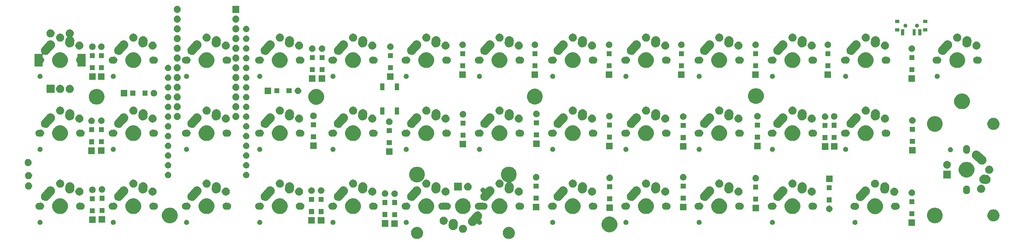
<source format=gbs>
G04 #@! TF.GenerationSoftware,KiCad,Pcbnew,(5.1.5)-3*
G04 #@! TF.CreationDate,2020-01-08T01:13:46+02:00*
G04 #@! TF.ProjectId,PRKL30,50524b4c-3330-42e6-9b69-6361645f7063,rev?*
G04 #@! TF.SameCoordinates,Original*
G04 #@! TF.FileFunction,Soldermask,Bot*
G04 #@! TF.FilePolarity,Negative*
%FSLAX46Y46*%
G04 Gerber Fmt 4.6, Leading zero omitted, Abs format (unit mm)*
G04 Created by KiCad (PCBNEW (5.1.5)-3) date 2020-01-08 01:13:46*
%MOMM*%
%LPD*%
G04 APERTURE LIST*
%ADD10C,0.100000*%
G04 APERTURE END LIST*
D10*
G36*
X178846601Y-110198024D02*
G01*
X179085411Y-110245526D01*
X179152907Y-110273484D01*
X179372041Y-110364252D01*
X179436663Y-110407431D01*
X179630004Y-110536617D01*
X179849383Y-110755996D01*
X179910481Y-110847436D01*
X180021748Y-111013959D01*
X180140474Y-111300590D01*
X180201000Y-111604875D01*
X180201000Y-111915125D01*
X180140474Y-112219410D01*
X180021748Y-112506041D01*
X180021747Y-112506042D01*
X179849383Y-112764004D01*
X179630004Y-112983383D01*
X179457639Y-113098553D01*
X179372041Y-113155748D01*
X179204137Y-113225296D01*
X179085411Y-113274474D01*
X178933267Y-113304737D01*
X178781125Y-113335000D01*
X178470875Y-113335000D01*
X178318733Y-113304737D01*
X178166589Y-113274474D01*
X178047863Y-113225296D01*
X177879959Y-113155748D01*
X177794361Y-113098553D01*
X177621996Y-112983383D01*
X177402617Y-112764004D01*
X177230253Y-112506042D01*
X177230252Y-112506041D01*
X177111526Y-112219410D01*
X177051000Y-111915125D01*
X177051000Y-111604875D01*
X177111526Y-111300590D01*
X177230252Y-111013959D01*
X177341519Y-110847436D01*
X177402617Y-110755996D01*
X177621996Y-110536617D01*
X177815337Y-110407431D01*
X177879959Y-110364252D01*
X178099093Y-110273484D01*
X178166589Y-110245526D01*
X178405399Y-110198024D01*
X178470875Y-110185000D01*
X178781125Y-110185000D01*
X178846601Y-110198024D01*
G37*
G36*
X154970601Y-110198024D02*
G01*
X155209411Y-110245526D01*
X155276907Y-110273484D01*
X155496041Y-110364252D01*
X155560663Y-110407431D01*
X155754004Y-110536617D01*
X155973383Y-110755996D01*
X156034481Y-110847436D01*
X156145748Y-111013959D01*
X156264474Y-111300590D01*
X156325000Y-111604875D01*
X156325000Y-111915125D01*
X156264474Y-112219410D01*
X156145748Y-112506041D01*
X156145747Y-112506042D01*
X155973383Y-112764004D01*
X155754004Y-112983383D01*
X155581639Y-113098553D01*
X155496041Y-113155748D01*
X155328137Y-113225296D01*
X155209411Y-113274474D01*
X155057267Y-113304737D01*
X154905125Y-113335000D01*
X154594875Y-113335000D01*
X154442733Y-113304737D01*
X154290589Y-113274474D01*
X154171863Y-113225296D01*
X154003959Y-113155748D01*
X153918361Y-113098553D01*
X153745996Y-112983383D01*
X153526617Y-112764004D01*
X153354253Y-112506042D01*
X153354252Y-112506041D01*
X153235526Y-112219410D01*
X153175000Y-111915125D01*
X153175000Y-111604875D01*
X153235526Y-111300590D01*
X153354252Y-111013959D01*
X153465519Y-110847436D01*
X153526617Y-110755996D01*
X153745996Y-110536617D01*
X153939337Y-110407431D01*
X154003959Y-110364252D01*
X154223093Y-110273484D01*
X154290589Y-110245526D01*
X154529399Y-110198024D01*
X154594875Y-110185000D01*
X154905125Y-110185000D01*
X154970601Y-110198024D01*
G37*
G36*
X166994564Y-109664389D02*
G01*
X167185833Y-109743615D01*
X167185835Y-109743616D01*
X167357973Y-109858635D01*
X167504365Y-110005027D01*
X167610495Y-110163861D01*
X167619385Y-110177167D01*
X167698611Y-110368436D01*
X167739000Y-110571484D01*
X167739000Y-110778516D01*
X167698611Y-110981564D01*
X167635836Y-111133116D01*
X167619384Y-111172835D01*
X167504365Y-111344973D01*
X167357973Y-111491365D01*
X167185835Y-111606384D01*
X167185834Y-111606385D01*
X167185833Y-111606385D01*
X166994564Y-111685611D01*
X166791516Y-111726000D01*
X166584484Y-111726000D01*
X166381436Y-111685611D01*
X166190167Y-111606385D01*
X166190166Y-111606385D01*
X166190165Y-111606384D01*
X166018027Y-111491365D01*
X165871635Y-111344973D01*
X165756616Y-111172835D01*
X165740164Y-111133116D01*
X165677389Y-110981564D01*
X165637000Y-110778516D01*
X165637000Y-110571484D01*
X165677389Y-110368436D01*
X165756615Y-110177167D01*
X165765506Y-110163861D01*
X165871635Y-110005027D01*
X166018027Y-109858635D01*
X166190165Y-109743616D01*
X166190167Y-109743615D01*
X166381436Y-109664389D01*
X166584484Y-109624000D01*
X166791516Y-109624000D01*
X166994564Y-109664389D01*
G37*
G36*
X205408254Y-107567818D02*
G01*
X205745505Y-107707512D01*
X205781513Y-107722427D01*
X206117436Y-107946884D01*
X206403116Y-108232564D01*
X206617347Y-108553182D01*
X206627574Y-108568489D01*
X206782182Y-108941746D01*
X206861000Y-109337993D01*
X206861000Y-109742007D01*
X206782182Y-110138254D01*
X206640241Y-110480929D01*
X206627573Y-110511513D01*
X206403116Y-110847436D01*
X206117436Y-111133116D01*
X205781513Y-111357573D01*
X205781512Y-111357574D01*
X205781511Y-111357574D01*
X205408254Y-111512182D01*
X205012007Y-111591000D01*
X204607993Y-111591000D01*
X204211746Y-111512182D01*
X203838489Y-111357574D01*
X203838488Y-111357574D01*
X203838487Y-111357573D01*
X203502564Y-111133116D01*
X203216884Y-110847436D01*
X202992427Y-110511513D01*
X202979759Y-110480929D01*
X202837818Y-110138254D01*
X202759000Y-109742007D01*
X202759000Y-109337993D01*
X202837818Y-108941746D01*
X202992426Y-108568489D01*
X203002654Y-108553182D01*
X203216884Y-108232564D01*
X203502564Y-107946884D01*
X203838487Y-107722427D01*
X203874495Y-107707512D01*
X204211746Y-107567818D01*
X204607993Y-107489000D01*
X205012007Y-107489000D01*
X205408254Y-107567818D01*
G37*
G36*
X164496829Y-108134380D02*
G01*
X164496831Y-108134381D01*
X164496833Y-108134381D01*
X164594711Y-108171513D01*
X164713419Y-108216547D01*
X164909818Y-108339389D01*
X165078477Y-108498186D01*
X165212915Y-108686836D01*
X165307967Y-108898089D01*
X165307968Y-108898093D01*
X165359980Y-109123825D01*
X165361436Y-109172181D01*
X165365206Y-109297348D01*
X165324288Y-109897554D01*
X165324000Y-109906032D01*
X165324000Y-109970826D01*
X165308167Y-110050423D01*
X165307515Y-110053982D01*
X165289078Y-110163861D01*
X165289077Y-110163865D01*
X165285466Y-110173383D01*
X165279743Y-110193323D01*
X165278807Y-110198027D01*
X165247511Y-110273583D01*
X165246183Y-110276931D01*
X165206911Y-110380451D01*
X165201571Y-110388988D01*
X165192074Y-110407419D01*
X165190158Y-110412045D01*
X165190156Y-110412048D01*
X165144131Y-110480929D01*
X165142118Y-110484041D01*
X165084069Y-110576850D01*
X165077316Y-110584023D01*
X165064407Y-110600245D01*
X165061461Y-110604654D01*
X165001704Y-110664411D01*
X164999115Y-110667080D01*
X164925272Y-110745509D01*
X164917519Y-110751034D01*
X164901674Y-110764441D01*
X164897654Y-110768461D01*
X164851175Y-110799516D01*
X164825637Y-110816580D01*
X164822604Y-110818674D01*
X164736623Y-110879947D01*
X164728292Y-110883696D01*
X164710145Y-110893750D01*
X164705047Y-110897157D01*
X164705046Y-110897158D01*
X164705045Y-110897158D01*
X164622698Y-110931267D01*
X164619366Y-110932706D01*
X164525370Y-110974999D01*
X164516916Y-110976947D01*
X164497162Y-110983266D01*
X164491027Y-110985807D01*
X164400967Y-111003721D01*
X164397287Y-111004511D01*
X164299633Y-111027011D01*
X164291478Y-111027257D01*
X164270856Y-111029602D01*
X164263826Y-111031000D01*
X164169060Y-111031000D01*
X164165303Y-111031057D01*
X164068087Y-111033985D01*
X164060559Y-111032722D01*
X164039888Y-111031000D01*
X164032174Y-111031000D01*
X163936267Y-111011923D01*
X163932669Y-111011263D01*
X163839629Y-110995652D01*
X163833007Y-110993140D01*
X163813064Y-110987416D01*
X163804973Y-110985807D01*
X163711889Y-110947250D01*
X163708522Y-110945914D01*
X163623039Y-110913485D01*
X163623034Y-110913483D01*
X163617485Y-110910012D01*
X163599044Y-110900509D01*
X163590955Y-110897158D01*
X163504869Y-110839637D01*
X163501800Y-110837654D01*
X163426640Y-110790643D01*
X163422230Y-110786491D01*
X163406001Y-110773576D01*
X163398346Y-110768461D01*
X163323416Y-110693531D01*
X163320743Y-110690938D01*
X163257981Y-110631846D01*
X163254727Y-110627280D01*
X163241321Y-110611436D01*
X163234539Y-110604654D01*
X163174504Y-110514805D01*
X163172366Y-110511707D01*
X163123543Y-110443197D01*
X163121393Y-110438418D01*
X163111343Y-110420278D01*
X163105842Y-110412045D01*
X163063846Y-110310657D01*
X163062362Y-110307222D01*
X163048757Y-110276984D01*
X163028491Y-110231944D01*
X163027379Y-110227118D01*
X163021058Y-110207357D01*
X163017193Y-110198026D01*
X162995561Y-110089275D01*
X162994775Y-110085614D01*
X162976478Y-110006206D01*
X162976335Y-110001454D01*
X162973991Y-109980835D01*
X162972000Y-109970825D01*
X162972000Y-109859359D01*
X162971944Y-109855653D01*
X162971252Y-109832685D01*
X162971712Y-109825934D01*
X162972000Y-109817468D01*
X162972000Y-109739172D01*
X162978995Y-109704004D01*
X162981107Y-109688131D01*
X163018653Y-109137379D01*
X163047380Y-108966171D01*
X163129546Y-108749581D01*
X163252389Y-108553182D01*
X163411186Y-108384523D01*
X163599835Y-108250085D01*
X163811088Y-108155033D01*
X164036825Y-108103020D01*
X164159787Y-108099317D01*
X164268371Y-108096047D01*
X164496829Y-108134380D01*
G37*
G36*
X149781000Y-110151000D02*
G01*
X148079000Y-110151000D01*
X148079000Y-108449000D01*
X149781000Y-108449000D01*
X149781000Y-110151000D01*
G37*
G36*
X147271000Y-110131000D02*
G01*
X145569000Y-110131000D01*
X145569000Y-108429000D01*
X147271000Y-108429000D01*
X147271000Y-110131000D01*
G37*
G36*
X170665522Y-106145245D02*
G01*
X170890511Y-106200404D01*
X171068073Y-106283297D01*
X171100420Y-106298398D01*
X171188958Y-106363377D01*
X171287171Y-106435455D01*
X171443597Y-106606315D01*
X171563686Y-106804409D01*
X171642821Y-107022125D01*
X171642821Y-107022126D01*
X171677960Y-107251092D01*
X171677960Y-107251096D01*
X171667755Y-107482522D01*
X171612596Y-107707512D01*
X171547268Y-107847449D01*
X171514604Y-107917418D01*
X171480969Y-107963247D01*
X171411891Y-108057372D01*
X171411885Y-108057379D01*
X171411884Y-108057380D01*
X171275249Y-108209662D01*
X171260751Y-108229416D01*
X171250385Y-108251620D01*
X171244550Y-108275419D01*
X171243471Y-108299900D01*
X171247188Y-108324120D01*
X171255559Y-108347150D01*
X171268262Y-108368105D01*
X171284809Y-108386178D01*
X171298841Y-108397073D01*
X171406987Y-108469334D01*
X171497665Y-108560012D01*
X171568910Y-108666638D01*
X171617983Y-108785110D01*
X171643000Y-108910881D01*
X171643000Y-109039119D01*
X171634192Y-109083401D01*
X171617983Y-109164890D01*
X171568909Y-109283364D01*
X171497665Y-109389988D01*
X171406988Y-109480665D01*
X171300364Y-109551909D01*
X171300363Y-109551910D01*
X171300362Y-109551910D01*
X171181890Y-109600983D01*
X171056119Y-109626000D01*
X170927881Y-109626000D01*
X170802110Y-109600983D01*
X170683638Y-109551910D01*
X170683637Y-109551910D01*
X170683636Y-109551909D01*
X170577012Y-109480665D01*
X170486335Y-109389988D01*
X170460481Y-109351295D01*
X170444936Y-109332353D01*
X170425994Y-109316808D01*
X170404383Y-109305257D01*
X170380934Y-109298144D01*
X170356548Y-109295742D01*
X170332162Y-109298144D01*
X170308713Y-109305257D01*
X170287102Y-109316808D01*
X170263512Y-109337262D01*
X170193772Y-109414988D01*
X170125164Y-109491452D01*
X170114273Y-109505479D01*
X170101459Y-109524656D01*
X170044599Y-109581516D01*
X170039952Y-109586423D01*
X170024739Y-109603378D01*
X170003056Y-109623230D01*
X169999117Y-109626998D01*
X169937655Y-109688460D01*
X169923931Y-109697630D01*
X169908976Y-109709362D01*
X169896695Y-109720605D01*
X169821918Y-109765937D01*
X169817350Y-109768845D01*
X169745045Y-109817158D01*
X169729776Y-109823483D01*
X169712851Y-109832055D01*
X169698601Y-109840694D01*
X169616434Y-109870559D01*
X169611392Y-109872519D01*
X169531027Y-109905807D01*
X169514822Y-109909030D01*
X169496527Y-109914142D01*
X169480885Y-109919828D01*
X169394547Y-109933078D01*
X169389130Y-109934032D01*
X169303827Y-109951000D01*
X169287305Y-109951000D01*
X169268343Y-109952447D01*
X169251918Y-109954968D01*
X169251914Y-109954968D01*
X169164654Y-109951120D01*
X169159186Y-109951000D01*
X169072173Y-109951000D01*
X169055955Y-109947774D01*
X169037095Y-109945495D01*
X169020489Y-109944763D01*
X168935679Y-109923971D01*
X168930386Y-109922797D01*
X168861171Y-109909029D01*
X168844972Y-109905807D01*
X168829679Y-109899472D01*
X168811620Y-109893556D01*
X168795499Y-109889604D01*
X168716440Y-109852696D01*
X168711469Y-109850508D01*
X168630955Y-109817158D01*
X168617171Y-109807948D01*
X168600615Y-109798625D01*
X168585594Y-109791612D01*
X168515331Y-109740046D01*
X168510832Y-109736894D01*
X168438346Y-109688461D01*
X168426616Y-109676731D01*
X168412185Y-109664347D01*
X168398843Y-109654555D01*
X168398840Y-109654553D01*
X168340021Y-109590307D01*
X168336236Y-109586351D01*
X168274541Y-109524656D01*
X168265314Y-109510847D01*
X168253586Y-109495897D01*
X168242413Y-109483693D01*
X168197273Y-109409232D01*
X168194359Y-109404656D01*
X168145842Y-109332045D01*
X168139478Y-109316682D01*
X168130900Y-109299745D01*
X168122324Y-109285599D01*
X168092591Y-109203797D01*
X168090637Y-109198767D01*
X168057193Y-109118027D01*
X168053947Y-109101709D01*
X168048833Y-109083408D01*
X168043190Y-109067883D01*
X168030003Y-108981957D01*
X168029048Y-108976533D01*
X168012000Y-108890827D01*
X168012000Y-108874186D01*
X168010553Y-108855224D01*
X168008050Y-108838916D01*
X168009320Y-108810110D01*
X168011880Y-108752060D01*
X168012000Y-108746592D01*
X168012000Y-108659173D01*
X168015249Y-108642839D01*
X168017528Y-108623980D01*
X168018255Y-108607487D01*
X168038956Y-108523050D01*
X168040131Y-108517752D01*
X168042183Y-108507436D01*
X168057193Y-108431973D01*
X168063576Y-108416564D01*
X168069487Y-108398516D01*
X168073414Y-108382497D01*
X168110173Y-108303757D01*
X168112354Y-108298801D01*
X168145842Y-108217955D01*
X168155106Y-108204091D01*
X168164434Y-108187527D01*
X168171405Y-108172594D01*
X168172198Y-108171513D01*
X168222801Y-108102563D01*
X168225940Y-108098080D01*
X168274539Y-108025346D01*
X168331728Y-107968157D01*
X168336378Y-107963247D01*
X169661261Y-106486640D01*
X169661267Y-106486635D01*
X169661271Y-106486630D01*
X169789314Y-106369403D01*
X169987408Y-106249314D01*
X170205124Y-106170179D01*
X170281448Y-106158466D01*
X170434091Y-106135040D01*
X170434095Y-106135040D01*
X170665522Y-106145245D01*
G37*
G36*
X284315000Y-109907000D02*
G01*
X282613000Y-109907000D01*
X282613000Y-108205000D01*
X284315000Y-108205000D01*
X284315000Y-109907000D01*
G37*
G36*
X268869890Y-108374017D02*
G01*
X268895254Y-108384523D01*
X268988364Y-108423091D01*
X269094988Y-108494335D01*
X269185665Y-108585012D01*
X269253702Y-108686836D01*
X269256910Y-108691638D01*
X269305983Y-108810110D01*
X269331000Y-108935881D01*
X269331000Y-109064119D01*
X269305983Y-109189890D01*
X269267265Y-109283364D01*
X269256909Y-109308364D01*
X269185665Y-109414988D01*
X269094988Y-109505665D01*
X268988364Y-109576909D01*
X268988363Y-109576910D01*
X268988362Y-109576910D01*
X268869890Y-109625983D01*
X268744119Y-109651000D01*
X268615881Y-109651000D01*
X268490110Y-109625983D01*
X268371638Y-109576910D01*
X268371637Y-109576910D01*
X268371636Y-109576909D01*
X268265012Y-109505665D01*
X268174335Y-109414988D01*
X268103091Y-109308364D01*
X268092736Y-109283364D01*
X268054017Y-109189890D01*
X268029000Y-109064119D01*
X268029000Y-108935881D01*
X268054017Y-108810110D01*
X268103090Y-108691638D01*
X268106299Y-108686836D01*
X268174335Y-108585012D01*
X268265012Y-108494335D01*
X268371636Y-108423091D01*
X268464747Y-108384523D01*
X268490110Y-108374017D01*
X268615881Y-108349000D01*
X268744119Y-108349000D01*
X268869890Y-108374017D01*
G37*
G36*
X209281890Y-108349017D02*
G01*
X209397907Y-108397073D01*
X209400364Y-108398091D01*
X209506987Y-108469334D01*
X209597665Y-108560012D01*
X209668910Y-108666638D01*
X209717983Y-108785110D01*
X209743000Y-108910881D01*
X209743000Y-109039119D01*
X209734192Y-109083401D01*
X209717983Y-109164890D01*
X209668909Y-109283364D01*
X209597665Y-109389988D01*
X209506988Y-109480665D01*
X209400364Y-109551909D01*
X209400363Y-109551910D01*
X209400362Y-109551910D01*
X209281890Y-109600983D01*
X209156119Y-109626000D01*
X209027881Y-109626000D01*
X208902110Y-109600983D01*
X208783638Y-109551910D01*
X208783637Y-109551910D01*
X208783636Y-109551909D01*
X208677012Y-109480665D01*
X208586335Y-109389988D01*
X208515091Y-109283364D01*
X208466017Y-109164890D01*
X208449808Y-109083401D01*
X208441000Y-109039119D01*
X208441000Y-108910881D01*
X208466017Y-108785110D01*
X208515090Y-108666638D01*
X208586335Y-108560012D01*
X208677013Y-108469334D01*
X208783636Y-108398091D01*
X208786094Y-108397073D01*
X208902110Y-108349017D01*
X209027881Y-108324000D01*
X209156119Y-108324000D01*
X209281890Y-108349017D01*
G37*
G36*
X56882390Y-108349017D02*
G01*
X56998407Y-108397073D01*
X57000864Y-108398091D01*
X57107487Y-108469334D01*
X57198165Y-108560012D01*
X57269410Y-108666638D01*
X57318483Y-108785110D01*
X57343500Y-108910881D01*
X57343500Y-109039119D01*
X57334692Y-109083401D01*
X57318483Y-109164890D01*
X57269409Y-109283364D01*
X57198165Y-109389988D01*
X57107488Y-109480665D01*
X57000864Y-109551909D01*
X57000863Y-109551910D01*
X57000862Y-109551910D01*
X56882390Y-109600983D01*
X56756619Y-109626000D01*
X56628381Y-109626000D01*
X56502610Y-109600983D01*
X56384138Y-109551910D01*
X56384137Y-109551910D01*
X56384136Y-109551909D01*
X56277512Y-109480665D01*
X56186835Y-109389988D01*
X56115591Y-109283364D01*
X56066517Y-109164890D01*
X56050308Y-109083401D01*
X56041500Y-109039119D01*
X56041500Y-108910881D01*
X56066517Y-108785110D01*
X56115590Y-108666638D01*
X56186835Y-108560012D01*
X56277513Y-108469334D01*
X56384136Y-108398091D01*
X56386594Y-108397073D01*
X56502610Y-108349017D01*
X56628381Y-108324000D01*
X56756619Y-108324000D01*
X56882390Y-108349017D01*
G37*
G36*
X114031890Y-108349017D02*
G01*
X114147907Y-108397073D01*
X114150364Y-108398091D01*
X114256987Y-108469334D01*
X114347665Y-108560012D01*
X114418910Y-108666638D01*
X114467983Y-108785110D01*
X114493000Y-108910881D01*
X114493000Y-109039119D01*
X114484192Y-109083401D01*
X114467983Y-109164890D01*
X114418909Y-109283364D01*
X114347665Y-109389988D01*
X114256988Y-109480665D01*
X114150364Y-109551909D01*
X114150363Y-109551910D01*
X114150362Y-109551910D01*
X114031890Y-109600983D01*
X113906119Y-109626000D01*
X113777881Y-109626000D01*
X113652110Y-109600983D01*
X113533638Y-109551910D01*
X113533637Y-109551910D01*
X113533636Y-109551909D01*
X113427012Y-109480665D01*
X113336335Y-109389988D01*
X113265091Y-109283364D01*
X113216017Y-109164890D01*
X113199808Y-109083401D01*
X113191000Y-109039119D01*
X113191000Y-108910881D01*
X113216017Y-108785110D01*
X113265090Y-108666638D01*
X113336335Y-108560012D01*
X113427013Y-108469334D01*
X113533636Y-108398091D01*
X113536094Y-108397073D01*
X113652110Y-108349017D01*
X113777881Y-108324000D01*
X113906119Y-108324000D01*
X114031890Y-108349017D01*
G37*
G36*
X133081890Y-108349017D02*
G01*
X133197907Y-108397073D01*
X133200364Y-108398091D01*
X133306987Y-108469334D01*
X133397665Y-108560012D01*
X133468910Y-108666638D01*
X133517983Y-108785110D01*
X133543000Y-108910881D01*
X133543000Y-109039119D01*
X133534192Y-109083401D01*
X133517983Y-109164890D01*
X133468909Y-109283364D01*
X133397665Y-109389988D01*
X133306988Y-109480665D01*
X133200364Y-109551909D01*
X133200363Y-109551910D01*
X133200362Y-109551910D01*
X133081890Y-109600983D01*
X132956119Y-109626000D01*
X132827881Y-109626000D01*
X132702110Y-109600983D01*
X132583638Y-109551910D01*
X132583637Y-109551910D01*
X132583636Y-109551909D01*
X132477012Y-109480665D01*
X132386335Y-109389988D01*
X132315091Y-109283364D01*
X132266017Y-109164890D01*
X132249808Y-109083401D01*
X132241000Y-109039119D01*
X132241000Y-108910881D01*
X132266017Y-108785110D01*
X132315090Y-108666638D01*
X132386335Y-108560012D01*
X132477013Y-108469334D01*
X132583636Y-108398091D01*
X132586094Y-108397073D01*
X132702110Y-108349017D01*
X132827881Y-108324000D01*
X132956119Y-108324000D01*
X133081890Y-108349017D01*
G37*
G36*
X152131890Y-108349017D02*
G01*
X152247907Y-108397073D01*
X152250364Y-108398091D01*
X152356987Y-108469334D01*
X152447665Y-108560012D01*
X152518910Y-108666638D01*
X152567983Y-108785110D01*
X152593000Y-108910881D01*
X152593000Y-109039119D01*
X152584192Y-109083401D01*
X152567983Y-109164890D01*
X152518909Y-109283364D01*
X152447665Y-109389988D01*
X152356988Y-109480665D01*
X152250364Y-109551909D01*
X152250363Y-109551910D01*
X152250362Y-109551910D01*
X152131890Y-109600983D01*
X152006119Y-109626000D01*
X151877881Y-109626000D01*
X151752110Y-109600983D01*
X151633638Y-109551910D01*
X151633637Y-109551910D01*
X151633636Y-109551909D01*
X151527012Y-109480665D01*
X151436335Y-109389988D01*
X151365091Y-109283364D01*
X151316017Y-109164890D01*
X151299808Y-109083401D01*
X151291000Y-109039119D01*
X151291000Y-108910881D01*
X151316017Y-108785110D01*
X151365090Y-108666638D01*
X151436335Y-108560012D01*
X151527013Y-108469334D01*
X151633636Y-108398091D01*
X151636094Y-108397073D01*
X151752110Y-108349017D01*
X151877881Y-108324000D01*
X152006119Y-108324000D01*
X152131890Y-108349017D01*
G37*
G36*
X190231890Y-108349017D02*
G01*
X190347907Y-108397073D01*
X190350364Y-108398091D01*
X190456987Y-108469334D01*
X190547665Y-108560012D01*
X190618910Y-108666638D01*
X190667983Y-108785110D01*
X190693000Y-108910881D01*
X190693000Y-109039119D01*
X190684192Y-109083401D01*
X190667983Y-109164890D01*
X190618909Y-109283364D01*
X190547665Y-109389988D01*
X190456988Y-109480665D01*
X190350364Y-109551909D01*
X190350363Y-109551910D01*
X190350362Y-109551910D01*
X190231890Y-109600983D01*
X190106119Y-109626000D01*
X189977881Y-109626000D01*
X189852110Y-109600983D01*
X189733638Y-109551910D01*
X189733637Y-109551910D01*
X189733636Y-109551909D01*
X189627012Y-109480665D01*
X189536335Y-109389988D01*
X189465091Y-109283364D01*
X189416017Y-109164890D01*
X189399808Y-109083401D01*
X189391000Y-109039119D01*
X189391000Y-108910881D01*
X189416017Y-108785110D01*
X189465090Y-108666638D01*
X189536335Y-108560012D01*
X189627013Y-108469334D01*
X189733636Y-108398091D01*
X189736094Y-108397073D01*
X189852110Y-108349017D01*
X189977881Y-108324000D01*
X190106119Y-108324000D01*
X190231890Y-108349017D01*
G37*
G36*
X228331890Y-108349017D02*
G01*
X228447907Y-108397073D01*
X228450364Y-108398091D01*
X228556987Y-108469334D01*
X228647665Y-108560012D01*
X228718910Y-108666638D01*
X228767983Y-108785110D01*
X228793000Y-108910881D01*
X228793000Y-109039119D01*
X228784192Y-109083401D01*
X228767983Y-109164890D01*
X228718909Y-109283364D01*
X228647665Y-109389988D01*
X228556988Y-109480665D01*
X228450364Y-109551909D01*
X228450363Y-109551910D01*
X228450362Y-109551910D01*
X228331890Y-109600983D01*
X228206119Y-109626000D01*
X228077881Y-109626000D01*
X227952110Y-109600983D01*
X227833638Y-109551910D01*
X227833637Y-109551910D01*
X227833636Y-109551909D01*
X227727012Y-109480665D01*
X227636335Y-109389988D01*
X227565091Y-109283364D01*
X227516017Y-109164890D01*
X227499808Y-109083401D01*
X227491000Y-109039119D01*
X227491000Y-108910881D01*
X227516017Y-108785110D01*
X227565090Y-108666638D01*
X227636335Y-108560012D01*
X227727013Y-108469334D01*
X227833636Y-108398091D01*
X227836094Y-108397073D01*
X227952110Y-108349017D01*
X228077881Y-108324000D01*
X228206119Y-108324000D01*
X228331890Y-108349017D01*
G37*
G36*
X247381890Y-108349017D02*
G01*
X247497907Y-108397073D01*
X247500364Y-108398091D01*
X247606987Y-108469334D01*
X247697665Y-108560012D01*
X247768910Y-108666638D01*
X247817983Y-108785110D01*
X247843000Y-108910881D01*
X247843000Y-109039119D01*
X247834192Y-109083401D01*
X247817983Y-109164890D01*
X247768909Y-109283364D01*
X247697665Y-109389988D01*
X247606988Y-109480665D01*
X247500364Y-109551909D01*
X247500363Y-109551910D01*
X247500362Y-109551910D01*
X247381890Y-109600983D01*
X247256119Y-109626000D01*
X247127881Y-109626000D01*
X247002110Y-109600983D01*
X246883638Y-109551910D01*
X246883637Y-109551910D01*
X246883636Y-109551909D01*
X246777012Y-109480665D01*
X246686335Y-109389988D01*
X246615091Y-109283364D01*
X246566017Y-109164890D01*
X246549808Y-109083401D01*
X246541000Y-109039119D01*
X246541000Y-108910881D01*
X246566017Y-108785110D01*
X246615090Y-108666638D01*
X246686335Y-108560012D01*
X246777013Y-108469334D01*
X246883636Y-108398091D01*
X246886094Y-108397073D01*
X247002110Y-108349017D01*
X247127881Y-108324000D01*
X247256119Y-108324000D01*
X247381890Y-108349017D01*
G37*
G36*
X161994564Y-107564389D02*
G01*
X162185833Y-107643615D01*
X162185835Y-107643616D01*
X162357973Y-107758635D01*
X162504365Y-107905027D01*
X162606159Y-108057372D01*
X162619385Y-108077167D01*
X162698611Y-108268436D01*
X162739000Y-108471484D01*
X162739000Y-108678516D01*
X162698611Y-108881564D01*
X162622995Y-109064118D01*
X162619384Y-109072835D01*
X162504365Y-109244973D01*
X162357973Y-109391365D01*
X162185835Y-109506384D01*
X162185834Y-109506385D01*
X162185833Y-109506385D01*
X161994564Y-109585611D01*
X161791516Y-109626000D01*
X161584484Y-109626000D01*
X161381436Y-109585611D01*
X161190167Y-109506385D01*
X161190166Y-109506385D01*
X161190165Y-109506384D01*
X161018027Y-109391365D01*
X160871635Y-109244973D01*
X160756616Y-109072835D01*
X160753005Y-109064118D01*
X160677389Y-108881564D01*
X160637000Y-108678516D01*
X160637000Y-108471484D01*
X160677389Y-108268436D01*
X160756615Y-108077167D01*
X160769842Y-108057372D01*
X160871635Y-107905027D01*
X161018027Y-107758635D01*
X161190165Y-107643616D01*
X161190167Y-107643615D01*
X161381436Y-107564389D01*
X161584484Y-107524000D01*
X161791516Y-107524000D01*
X161994564Y-107564389D01*
G37*
G36*
X75932390Y-108349017D02*
G01*
X76048407Y-108397073D01*
X76050864Y-108398091D01*
X76157487Y-108469334D01*
X76248165Y-108560012D01*
X76319410Y-108666638D01*
X76368483Y-108785110D01*
X76393500Y-108910881D01*
X76393500Y-109039119D01*
X76384692Y-109083401D01*
X76368483Y-109164890D01*
X76319409Y-109283364D01*
X76248165Y-109389988D01*
X76157488Y-109480665D01*
X76050864Y-109551909D01*
X76050863Y-109551910D01*
X76050862Y-109551910D01*
X75932390Y-109600983D01*
X75806619Y-109626000D01*
X75678381Y-109626000D01*
X75552610Y-109600983D01*
X75434138Y-109551910D01*
X75434137Y-109551910D01*
X75434136Y-109551909D01*
X75327512Y-109480665D01*
X75236835Y-109389988D01*
X75165591Y-109283364D01*
X75116517Y-109164890D01*
X75100308Y-109083401D01*
X75091500Y-109039119D01*
X75091500Y-108910881D01*
X75116517Y-108785110D01*
X75165590Y-108666638D01*
X75236835Y-108560012D01*
X75327513Y-108469334D01*
X75434136Y-108398091D01*
X75436594Y-108397073D01*
X75552610Y-108349017D01*
X75678381Y-108324000D01*
X75806619Y-108324000D01*
X75932390Y-108349017D01*
G37*
G36*
X94981890Y-108349017D02*
G01*
X95097907Y-108397073D01*
X95100364Y-108398091D01*
X95206987Y-108469334D01*
X95297665Y-108560012D01*
X95368910Y-108666638D01*
X95417983Y-108785110D01*
X95443000Y-108910881D01*
X95443000Y-109039119D01*
X95434192Y-109083401D01*
X95417983Y-109164890D01*
X95368909Y-109283364D01*
X95297665Y-109389988D01*
X95206988Y-109480665D01*
X95100364Y-109551909D01*
X95100363Y-109551910D01*
X95100362Y-109551910D01*
X94981890Y-109600983D01*
X94856119Y-109626000D01*
X94727881Y-109626000D01*
X94602110Y-109600983D01*
X94483638Y-109551910D01*
X94483637Y-109551910D01*
X94483636Y-109551909D01*
X94377012Y-109480665D01*
X94286335Y-109389988D01*
X94215091Y-109283364D01*
X94166017Y-109164890D01*
X94149808Y-109083401D01*
X94141000Y-109039119D01*
X94141000Y-108910881D01*
X94166017Y-108785110D01*
X94215090Y-108666638D01*
X94286335Y-108560012D01*
X94377013Y-108469334D01*
X94483636Y-108398091D01*
X94486094Y-108397073D01*
X94602110Y-108349017D01*
X94727881Y-108324000D01*
X94856119Y-108324000D01*
X94981890Y-108349017D01*
G37*
G36*
X128151000Y-109351000D02*
G01*
X126449000Y-109351000D01*
X126449000Y-107649000D01*
X128151000Y-107649000D01*
X128151000Y-109351000D01*
G37*
G36*
X130651000Y-109351000D02*
G01*
X128949000Y-109351000D01*
X128949000Y-107649000D01*
X130651000Y-107649000D01*
X130651000Y-109351000D01*
G37*
G36*
X91048254Y-105227818D02*
G01*
X91418515Y-105381185D01*
X91421513Y-105382427D01*
X91757436Y-105606884D01*
X92043116Y-105892564D01*
X92261487Y-106219378D01*
X92267574Y-106228489D01*
X92422182Y-106601746D01*
X92501000Y-106997993D01*
X92501000Y-107402007D01*
X92422182Y-107798254D01*
X92298832Y-108096047D01*
X92267573Y-108171513D01*
X92043116Y-108507436D01*
X91757436Y-108793116D01*
X91421513Y-109017573D01*
X91421512Y-109017574D01*
X91421511Y-109017574D01*
X91048254Y-109172182D01*
X90652007Y-109251000D01*
X90247993Y-109251000D01*
X89851746Y-109172182D01*
X89478489Y-109017574D01*
X89478488Y-109017574D01*
X89478487Y-109017573D01*
X89142564Y-108793116D01*
X88856884Y-108507436D01*
X88632427Y-108171513D01*
X88601168Y-108096047D01*
X88477818Y-107798254D01*
X88399000Y-107402007D01*
X88399000Y-106997993D01*
X88477818Y-106601746D01*
X88632426Y-106228489D01*
X88638514Y-106219378D01*
X88856884Y-105892564D01*
X89142564Y-105606884D01*
X89478487Y-105382427D01*
X89481485Y-105381185D01*
X89851746Y-105227818D01*
X90247993Y-105149000D01*
X90652007Y-105149000D01*
X91048254Y-105227818D01*
G37*
G36*
X290041474Y-105221684D02*
G01*
X290259474Y-105311983D01*
X290413623Y-105375833D01*
X290748548Y-105599623D01*
X291033377Y-105884452D01*
X291257167Y-106219377D01*
X291321017Y-106373526D01*
X291411316Y-106591526D01*
X291489900Y-106986594D01*
X291489900Y-107389406D01*
X291411316Y-107784474D01*
X291349363Y-107934041D01*
X291257167Y-108156623D01*
X291033377Y-108491548D01*
X290748548Y-108776377D01*
X290413623Y-109000167D01*
X290259474Y-109064017D01*
X290041474Y-109154316D01*
X289646406Y-109232900D01*
X289243594Y-109232900D01*
X288848526Y-109154316D01*
X288630526Y-109064017D01*
X288476377Y-109000167D01*
X288141452Y-108776377D01*
X287856623Y-108491548D01*
X287632833Y-108156623D01*
X287540637Y-107934041D01*
X287478684Y-107784474D01*
X287400100Y-107389406D01*
X287400100Y-106986594D01*
X287478684Y-106591526D01*
X287568983Y-106373526D01*
X287632833Y-106219377D01*
X287856623Y-105884452D01*
X288141452Y-105599623D01*
X288476377Y-105375833D01*
X288630526Y-105311983D01*
X288848526Y-105221684D01*
X289243594Y-105143100D01*
X289646406Y-105143100D01*
X290041474Y-105221684D01*
G37*
G36*
X71151000Y-109151000D02*
G01*
X69449000Y-109151000D01*
X69449000Y-107449000D01*
X71151000Y-107449000D01*
X71151000Y-109151000D01*
G37*
G36*
X73651000Y-109051000D02*
G01*
X71949000Y-109051000D01*
X71949000Y-107349000D01*
X73651000Y-107349000D01*
X73651000Y-109051000D01*
G37*
G36*
X304982776Y-105641375D02*
G01*
X305144411Y-105673526D01*
X305240262Y-105713229D01*
X305431041Y-105792252D01*
X305431042Y-105792253D01*
X305689004Y-105964617D01*
X305908383Y-106183996D01*
X305988567Y-106304000D01*
X306080748Y-106441959D01*
X306140895Y-106587167D01*
X306199474Y-106728589D01*
X306229737Y-106880733D01*
X306253062Y-106997993D01*
X306260000Y-107032876D01*
X306260000Y-107343124D01*
X306199474Y-107647411D01*
X306168401Y-107722427D01*
X306080748Y-107934041D01*
X306061233Y-107963247D01*
X305908383Y-108192004D01*
X305689004Y-108411383D01*
X305545250Y-108507436D01*
X305431041Y-108583748D01*
X305288382Y-108642839D01*
X305144411Y-108702474D01*
X305035221Y-108724193D01*
X304840125Y-108763000D01*
X304529875Y-108763000D01*
X304334779Y-108724193D01*
X304225589Y-108702474D01*
X304081618Y-108642839D01*
X303938959Y-108583748D01*
X303824750Y-108507436D01*
X303680996Y-108411383D01*
X303461617Y-108192004D01*
X303308767Y-107963247D01*
X303289252Y-107934041D01*
X303201599Y-107722427D01*
X303170526Y-107647411D01*
X303110000Y-107343124D01*
X303110000Y-107032876D01*
X303116939Y-106997993D01*
X303140263Y-106880733D01*
X303170526Y-106728589D01*
X303229105Y-106587167D01*
X303289252Y-106441959D01*
X303381433Y-106304000D01*
X303461617Y-106183996D01*
X303680996Y-105964617D01*
X303938958Y-105792253D01*
X303938959Y-105792252D01*
X304129738Y-105713229D01*
X304225589Y-105673526D01*
X304387224Y-105641375D01*
X304529875Y-105613000D01*
X304840125Y-105613000D01*
X304982776Y-105641375D01*
G37*
G36*
X149581000Y-107626000D02*
G01*
X148279000Y-107626000D01*
X148279000Y-106324000D01*
X149581000Y-106324000D01*
X149581000Y-107626000D01*
G37*
G36*
X147071000Y-107606000D02*
G01*
X145769000Y-107606000D01*
X145769000Y-106304000D01*
X147071000Y-106304000D01*
X147071000Y-107606000D01*
G37*
G36*
X284115000Y-107382000D02*
G01*
X282813000Y-107382000D01*
X282813000Y-106080000D01*
X284115000Y-106080000D01*
X284115000Y-107382000D01*
G37*
G36*
X274496474Y-102833684D02*
G01*
X274714474Y-102923983D01*
X274868623Y-102987833D01*
X275203548Y-103211623D01*
X275488377Y-103496452D01*
X275712167Y-103831377D01*
X275744562Y-103909586D01*
X275866316Y-104203526D01*
X275944900Y-104598594D01*
X275944900Y-105001406D01*
X275866316Y-105396474D01*
X275783831Y-105595611D01*
X275712167Y-105768623D01*
X275488377Y-106103548D01*
X275203548Y-106388377D01*
X274868623Y-106612167D01*
X274714474Y-106676017D01*
X274496474Y-106766316D01*
X274101406Y-106844900D01*
X273698594Y-106844900D01*
X273303526Y-106766316D01*
X273085526Y-106676017D01*
X272931377Y-106612167D01*
X272596452Y-106388377D01*
X272311623Y-106103548D01*
X272087833Y-105768623D01*
X272016169Y-105595611D01*
X271933684Y-105396474D01*
X271855100Y-105001406D01*
X271855100Y-104598594D01*
X271933684Y-104203526D01*
X272055438Y-103909586D01*
X272087833Y-103831377D01*
X272311623Y-103496452D01*
X272596452Y-103211623D01*
X272931377Y-102987833D01*
X273085526Y-102923983D01*
X273303526Y-102833684D01*
X273698594Y-102755100D01*
X274101406Y-102755100D01*
X274496474Y-102833684D01*
G37*
G36*
X130451000Y-106826000D02*
G01*
X129149000Y-106826000D01*
X129149000Y-105524000D01*
X130451000Y-105524000D01*
X130451000Y-106826000D01*
G37*
G36*
X127951000Y-106826000D02*
G01*
X126649000Y-106826000D01*
X126649000Y-105524000D01*
X127951000Y-105524000D01*
X127951000Y-106826000D01*
G37*
G36*
X214908474Y-102808684D02*
G01*
X215126474Y-102898983D01*
X215280623Y-102962833D01*
X215615548Y-103186623D01*
X215900377Y-103471452D01*
X216124167Y-103806377D01*
X216165235Y-103905525D01*
X216278316Y-104178526D01*
X216356900Y-104573594D01*
X216356900Y-104976406D01*
X216278316Y-105371474D01*
X216204859Y-105548815D01*
X216124167Y-105743623D01*
X215900377Y-106078548D01*
X215615548Y-106363377D01*
X215280623Y-106587167D01*
X215234395Y-106606315D01*
X214908474Y-106741316D01*
X214513406Y-106819900D01*
X214110594Y-106819900D01*
X213715526Y-106741316D01*
X213389605Y-106606315D01*
X213343377Y-106587167D01*
X213008452Y-106363377D01*
X212723623Y-106078548D01*
X212499833Y-105743623D01*
X212419141Y-105548815D01*
X212345684Y-105371474D01*
X212267100Y-104976406D01*
X212267100Y-104573594D01*
X212345684Y-104178526D01*
X212458765Y-103905525D01*
X212499833Y-103806377D01*
X212723623Y-103471452D01*
X213008452Y-103186623D01*
X213343377Y-102962833D01*
X213497526Y-102898983D01*
X213715526Y-102808684D01*
X214110594Y-102730100D01*
X214513406Y-102730100D01*
X214908474Y-102808684D01*
G37*
G36*
X62508974Y-102808684D02*
G01*
X62726974Y-102898983D01*
X62881123Y-102962833D01*
X63216048Y-103186623D01*
X63500877Y-103471452D01*
X63724667Y-103806377D01*
X63765735Y-103905525D01*
X63878816Y-104178526D01*
X63957400Y-104573594D01*
X63957400Y-104976406D01*
X63878816Y-105371474D01*
X63805359Y-105548815D01*
X63724667Y-105743623D01*
X63500877Y-106078548D01*
X63216048Y-106363377D01*
X62881123Y-106587167D01*
X62834895Y-106606315D01*
X62508974Y-106741316D01*
X62113906Y-106819900D01*
X61711094Y-106819900D01*
X61316026Y-106741316D01*
X60990105Y-106606315D01*
X60943877Y-106587167D01*
X60608952Y-106363377D01*
X60324123Y-106078548D01*
X60100333Y-105743623D01*
X60019641Y-105548815D01*
X59946184Y-105371474D01*
X59867600Y-104976406D01*
X59867600Y-104573594D01*
X59946184Y-104178526D01*
X60059265Y-103905525D01*
X60100333Y-103806377D01*
X60324123Y-103471452D01*
X60608952Y-103186623D01*
X60943877Y-102962833D01*
X61098026Y-102898983D01*
X61316026Y-102808684D01*
X61711094Y-102730100D01*
X62113906Y-102730100D01*
X62508974Y-102808684D01*
G37*
G36*
X157758474Y-102808684D02*
G01*
X157976474Y-102898983D01*
X158130623Y-102962833D01*
X158465548Y-103186623D01*
X158750377Y-103471452D01*
X158974167Y-103806377D01*
X159015235Y-103905525D01*
X159128316Y-104178526D01*
X159206900Y-104573594D01*
X159206900Y-104976406D01*
X159128316Y-105371474D01*
X159054859Y-105548815D01*
X158974167Y-105743623D01*
X158750377Y-106078548D01*
X158465548Y-106363377D01*
X158130623Y-106587167D01*
X158084395Y-106606315D01*
X157758474Y-106741316D01*
X157363406Y-106819900D01*
X156960594Y-106819900D01*
X156565526Y-106741316D01*
X156239605Y-106606315D01*
X156193377Y-106587167D01*
X155858452Y-106363377D01*
X155573623Y-106078548D01*
X155349833Y-105743623D01*
X155269141Y-105548815D01*
X155195684Y-105371474D01*
X155117100Y-104976406D01*
X155117100Y-104573594D01*
X155195684Y-104178526D01*
X155308765Y-103905525D01*
X155349833Y-103806377D01*
X155573623Y-103471452D01*
X155858452Y-103186623D01*
X156193377Y-102962833D01*
X156347526Y-102898983D01*
X156565526Y-102808684D01*
X156960594Y-102730100D01*
X157363406Y-102730100D01*
X157758474Y-102808684D01*
G37*
G36*
X176808474Y-102808684D02*
G01*
X177026474Y-102898983D01*
X177180623Y-102962833D01*
X177515548Y-103186623D01*
X177800377Y-103471452D01*
X178024167Y-103806377D01*
X178065235Y-103905525D01*
X178178316Y-104178526D01*
X178256900Y-104573594D01*
X178256900Y-104976406D01*
X178178316Y-105371474D01*
X178104859Y-105548815D01*
X178024167Y-105743623D01*
X177800377Y-106078548D01*
X177515548Y-106363377D01*
X177180623Y-106587167D01*
X177134395Y-106606315D01*
X176808474Y-106741316D01*
X176413406Y-106819900D01*
X176010594Y-106819900D01*
X175615526Y-106741316D01*
X175289605Y-106606315D01*
X175243377Y-106587167D01*
X174908452Y-106363377D01*
X174623623Y-106078548D01*
X174399833Y-105743623D01*
X174319141Y-105548815D01*
X174245684Y-105371474D01*
X174167100Y-104976406D01*
X174167100Y-104573594D01*
X174245684Y-104178526D01*
X174358765Y-103905525D01*
X174399833Y-103806377D01*
X174623623Y-103471452D01*
X174908452Y-103186623D01*
X175243377Y-102962833D01*
X175397526Y-102898983D01*
X175615526Y-102808684D01*
X176010594Y-102730100D01*
X176413406Y-102730100D01*
X176808474Y-102808684D01*
G37*
G36*
X100608474Y-102808684D02*
G01*
X100826474Y-102898983D01*
X100980623Y-102962833D01*
X101315548Y-103186623D01*
X101600377Y-103471452D01*
X101824167Y-103806377D01*
X101865235Y-103905525D01*
X101978316Y-104178526D01*
X102056900Y-104573594D01*
X102056900Y-104976406D01*
X101978316Y-105371474D01*
X101904859Y-105548815D01*
X101824167Y-105743623D01*
X101600377Y-106078548D01*
X101315548Y-106363377D01*
X100980623Y-106587167D01*
X100934395Y-106606315D01*
X100608474Y-106741316D01*
X100213406Y-106819900D01*
X99810594Y-106819900D01*
X99415526Y-106741316D01*
X99089605Y-106606315D01*
X99043377Y-106587167D01*
X98708452Y-106363377D01*
X98423623Y-106078548D01*
X98199833Y-105743623D01*
X98119141Y-105548815D01*
X98045684Y-105371474D01*
X97967100Y-104976406D01*
X97967100Y-104573594D01*
X98045684Y-104178526D01*
X98158765Y-103905525D01*
X98199833Y-103806377D01*
X98423623Y-103471452D01*
X98708452Y-103186623D01*
X99043377Y-102962833D01*
X99197526Y-102898983D01*
X99415526Y-102808684D01*
X99810594Y-102730100D01*
X100213406Y-102730100D01*
X100608474Y-102808684D01*
G37*
G36*
X81558974Y-102808684D02*
G01*
X81776974Y-102898983D01*
X81931123Y-102962833D01*
X82266048Y-103186623D01*
X82550877Y-103471452D01*
X82774667Y-103806377D01*
X82815735Y-103905525D01*
X82928816Y-104178526D01*
X83007400Y-104573594D01*
X83007400Y-104976406D01*
X82928816Y-105371474D01*
X82855359Y-105548815D01*
X82774667Y-105743623D01*
X82550877Y-106078548D01*
X82266048Y-106363377D01*
X81931123Y-106587167D01*
X81884895Y-106606315D01*
X81558974Y-106741316D01*
X81163906Y-106819900D01*
X80761094Y-106819900D01*
X80366026Y-106741316D01*
X80040105Y-106606315D01*
X79993877Y-106587167D01*
X79658952Y-106363377D01*
X79374123Y-106078548D01*
X79150333Y-105743623D01*
X79069641Y-105548815D01*
X78996184Y-105371474D01*
X78917600Y-104976406D01*
X78917600Y-104573594D01*
X78996184Y-104178526D01*
X79109265Y-103905525D01*
X79150333Y-103806377D01*
X79374123Y-103471452D01*
X79658952Y-103186623D01*
X79993877Y-102962833D01*
X80148026Y-102898983D01*
X80366026Y-102808684D01*
X80761094Y-102730100D01*
X81163906Y-102730100D01*
X81558974Y-102808684D01*
G37*
G36*
X138708474Y-102808684D02*
G01*
X138926474Y-102898983D01*
X139080623Y-102962833D01*
X139415548Y-103186623D01*
X139700377Y-103471452D01*
X139924167Y-103806377D01*
X139965235Y-103905525D01*
X140078316Y-104178526D01*
X140156900Y-104573594D01*
X140156900Y-104976406D01*
X140078316Y-105371474D01*
X140004859Y-105548815D01*
X139924167Y-105743623D01*
X139700377Y-106078548D01*
X139415548Y-106363377D01*
X139080623Y-106587167D01*
X139034395Y-106606315D01*
X138708474Y-106741316D01*
X138313406Y-106819900D01*
X137910594Y-106819900D01*
X137515526Y-106741316D01*
X137189605Y-106606315D01*
X137143377Y-106587167D01*
X136808452Y-106363377D01*
X136523623Y-106078548D01*
X136299833Y-105743623D01*
X136219141Y-105548815D01*
X136145684Y-105371474D01*
X136067100Y-104976406D01*
X136067100Y-104573594D01*
X136145684Y-104178526D01*
X136258765Y-103905525D01*
X136299833Y-103806377D01*
X136523623Y-103471452D01*
X136808452Y-103186623D01*
X137143377Y-102962833D01*
X137297526Y-102898983D01*
X137515526Y-102808684D01*
X137910594Y-102730100D01*
X138313406Y-102730100D01*
X138708474Y-102808684D01*
G37*
G36*
X233958474Y-102808684D02*
G01*
X234176474Y-102898983D01*
X234330623Y-102962833D01*
X234665548Y-103186623D01*
X234950377Y-103471452D01*
X235174167Y-103806377D01*
X235215235Y-103905525D01*
X235328316Y-104178526D01*
X235406900Y-104573594D01*
X235406900Y-104976406D01*
X235328316Y-105371474D01*
X235254859Y-105548815D01*
X235174167Y-105743623D01*
X234950377Y-106078548D01*
X234665548Y-106363377D01*
X234330623Y-106587167D01*
X234284395Y-106606315D01*
X233958474Y-106741316D01*
X233563406Y-106819900D01*
X233160594Y-106819900D01*
X232765526Y-106741316D01*
X232439605Y-106606315D01*
X232393377Y-106587167D01*
X232058452Y-106363377D01*
X231773623Y-106078548D01*
X231549833Y-105743623D01*
X231469141Y-105548815D01*
X231395684Y-105371474D01*
X231317100Y-104976406D01*
X231317100Y-104573594D01*
X231395684Y-104178526D01*
X231508765Y-103905525D01*
X231549833Y-103806377D01*
X231773623Y-103471452D01*
X232058452Y-103186623D01*
X232393377Y-102962833D01*
X232547526Y-102898983D01*
X232765526Y-102808684D01*
X233160594Y-102730100D01*
X233563406Y-102730100D01*
X233958474Y-102808684D01*
G37*
G36*
X119658474Y-102808684D02*
G01*
X119876474Y-102898983D01*
X120030623Y-102962833D01*
X120365548Y-103186623D01*
X120650377Y-103471452D01*
X120874167Y-103806377D01*
X120915235Y-103905525D01*
X121028316Y-104178526D01*
X121106900Y-104573594D01*
X121106900Y-104976406D01*
X121028316Y-105371474D01*
X120954859Y-105548815D01*
X120874167Y-105743623D01*
X120650377Y-106078548D01*
X120365548Y-106363377D01*
X120030623Y-106587167D01*
X119984395Y-106606315D01*
X119658474Y-106741316D01*
X119263406Y-106819900D01*
X118860594Y-106819900D01*
X118465526Y-106741316D01*
X118139605Y-106606315D01*
X118093377Y-106587167D01*
X117758452Y-106363377D01*
X117473623Y-106078548D01*
X117249833Y-105743623D01*
X117169141Y-105548815D01*
X117095684Y-105371474D01*
X117017100Y-104976406D01*
X117017100Y-104573594D01*
X117095684Y-104178526D01*
X117208765Y-103905525D01*
X117249833Y-103806377D01*
X117473623Y-103471452D01*
X117758452Y-103186623D01*
X118093377Y-102962833D01*
X118247526Y-102898983D01*
X118465526Y-102808684D01*
X118860594Y-102730100D01*
X119263406Y-102730100D01*
X119658474Y-102808684D01*
G37*
G36*
X167284474Y-102808684D02*
G01*
X167502474Y-102898983D01*
X167656623Y-102962833D01*
X167991548Y-103186623D01*
X168276377Y-103471452D01*
X168500167Y-103806377D01*
X168541235Y-103905525D01*
X168654316Y-104178526D01*
X168732900Y-104573594D01*
X168732900Y-104976406D01*
X168654316Y-105371474D01*
X168580859Y-105548815D01*
X168500167Y-105743623D01*
X168276377Y-106078548D01*
X167991548Y-106363377D01*
X167656623Y-106587167D01*
X167610395Y-106606315D01*
X167284474Y-106741316D01*
X166889406Y-106819900D01*
X166486594Y-106819900D01*
X166091526Y-106741316D01*
X165765605Y-106606315D01*
X165719377Y-106587167D01*
X165384452Y-106363377D01*
X165099623Y-106078548D01*
X164875833Y-105743623D01*
X164795141Y-105548815D01*
X164721684Y-105371474D01*
X164643100Y-104976406D01*
X164643100Y-104573594D01*
X164721684Y-104178526D01*
X164834765Y-103905525D01*
X164875833Y-103806377D01*
X165099623Y-103471452D01*
X165384452Y-103186623D01*
X165719377Y-102962833D01*
X165873526Y-102898983D01*
X166091526Y-102808684D01*
X166486594Y-102730100D01*
X166889406Y-102730100D01*
X167284474Y-102808684D01*
G37*
G36*
X195858474Y-102808684D02*
G01*
X196076474Y-102898983D01*
X196230623Y-102962833D01*
X196565548Y-103186623D01*
X196850377Y-103471452D01*
X197074167Y-103806377D01*
X197115235Y-103905525D01*
X197228316Y-104178526D01*
X197306900Y-104573594D01*
X197306900Y-104976406D01*
X197228316Y-105371474D01*
X197154859Y-105548815D01*
X197074167Y-105743623D01*
X196850377Y-106078548D01*
X196565548Y-106363377D01*
X196230623Y-106587167D01*
X196184395Y-106606315D01*
X195858474Y-106741316D01*
X195463406Y-106819900D01*
X195060594Y-106819900D01*
X194665526Y-106741316D01*
X194339605Y-106606315D01*
X194293377Y-106587167D01*
X193958452Y-106363377D01*
X193673623Y-106078548D01*
X193449833Y-105743623D01*
X193369141Y-105548815D01*
X193295684Y-105371474D01*
X193217100Y-104976406D01*
X193217100Y-104573594D01*
X193295684Y-104178526D01*
X193408765Y-103905525D01*
X193449833Y-103806377D01*
X193673623Y-103471452D01*
X193958452Y-103186623D01*
X194293377Y-102962833D01*
X194447526Y-102898983D01*
X194665526Y-102808684D01*
X195060594Y-102730100D01*
X195463406Y-102730100D01*
X195858474Y-102808684D01*
G37*
G36*
X253008474Y-102808684D02*
G01*
X253226474Y-102898983D01*
X253380623Y-102962833D01*
X253715548Y-103186623D01*
X254000377Y-103471452D01*
X254224167Y-103806377D01*
X254265235Y-103905525D01*
X254378316Y-104178526D01*
X254456900Y-104573594D01*
X254456900Y-104976406D01*
X254378316Y-105371474D01*
X254304859Y-105548815D01*
X254224167Y-105743623D01*
X254000377Y-106078548D01*
X253715548Y-106363377D01*
X253380623Y-106587167D01*
X253334395Y-106606315D01*
X253008474Y-106741316D01*
X252613406Y-106819900D01*
X252210594Y-106819900D01*
X251815526Y-106741316D01*
X251489605Y-106606315D01*
X251443377Y-106587167D01*
X251108452Y-106363377D01*
X250823623Y-106078548D01*
X250599833Y-105743623D01*
X250519141Y-105548815D01*
X250445684Y-105371474D01*
X250367100Y-104976406D01*
X250367100Y-104573594D01*
X250445684Y-104178526D01*
X250558765Y-103905525D01*
X250599833Y-103806377D01*
X250823623Y-103471452D01*
X251108452Y-103186623D01*
X251443377Y-102962833D01*
X251597526Y-102898983D01*
X251815526Y-102808684D01*
X252210594Y-102730100D01*
X252613406Y-102730100D01*
X253008474Y-102808684D01*
G37*
G36*
X70951000Y-106626000D02*
G01*
X69649000Y-106626000D01*
X69649000Y-105324000D01*
X70951000Y-105324000D01*
X70951000Y-106626000D01*
G37*
G36*
X73451000Y-106526000D02*
G01*
X72149000Y-106526000D01*
X72149000Y-105224000D01*
X73451000Y-105224000D01*
X73451000Y-106526000D01*
G37*
G36*
X262228228Y-104646703D02*
G01*
X262383100Y-104710853D01*
X262522481Y-104803985D01*
X262641015Y-104922519D01*
X262734147Y-105061900D01*
X262798297Y-105216772D01*
X262831000Y-105381184D01*
X262831000Y-105548816D01*
X262798297Y-105713228D01*
X262734147Y-105868100D01*
X262641015Y-106007481D01*
X262522481Y-106126015D01*
X262383100Y-106219147D01*
X262228228Y-106283297D01*
X262063816Y-106316000D01*
X261896184Y-106316000D01*
X261731772Y-106283297D01*
X261576900Y-106219147D01*
X261437519Y-106126015D01*
X261318985Y-106007481D01*
X261225853Y-105868100D01*
X261161703Y-105713228D01*
X261129000Y-105548816D01*
X261129000Y-105381184D01*
X261161703Y-105216772D01*
X261225853Y-105061900D01*
X261318985Y-104922519D01*
X261437519Y-104803985D01*
X261576900Y-104710853D01*
X261731772Y-104646703D01*
X261896184Y-104614000D01*
X262063816Y-104614000D01*
X262228228Y-104646703D01*
G37*
G36*
X243701000Y-106111000D02*
G01*
X241999000Y-106111000D01*
X241999000Y-104409000D01*
X243701000Y-104409000D01*
X243701000Y-106111000D01*
G37*
G36*
X205721000Y-106031000D02*
G01*
X204019000Y-106031000D01*
X204019000Y-104329000D01*
X205721000Y-104329000D01*
X205721000Y-106031000D01*
G37*
G36*
X224851000Y-105861000D02*
G01*
X223149000Y-105861000D01*
X223149000Y-104159000D01*
X224851000Y-104159000D01*
X224851000Y-105861000D01*
G37*
G36*
X186591000Y-105861000D02*
G01*
X184889000Y-105861000D01*
X184889000Y-104159000D01*
X186591000Y-104159000D01*
X186591000Y-105861000D01*
G37*
G36*
X269090104Y-103909585D02*
G01*
X269258626Y-103979389D01*
X269410291Y-104080728D01*
X269539272Y-104209709D01*
X269640611Y-104361374D01*
X269710415Y-104529896D01*
X269746000Y-104708797D01*
X269746000Y-104891203D01*
X269710415Y-105070104D01*
X269640611Y-105238626D01*
X269539272Y-105390291D01*
X269410291Y-105519272D01*
X269258626Y-105620611D01*
X269090104Y-105690415D01*
X268911203Y-105726000D01*
X268728797Y-105726000D01*
X268570300Y-105694474D01*
X268545929Y-105692073D01*
X268521550Y-105694474D01*
X268488741Y-105701000D01*
X268311258Y-105701000D01*
X268278455Y-105694475D01*
X268137188Y-105666376D01*
X267973216Y-105598456D01*
X267825646Y-105499853D01*
X267700147Y-105374354D01*
X267601544Y-105226784D01*
X267533624Y-105062812D01*
X267499000Y-104888741D01*
X267499000Y-104711259D01*
X267533624Y-104537188D01*
X267601544Y-104373216D01*
X267700147Y-104225646D01*
X267825646Y-104100147D01*
X267973216Y-104001544D01*
X268137188Y-103933624D01*
X268286488Y-103903927D01*
X268311258Y-103899000D01*
X268488741Y-103899000D01*
X268521550Y-103905526D01*
X268545926Y-103907927D01*
X268570300Y-103905526D01*
X268728797Y-103874000D01*
X268911203Y-103874000D01*
X269090104Y-103909585D01*
G37*
G36*
X279229700Y-103905526D02*
G01*
X279254071Y-103907927D01*
X279278450Y-103905526D01*
X279311259Y-103899000D01*
X279488742Y-103899000D01*
X279513512Y-103903927D01*
X279662812Y-103933624D01*
X279826784Y-104001544D01*
X279974354Y-104100147D01*
X280099853Y-104225646D01*
X280198456Y-104373216D01*
X280266376Y-104537188D01*
X280301000Y-104711259D01*
X280301000Y-104888741D01*
X280266376Y-105062812D01*
X280198456Y-105226784D01*
X280099853Y-105374354D01*
X279974354Y-105499853D01*
X279826784Y-105598456D01*
X279662812Y-105666376D01*
X279521545Y-105694475D01*
X279488742Y-105701000D01*
X279311259Y-105701000D01*
X279278450Y-105694474D01*
X279254074Y-105692073D01*
X279229700Y-105694474D01*
X279071203Y-105726000D01*
X278888797Y-105726000D01*
X278709896Y-105690415D01*
X278541374Y-105620611D01*
X278389709Y-105519272D01*
X278260728Y-105390291D01*
X278159389Y-105238626D01*
X278089585Y-105070104D01*
X278054000Y-104891203D01*
X278054000Y-104708797D01*
X278089585Y-104529896D01*
X278159389Y-104361374D01*
X278260728Y-104209709D01*
X278389709Y-104080728D01*
X278541374Y-103979389D01*
X278709896Y-103909585D01*
X278888797Y-103874000D01*
X279071203Y-103874000D01*
X279229700Y-103905526D01*
G37*
G36*
X209502104Y-103884585D02*
G01*
X209670626Y-103954389D01*
X209822291Y-104055728D01*
X209951272Y-104184709D01*
X210052611Y-104336374D01*
X210122415Y-104504896D01*
X210158000Y-104683797D01*
X210158000Y-104866203D01*
X210122415Y-105045104D01*
X210052611Y-105213626D01*
X209951272Y-105365291D01*
X209822291Y-105494272D01*
X209670626Y-105595611D01*
X209502104Y-105665415D01*
X209323203Y-105701000D01*
X209140797Y-105701000D01*
X208982300Y-105669474D01*
X208957929Y-105667073D01*
X208933550Y-105669474D01*
X208900741Y-105676000D01*
X208723258Y-105676000D01*
X208690455Y-105669475D01*
X208549188Y-105641376D01*
X208385216Y-105573456D01*
X208237646Y-105474853D01*
X208112147Y-105349354D01*
X208013544Y-105201784D01*
X207945624Y-105037812D01*
X207911000Y-104863741D01*
X207911000Y-104686259D01*
X207945624Y-104512188D01*
X208013544Y-104348216D01*
X208112147Y-104200646D01*
X208237646Y-104075147D01*
X208385216Y-103976544D01*
X208549188Y-103908624D01*
X208698488Y-103878927D01*
X208723258Y-103874000D01*
X208900741Y-103874000D01*
X208933550Y-103880526D01*
X208957926Y-103882927D01*
X208982300Y-103880526D01*
X209140797Y-103849000D01*
X209323203Y-103849000D01*
X209502104Y-103884585D01*
G37*
G36*
X257741700Y-103880526D02*
G01*
X257766071Y-103882927D01*
X257790450Y-103880526D01*
X257823259Y-103874000D01*
X258000742Y-103874000D01*
X258025512Y-103878927D01*
X258174812Y-103908624D01*
X258338784Y-103976544D01*
X258486354Y-104075147D01*
X258611853Y-104200646D01*
X258710456Y-104348216D01*
X258778376Y-104512188D01*
X258813000Y-104686259D01*
X258813000Y-104863741D01*
X258778376Y-105037812D01*
X258710456Y-105201784D01*
X258611853Y-105349354D01*
X258486354Y-105474853D01*
X258338784Y-105573456D01*
X258174812Y-105641376D01*
X258033545Y-105669475D01*
X258000742Y-105676000D01*
X257823259Y-105676000D01*
X257790450Y-105669474D01*
X257766074Y-105667073D01*
X257741700Y-105669474D01*
X257583203Y-105701000D01*
X257400797Y-105701000D01*
X257221896Y-105665415D01*
X257053374Y-105595611D01*
X256901709Y-105494272D01*
X256772728Y-105365291D01*
X256671389Y-105213626D01*
X256601585Y-105045104D01*
X256566000Y-104866203D01*
X256566000Y-104683797D01*
X256601585Y-104504896D01*
X256671389Y-104336374D01*
X256772728Y-104184709D01*
X256901709Y-104055728D01*
X257053374Y-103954389D01*
X257221896Y-103884585D01*
X257400797Y-103849000D01*
X257583203Y-103849000D01*
X257741700Y-103880526D01*
G37*
G36*
X238691700Y-103880526D02*
G01*
X238716071Y-103882927D01*
X238740450Y-103880526D01*
X238773259Y-103874000D01*
X238950742Y-103874000D01*
X238975512Y-103878927D01*
X239124812Y-103908624D01*
X239288784Y-103976544D01*
X239436354Y-104075147D01*
X239561853Y-104200646D01*
X239660456Y-104348216D01*
X239728376Y-104512188D01*
X239763000Y-104686259D01*
X239763000Y-104863741D01*
X239728376Y-105037812D01*
X239660456Y-105201784D01*
X239561853Y-105349354D01*
X239436354Y-105474853D01*
X239288784Y-105573456D01*
X239124812Y-105641376D01*
X238983545Y-105669475D01*
X238950742Y-105676000D01*
X238773259Y-105676000D01*
X238740450Y-105669474D01*
X238716074Y-105667073D01*
X238691700Y-105669474D01*
X238533203Y-105701000D01*
X238350797Y-105701000D01*
X238171896Y-105665415D01*
X238003374Y-105595611D01*
X237851709Y-105494272D01*
X237722728Y-105365291D01*
X237621389Y-105213626D01*
X237551585Y-105045104D01*
X237516000Y-104866203D01*
X237516000Y-104683797D01*
X237551585Y-104504896D01*
X237621389Y-104336374D01*
X237722728Y-104184709D01*
X237851709Y-104055728D01*
X238003374Y-103954389D01*
X238171896Y-103884585D01*
X238350797Y-103849000D01*
X238533203Y-103849000D01*
X238691700Y-103880526D01*
G37*
G36*
X114252104Y-103884585D02*
G01*
X114420626Y-103954389D01*
X114572291Y-104055728D01*
X114701272Y-104184709D01*
X114802611Y-104336374D01*
X114872415Y-104504896D01*
X114908000Y-104683797D01*
X114908000Y-104866203D01*
X114872415Y-105045104D01*
X114802611Y-105213626D01*
X114701272Y-105365291D01*
X114572291Y-105494272D01*
X114420626Y-105595611D01*
X114252104Y-105665415D01*
X114073203Y-105701000D01*
X113890797Y-105701000D01*
X113732300Y-105669474D01*
X113707929Y-105667073D01*
X113683550Y-105669474D01*
X113650741Y-105676000D01*
X113473258Y-105676000D01*
X113440455Y-105669475D01*
X113299188Y-105641376D01*
X113135216Y-105573456D01*
X112987646Y-105474853D01*
X112862147Y-105349354D01*
X112763544Y-105201784D01*
X112695624Y-105037812D01*
X112661000Y-104863741D01*
X112661000Y-104686259D01*
X112695624Y-104512188D01*
X112763544Y-104348216D01*
X112862147Y-104200646D01*
X112987646Y-104075147D01*
X113135216Y-103976544D01*
X113299188Y-103908624D01*
X113448488Y-103878927D01*
X113473258Y-103874000D01*
X113650741Y-103874000D01*
X113683550Y-103880526D01*
X113707926Y-103882927D01*
X113732300Y-103880526D01*
X113890797Y-103849000D01*
X114073203Y-103849000D01*
X114252104Y-103884585D01*
G37*
G36*
X190452104Y-103884585D02*
G01*
X190620626Y-103954389D01*
X190772291Y-104055728D01*
X190901272Y-104184709D01*
X191002611Y-104336374D01*
X191072415Y-104504896D01*
X191108000Y-104683797D01*
X191108000Y-104866203D01*
X191072415Y-105045104D01*
X191002611Y-105213626D01*
X190901272Y-105365291D01*
X190772291Y-105494272D01*
X190620626Y-105595611D01*
X190452104Y-105665415D01*
X190273203Y-105701000D01*
X190090797Y-105701000D01*
X189932300Y-105669474D01*
X189907929Y-105667073D01*
X189883550Y-105669474D01*
X189850741Y-105676000D01*
X189673258Y-105676000D01*
X189640455Y-105669475D01*
X189499188Y-105641376D01*
X189335216Y-105573456D01*
X189187646Y-105474853D01*
X189062147Y-105349354D01*
X188963544Y-105201784D01*
X188895624Y-105037812D01*
X188861000Y-104863741D01*
X188861000Y-104686259D01*
X188895624Y-104512188D01*
X188963544Y-104348216D01*
X189062147Y-104200646D01*
X189187646Y-104075147D01*
X189335216Y-103976544D01*
X189499188Y-103908624D01*
X189648488Y-103878927D01*
X189673258Y-103874000D01*
X189850741Y-103874000D01*
X189883550Y-103880526D01*
X189907926Y-103882927D01*
X189932300Y-103880526D01*
X190090797Y-103849000D01*
X190273203Y-103849000D01*
X190452104Y-103884585D01*
G37*
G36*
X124391700Y-103880526D02*
G01*
X124416071Y-103882927D01*
X124440450Y-103880526D01*
X124473259Y-103874000D01*
X124650742Y-103874000D01*
X124675512Y-103878927D01*
X124824812Y-103908624D01*
X124988784Y-103976544D01*
X125136354Y-104075147D01*
X125261853Y-104200646D01*
X125360456Y-104348216D01*
X125428376Y-104512188D01*
X125463000Y-104686259D01*
X125463000Y-104863741D01*
X125428376Y-105037812D01*
X125360456Y-105201784D01*
X125261853Y-105349354D01*
X125136354Y-105474853D01*
X124988784Y-105573456D01*
X124824812Y-105641376D01*
X124683545Y-105669475D01*
X124650742Y-105676000D01*
X124473259Y-105676000D01*
X124440450Y-105669474D01*
X124416074Y-105667073D01*
X124391700Y-105669474D01*
X124233203Y-105701000D01*
X124050797Y-105701000D01*
X123871896Y-105665415D01*
X123703374Y-105595611D01*
X123551709Y-105494272D01*
X123422728Y-105365291D01*
X123321389Y-105213626D01*
X123251585Y-105045104D01*
X123216000Y-104866203D01*
X123216000Y-104683797D01*
X123251585Y-104504896D01*
X123321389Y-104336374D01*
X123422728Y-104184709D01*
X123551709Y-104055728D01*
X123703374Y-103954389D01*
X123871896Y-103884585D01*
X124050797Y-103849000D01*
X124233203Y-103849000D01*
X124391700Y-103880526D01*
G37*
G36*
X247602104Y-103884585D02*
G01*
X247770626Y-103954389D01*
X247922291Y-104055728D01*
X248051272Y-104184709D01*
X248152611Y-104336374D01*
X248222415Y-104504896D01*
X248258000Y-104683797D01*
X248258000Y-104866203D01*
X248222415Y-105045104D01*
X248152611Y-105213626D01*
X248051272Y-105365291D01*
X247922291Y-105494272D01*
X247770626Y-105595611D01*
X247602104Y-105665415D01*
X247423203Y-105701000D01*
X247240797Y-105701000D01*
X247082300Y-105669474D01*
X247057929Y-105667073D01*
X247033550Y-105669474D01*
X247000741Y-105676000D01*
X246823258Y-105676000D01*
X246790455Y-105669475D01*
X246649188Y-105641376D01*
X246485216Y-105573456D01*
X246337646Y-105474853D01*
X246212147Y-105349354D01*
X246113544Y-105201784D01*
X246045624Y-105037812D01*
X246011000Y-104863741D01*
X246011000Y-104686259D01*
X246045624Y-104512188D01*
X246113544Y-104348216D01*
X246212147Y-104200646D01*
X246337646Y-104075147D01*
X246485216Y-103976544D01*
X246649188Y-103908624D01*
X246798488Y-103878927D01*
X246823258Y-103874000D01*
X247000741Y-103874000D01*
X247033550Y-103880526D01*
X247057926Y-103882927D01*
X247082300Y-103880526D01*
X247240797Y-103849000D01*
X247423203Y-103849000D01*
X247602104Y-103884585D01*
G37*
G36*
X200591700Y-103880526D02*
G01*
X200616071Y-103882927D01*
X200640450Y-103880526D01*
X200673259Y-103874000D01*
X200850742Y-103874000D01*
X200875512Y-103878927D01*
X201024812Y-103908624D01*
X201188784Y-103976544D01*
X201336354Y-104075147D01*
X201461853Y-104200646D01*
X201560456Y-104348216D01*
X201628376Y-104512188D01*
X201663000Y-104686259D01*
X201663000Y-104863741D01*
X201628376Y-105037812D01*
X201560456Y-105201784D01*
X201461853Y-105349354D01*
X201336354Y-105474853D01*
X201188784Y-105573456D01*
X201024812Y-105641376D01*
X200883545Y-105669475D01*
X200850742Y-105676000D01*
X200673259Y-105676000D01*
X200640450Y-105669474D01*
X200616074Y-105667073D01*
X200591700Y-105669474D01*
X200433203Y-105701000D01*
X200250797Y-105701000D01*
X200071896Y-105665415D01*
X199903374Y-105595611D01*
X199751709Y-105494272D01*
X199622728Y-105365291D01*
X199521389Y-105213626D01*
X199451585Y-105045104D01*
X199416000Y-104866203D01*
X199416000Y-104683797D01*
X199451585Y-104504896D01*
X199521389Y-104336374D01*
X199622728Y-104184709D01*
X199751709Y-104055728D01*
X199903374Y-103954389D01*
X200071896Y-103884585D01*
X200250797Y-103849000D01*
X200433203Y-103849000D01*
X200591700Y-103880526D01*
G37*
G36*
X228552104Y-103884585D02*
G01*
X228720626Y-103954389D01*
X228872291Y-104055728D01*
X229001272Y-104184709D01*
X229102611Y-104336374D01*
X229172415Y-104504896D01*
X229208000Y-104683797D01*
X229208000Y-104866203D01*
X229172415Y-105045104D01*
X229102611Y-105213626D01*
X229001272Y-105365291D01*
X228872291Y-105494272D01*
X228720626Y-105595611D01*
X228552104Y-105665415D01*
X228373203Y-105701000D01*
X228190797Y-105701000D01*
X228032300Y-105669474D01*
X228007929Y-105667073D01*
X227983550Y-105669474D01*
X227950741Y-105676000D01*
X227773258Y-105676000D01*
X227740455Y-105669475D01*
X227599188Y-105641376D01*
X227435216Y-105573456D01*
X227287646Y-105474853D01*
X227162147Y-105349354D01*
X227063544Y-105201784D01*
X226995624Y-105037812D01*
X226961000Y-104863741D01*
X226961000Y-104686259D01*
X226995624Y-104512188D01*
X227063544Y-104348216D01*
X227162147Y-104200646D01*
X227287646Y-104075147D01*
X227435216Y-103976544D01*
X227599188Y-103908624D01*
X227748488Y-103878927D01*
X227773258Y-103874000D01*
X227950741Y-103874000D01*
X227983550Y-103880526D01*
X228007926Y-103882927D01*
X228032300Y-103880526D01*
X228190797Y-103849000D01*
X228373203Y-103849000D01*
X228552104Y-103884585D01*
G37*
G36*
X133302104Y-103884585D02*
G01*
X133470626Y-103954389D01*
X133622291Y-104055728D01*
X133751272Y-104184709D01*
X133852611Y-104336374D01*
X133922415Y-104504896D01*
X133958000Y-104683797D01*
X133958000Y-104866203D01*
X133922415Y-105045104D01*
X133852611Y-105213626D01*
X133751272Y-105365291D01*
X133622291Y-105494272D01*
X133470626Y-105595611D01*
X133302104Y-105665415D01*
X133123203Y-105701000D01*
X132940797Y-105701000D01*
X132782300Y-105669474D01*
X132757929Y-105667073D01*
X132733550Y-105669474D01*
X132700741Y-105676000D01*
X132523258Y-105676000D01*
X132490455Y-105669475D01*
X132349188Y-105641376D01*
X132185216Y-105573456D01*
X132037646Y-105474853D01*
X131912147Y-105349354D01*
X131813544Y-105201784D01*
X131745624Y-105037812D01*
X131711000Y-104863741D01*
X131711000Y-104686259D01*
X131745624Y-104512188D01*
X131813544Y-104348216D01*
X131912147Y-104200646D01*
X132037646Y-104075147D01*
X132185216Y-103976544D01*
X132349188Y-103908624D01*
X132498488Y-103878927D01*
X132523258Y-103874000D01*
X132700741Y-103874000D01*
X132733550Y-103880526D01*
X132757926Y-103882927D01*
X132782300Y-103880526D01*
X132940797Y-103849000D01*
X133123203Y-103849000D01*
X133302104Y-103884585D01*
G37*
G36*
X95202104Y-103884585D02*
G01*
X95370626Y-103954389D01*
X95522291Y-104055728D01*
X95651272Y-104184709D01*
X95752611Y-104336374D01*
X95822415Y-104504896D01*
X95858000Y-104683797D01*
X95858000Y-104866203D01*
X95822415Y-105045104D01*
X95752611Y-105213626D01*
X95651272Y-105365291D01*
X95522291Y-105494272D01*
X95370626Y-105595611D01*
X95202104Y-105665415D01*
X95023203Y-105701000D01*
X94840797Y-105701000D01*
X94682300Y-105669474D01*
X94657929Y-105667073D01*
X94633550Y-105669474D01*
X94600741Y-105676000D01*
X94423258Y-105676000D01*
X94390455Y-105669475D01*
X94249188Y-105641376D01*
X94085216Y-105573456D01*
X93937646Y-105474853D01*
X93812147Y-105349354D01*
X93713544Y-105201784D01*
X93645624Y-105037812D01*
X93611000Y-104863741D01*
X93611000Y-104686259D01*
X93645624Y-104512188D01*
X93713544Y-104348216D01*
X93812147Y-104200646D01*
X93937646Y-104075147D01*
X94085216Y-103976544D01*
X94249188Y-103908624D01*
X94398488Y-103878927D01*
X94423258Y-103874000D01*
X94600741Y-103874000D01*
X94633550Y-103880526D01*
X94657926Y-103882927D01*
X94682300Y-103880526D01*
X94840797Y-103849000D01*
X95023203Y-103849000D01*
X95202104Y-103884585D01*
G37*
G36*
X143441700Y-103880526D02*
G01*
X143466071Y-103882927D01*
X143490450Y-103880526D01*
X143523259Y-103874000D01*
X143700742Y-103874000D01*
X143725512Y-103878927D01*
X143874812Y-103908624D01*
X144038784Y-103976544D01*
X144186354Y-104075147D01*
X144311853Y-104200646D01*
X144410456Y-104348216D01*
X144478376Y-104512188D01*
X144513000Y-104686259D01*
X144513000Y-104863741D01*
X144478376Y-105037812D01*
X144410456Y-105201784D01*
X144311853Y-105349354D01*
X144186354Y-105474853D01*
X144038784Y-105573456D01*
X143874812Y-105641376D01*
X143733545Y-105669475D01*
X143700742Y-105676000D01*
X143523259Y-105676000D01*
X143490450Y-105669474D01*
X143466074Y-105667073D01*
X143441700Y-105669474D01*
X143283203Y-105701000D01*
X143100797Y-105701000D01*
X142921896Y-105665415D01*
X142753374Y-105595611D01*
X142601709Y-105494272D01*
X142472728Y-105365291D01*
X142371389Y-105213626D01*
X142301585Y-105045104D01*
X142266000Y-104866203D01*
X142266000Y-104683797D01*
X142301585Y-104504896D01*
X142371389Y-104336374D01*
X142472728Y-104184709D01*
X142601709Y-104055728D01*
X142753374Y-103954389D01*
X142921896Y-103884585D01*
X143100797Y-103849000D01*
X143283203Y-103849000D01*
X143441700Y-103880526D01*
G37*
G36*
X57102604Y-103884585D02*
G01*
X57271126Y-103954389D01*
X57422791Y-104055728D01*
X57551772Y-104184709D01*
X57653111Y-104336374D01*
X57722915Y-104504896D01*
X57758500Y-104683797D01*
X57758500Y-104866203D01*
X57722915Y-105045104D01*
X57653111Y-105213626D01*
X57551772Y-105365291D01*
X57422791Y-105494272D01*
X57271126Y-105595611D01*
X57102604Y-105665415D01*
X56923703Y-105701000D01*
X56741297Y-105701000D01*
X56582800Y-105669474D01*
X56558429Y-105667073D01*
X56534050Y-105669474D01*
X56501241Y-105676000D01*
X56323758Y-105676000D01*
X56290955Y-105669475D01*
X56149688Y-105641376D01*
X55985716Y-105573456D01*
X55838146Y-105474853D01*
X55712647Y-105349354D01*
X55614044Y-105201784D01*
X55546124Y-105037812D01*
X55511500Y-104863741D01*
X55511500Y-104686259D01*
X55546124Y-104512188D01*
X55614044Y-104348216D01*
X55712647Y-104200646D01*
X55838146Y-104075147D01*
X55985716Y-103976544D01*
X56149688Y-103908624D01*
X56298988Y-103878927D01*
X56323758Y-103874000D01*
X56501241Y-103874000D01*
X56534050Y-103880526D01*
X56558426Y-103882927D01*
X56582800Y-103880526D01*
X56741297Y-103849000D01*
X56923703Y-103849000D01*
X57102604Y-103884585D01*
G37*
G36*
X105341700Y-103880526D02*
G01*
X105366071Y-103882927D01*
X105390450Y-103880526D01*
X105423259Y-103874000D01*
X105600742Y-103874000D01*
X105625512Y-103878927D01*
X105774812Y-103908624D01*
X105938784Y-103976544D01*
X106086354Y-104075147D01*
X106211853Y-104200646D01*
X106310456Y-104348216D01*
X106378376Y-104512188D01*
X106413000Y-104686259D01*
X106413000Y-104863741D01*
X106378376Y-105037812D01*
X106310456Y-105201784D01*
X106211853Y-105349354D01*
X106086354Y-105474853D01*
X105938784Y-105573456D01*
X105774812Y-105641376D01*
X105633545Y-105669475D01*
X105600742Y-105676000D01*
X105423259Y-105676000D01*
X105390450Y-105669474D01*
X105366074Y-105667073D01*
X105341700Y-105669474D01*
X105183203Y-105701000D01*
X105000797Y-105701000D01*
X104821896Y-105665415D01*
X104653374Y-105595611D01*
X104501709Y-105494272D01*
X104372728Y-105365291D01*
X104271389Y-105213626D01*
X104201585Y-105045104D01*
X104166000Y-104866203D01*
X104166000Y-104683797D01*
X104201585Y-104504896D01*
X104271389Y-104336374D01*
X104372728Y-104184709D01*
X104501709Y-104055728D01*
X104653374Y-103954389D01*
X104821896Y-103884585D01*
X105000797Y-103849000D01*
X105183203Y-103849000D01*
X105341700Y-103880526D01*
G37*
G36*
X86292200Y-103880526D02*
G01*
X86316571Y-103882927D01*
X86340950Y-103880526D01*
X86373759Y-103874000D01*
X86551242Y-103874000D01*
X86576012Y-103878927D01*
X86725312Y-103908624D01*
X86889284Y-103976544D01*
X87036854Y-104075147D01*
X87162353Y-104200646D01*
X87260956Y-104348216D01*
X87328876Y-104512188D01*
X87363500Y-104686259D01*
X87363500Y-104863741D01*
X87328876Y-105037812D01*
X87260956Y-105201784D01*
X87162353Y-105349354D01*
X87036854Y-105474853D01*
X86889284Y-105573456D01*
X86725312Y-105641376D01*
X86584045Y-105669475D01*
X86551242Y-105676000D01*
X86373759Y-105676000D01*
X86340950Y-105669474D01*
X86316574Y-105667073D01*
X86292200Y-105669474D01*
X86133703Y-105701000D01*
X85951297Y-105701000D01*
X85772396Y-105665415D01*
X85603874Y-105595611D01*
X85452209Y-105494272D01*
X85323228Y-105365291D01*
X85221889Y-105213626D01*
X85152085Y-105045104D01*
X85116500Y-104866203D01*
X85116500Y-104683797D01*
X85152085Y-104504896D01*
X85221889Y-104336374D01*
X85323228Y-104184709D01*
X85452209Y-104055728D01*
X85603874Y-103954389D01*
X85772396Y-103884585D01*
X85951297Y-103849000D01*
X86133703Y-103849000D01*
X86292200Y-103880526D01*
G37*
G36*
X161878104Y-103884585D02*
G01*
X161878111Y-103884588D01*
X161879102Y-103884785D01*
X161900617Y-103891311D01*
X161925003Y-103893712D01*
X161949389Y-103891310D01*
X161970899Y-103884784D01*
X161971893Y-103884586D01*
X161971896Y-103884585D01*
X162150797Y-103849000D01*
X162333203Y-103849000D01*
X162491700Y-103880526D01*
X162516071Y-103882927D01*
X162540450Y-103880526D01*
X162573259Y-103874000D01*
X162750742Y-103874000D01*
X162775512Y-103878927D01*
X162924812Y-103908624D01*
X163088784Y-103976544D01*
X163236354Y-104075147D01*
X163361853Y-104200646D01*
X163460456Y-104348216D01*
X163528376Y-104512188D01*
X163563000Y-104686259D01*
X163563000Y-104863741D01*
X163528376Y-105037812D01*
X163460456Y-105201784D01*
X163361853Y-105349354D01*
X163236354Y-105474853D01*
X163088784Y-105573456D01*
X162924812Y-105641376D01*
X162783545Y-105669475D01*
X162750742Y-105676000D01*
X162573259Y-105676000D01*
X162540450Y-105669474D01*
X162516074Y-105667073D01*
X162491700Y-105669474D01*
X162333203Y-105701000D01*
X162150797Y-105701000D01*
X161971896Y-105665415D01*
X161971889Y-105665412D01*
X161970898Y-105665215D01*
X161949383Y-105658689D01*
X161924997Y-105656288D01*
X161900611Y-105658690D01*
X161879101Y-105665216D01*
X161878107Y-105665414D01*
X161878104Y-105665415D01*
X161699203Y-105701000D01*
X161516797Y-105701000D01*
X161358300Y-105669474D01*
X161333929Y-105667073D01*
X161309550Y-105669474D01*
X161276741Y-105676000D01*
X161099258Y-105676000D01*
X161066455Y-105669475D01*
X160925188Y-105641376D01*
X160761216Y-105573456D01*
X160613646Y-105474853D01*
X160488147Y-105349354D01*
X160389544Y-105201784D01*
X160321624Y-105037812D01*
X160287000Y-104863741D01*
X160287000Y-104686259D01*
X160321624Y-104512188D01*
X160389544Y-104348216D01*
X160488147Y-104200646D01*
X160613646Y-104075147D01*
X160761216Y-103976544D01*
X160925188Y-103908624D01*
X161074488Y-103878927D01*
X161099258Y-103874000D01*
X161276741Y-103874000D01*
X161309550Y-103880526D01*
X161333926Y-103882927D01*
X161358300Y-103880526D01*
X161516797Y-103849000D01*
X161699203Y-103849000D01*
X161878104Y-103884585D01*
G37*
G36*
X67242200Y-103880526D02*
G01*
X67266571Y-103882927D01*
X67290950Y-103880526D01*
X67323759Y-103874000D01*
X67501242Y-103874000D01*
X67526012Y-103878927D01*
X67675312Y-103908624D01*
X67839284Y-103976544D01*
X67986854Y-104075147D01*
X68112353Y-104200646D01*
X68210956Y-104348216D01*
X68278876Y-104512188D01*
X68313500Y-104686259D01*
X68313500Y-104863741D01*
X68278876Y-105037812D01*
X68210956Y-105201784D01*
X68112353Y-105349354D01*
X67986854Y-105474853D01*
X67839284Y-105573456D01*
X67675312Y-105641376D01*
X67534045Y-105669475D01*
X67501242Y-105676000D01*
X67323759Y-105676000D01*
X67290950Y-105669474D01*
X67266574Y-105667073D01*
X67242200Y-105669474D01*
X67083703Y-105701000D01*
X66901297Y-105701000D01*
X66722396Y-105665415D01*
X66553874Y-105595611D01*
X66402209Y-105494272D01*
X66273228Y-105365291D01*
X66171889Y-105213626D01*
X66102085Y-105045104D01*
X66066500Y-104866203D01*
X66066500Y-104683797D01*
X66102085Y-104504896D01*
X66171889Y-104336374D01*
X66273228Y-104184709D01*
X66402209Y-104055728D01*
X66553874Y-103954389D01*
X66722396Y-103884585D01*
X66901297Y-103849000D01*
X67083703Y-103849000D01*
X67242200Y-103880526D01*
G37*
G36*
X76152604Y-103884585D02*
G01*
X76321126Y-103954389D01*
X76472791Y-104055728D01*
X76601772Y-104184709D01*
X76703111Y-104336374D01*
X76772915Y-104504896D01*
X76808500Y-104683797D01*
X76808500Y-104866203D01*
X76772915Y-105045104D01*
X76703111Y-105213626D01*
X76601772Y-105365291D01*
X76472791Y-105494272D01*
X76321126Y-105595611D01*
X76152604Y-105665415D01*
X75973703Y-105701000D01*
X75791297Y-105701000D01*
X75632800Y-105669474D01*
X75608429Y-105667073D01*
X75584050Y-105669474D01*
X75551241Y-105676000D01*
X75373758Y-105676000D01*
X75340955Y-105669475D01*
X75199688Y-105641376D01*
X75035716Y-105573456D01*
X74888146Y-105474853D01*
X74762647Y-105349354D01*
X74664044Y-105201784D01*
X74596124Y-105037812D01*
X74561500Y-104863741D01*
X74561500Y-104686259D01*
X74596124Y-104512188D01*
X74664044Y-104348216D01*
X74762647Y-104200646D01*
X74888146Y-104075147D01*
X75035716Y-103976544D01*
X75199688Y-103908624D01*
X75348988Y-103878927D01*
X75373758Y-103874000D01*
X75551241Y-103874000D01*
X75584050Y-103880526D01*
X75608426Y-103882927D01*
X75632800Y-103880526D01*
X75791297Y-103849000D01*
X75973703Y-103849000D01*
X76152604Y-103884585D01*
G37*
G36*
X171402104Y-103884585D02*
G01*
X171402176Y-103884615D01*
X171425619Y-103891725D01*
X171450005Y-103894126D01*
X171474391Y-103891723D01*
X171497824Y-103884615D01*
X171497896Y-103884585D01*
X171676797Y-103849000D01*
X171859203Y-103849000D01*
X172017700Y-103880526D01*
X172042071Y-103882927D01*
X172066450Y-103880526D01*
X172099259Y-103874000D01*
X172276742Y-103874000D01*
X172301512Y-103878927D01*
X172450812Y-103908624D01*
X172614784Y-103976544D01*
X172762354Y-104075147D01*
X172887853Y-104200646D01*
X172986456Y-104348216D01*
X173054376Y-104512188D01*
X173089000Y-104686259D01*
X173089000Y-104863741D01*
X173054376Y-105037812D01*
X172986456Y-105201784D01*
X172887853Y-105349354D01*
X172762354Y-105474853D01*
X172614784Y-105573456D01*
X172450812Y-105641376D01*
X172309545Y-105669475D01*
X172276742Y-105676000D01*
X172099259Y-105676000D01*
X172066450Y-105669474D01*
X172042074Y-105667073D01*
X172017700Y-105669474D01*
X171859203Y-105701000D01*
X171676797Y-105701000D01*
X171497896Y-105665415D01*
X171497824Y-105665385D01*
X171474381Y-105658275D01*
X171449995Y-105655874D01*
X171425609Y-105658277D01*
X171402176Y-105665385D01*
X171402104Y-105665415D01*
X171223203Y-105701000D01*
X171040797Y-105701000D01*
X170882300Y-105669474D01*
X170857929Y-105667073D01*
X170833550Y-105669474D01*
X170800741Y-105676000D01*
X170623258Y-105676000D01*
X170590455Y-105669475D01*
X170449188Y-105641376D01*
X170285216Y-105573456D01*
X170137646Y-105474853D01*
X170012147Y-105349354D01*
X169913544Y-105201784D01*
X169845624Y-105037812D01*
X169811000Y-104863741D01*
X169811000Y-104686259D01*
X169845624Y-104512188D01*
X169913544Y-104348216D01*
X170012147Y-104200646D01*
X170137646Y-104075147D01*
X170285216Y-103976544D01*
X170449188Y-103908624D01*
X170598488Y-103878927D01*
X170623258Y-103874000D01*
X170800741Y-103874000D01*
X170833550Y-103880526D01*
X170857926Y-103882927D01*
X170882300Y-103880526D01*
X171040797Y-103849000D01*
X171223203Y-103849000D01*
X171402104Y-103884585D01*
G37*
G36*
X181541700Y-103880526D02*
G01*
X181566071Y-103882927D01*
X181590450Y-103880526D01*
X181623259Y-103874000D01*
X181800742Y-103874000D01*
X181825512Y-103878927D01*
X181974812Y-103908624D01*
X182138784Y-103976544D01*
X182286354Y-104075147D01*
X182411853Y-104200646D01*
X182510456Y-104348216D01*
X182578376Y-104512188D01*
X182613000Y-104686259D01*
X182613000Y-104863741D01*
X182578376Y-105037812D01*
X182510456Y-105201784D01*
X182411853Y-105349354D01*
X182286354Y-105474853D01*
X182138784Y-105573456D01*
X181974812Y-105641376D01*
X181833545Y-105669475D01*
X181800742Y-105676000D01*
X181623259Y-105676000D01*
X181590450Y-105669474D01*
X181566074Y-105667073D01*
X181541700Y-105669474D01*
X181383203Y-105701000D01*
X181200797Y-105701000D01*
X181021896Y-105665415D01*
X180853374Y-105595611D01*
X180701709Y-105494272D01*
X180572728Y-105365291D01*
X180471389Y-105213626D01*
X180401585Y-105045104D01*
X180366000Y-104866203D01*
X180366000Y-104683797D01*
X180401585Y-104504896D01*
X180471389Y-104336374D01*
X180572728Y-104184709D01*
X180701709Y-104055728D01*
X180853374Y-103954389D01*
X181021896Y-103884585D01*
X181200797Y-103849000D01*
X181383203Y-103849000D01*
X181541700Y-103880526D01*
G37*
G36*
X152352104Y-103884585D02*
G01*
X152520626Y-103954389D01*
X152672291Y-104055728D01*
X152801272Y-104184709D01*
X152902611Y-104336374D01*
X152972415Y-104504896D01*
X153008000Y-104683797D01*
X153008000Y-104866203D01*
X152972415Y-105045104D01*
X152902611Y-105213626D01*
X152801272Y-105365291D01*
X152672291Y-105494272D01*
X152520626Y-105595611D01*
X152352104Y-105665415D01*
X152173203Y-105701000D01*
X151990797Y-105701000D01*
X151832300Y-105669474D01*
X151807929Y-105667073D01*
X151783550Y-105669474D01*
X151750741Y-105676000D01*
X151573258Y-105676000D01*
X151540455Y-105669475D01*
X151399188Y-105641376D01*
X151235216Y-105573456D01*
X151087646Y-105474853D01*
X150962147Y-105349354D01*
X150863544Y-105201784D01*
X150795624Y-105037812D01*
X150761000Y-104863741D01*
X150761000Y-104686259D01*
X150795624Y-104512188D01*
X150863544Y-104348216D01*
X150962147Y-104200646D01*
X151087646Y-104075147D01*
X151235216Y-103976544D01*
X151399188Y-103908624D01*
X151548488Y-103878927D01*
X151573258Y-103874000D01*
X151750741Y-103874000D01*
X151783550Y-103880526D01*
X151807926Y-103882927D01*
X151832300Y-103880526D01*
X151990797Y-103849000D01*
X152173203Y-103849000D01*
X152352104Y-103884585D01*
G37*
G36*
X219641700Y-103880526D02*
G01*
X219666071Y-103882927D01*
X219690450Y-103880526D01*
X219723259Y-103874000D01*
X219900742Y-103874000D01*
X219925512Y-103878927D01*
X220074812Y-103908624D01*
X220238784Y-103976544D01*
X220386354Y-104075147D01*
X220511853Y-104200646D01*
X220610456Y-104348216D01*
X220678376Y-104512188D01*
X220713000Y-104686259D01*
X220713000Y-104863741D01*
X220678376Y-105037812D01*
X220610456Y-105201784D01*
X220511853Y-105349354D01*
X220386354Y-105474853D01*
X220238784Y-105573456D01*
X220074812Y-105641376D01*
X219933545Y-105669475D01*
X219900742Y-105676000D01*
X219723259Y-105676000D01*
X219690450Y-105669474D01*
X219666074Y-105667073D01*
X219641700Y-105669474D01*
X219483203Y-105701000D01*
X219300797Y-105701000D01*
X219121896Y-105665415D01*
X218953374Y-105595611D01*
X218801709Y-105494272D01*
X218672728Y-105365291D01*
X218571389Y-105213626D01*
X218501585Y-105045104D01*
X218466000Y-104866203D01*
X218466000Y-104683797D01*
X218501585Y-104504896D01*
X218571389Y-104336374D01*
X218672728Y-104184709D01*
X218801709Y-104055728D01*
X218953374Y-103954389D01*
X219121896Y-103884585D01*
X219300797Y-103849000D01*
X219483203Y-103849000D01*
X219641700Y-103880526D01*
G37*
G36*
X149581000Y-104476000D02*
G01*
X148279000Y-104476000D01*
X148279000Y-103174000D01*
X149581000Y-103174000D01*
X149581000Y-104476000D01*
G37*
G36*
X147071000Y-104456000D02*
G01*
X145769000Y-104456000D01*
X145769000Y-103154000D01*
X147071000Y-103154000D01*
X147071000Y-104456000D01*
G37*
G36*
X284115000Y-104232000D02*
G01*
X282813000Y-104232000D01*
X282813000Y-102930000D01*
X284115000Y-102930000D01*
X284115000Y-104232000D01*
G37*
G36*
X262631000Y-103791000D02*
G01*
X261329000Y-103791000D01*
X261329000Y-102489000D01*
X262631000Y-102489000D01*
X262631000Y-103791000D01*
G37*
G36*
X127951000Y-103676000D02*
G01*
X126649000Y-103676000D01*
X126649000Y-102374000D01*
X127951000Y-102374000D01*
X127951000Y-103676000D01*
G37*
G36*
X130451000Y-103676000D02*
G01*
X129149000Y-103676000D01*
X129149000Y-102374000D01*
X130451000Y-102374000D01*
X130451000Y-103676000D01*
G37*
G36*
X243501000Y-103586000D02*
G01*
X242199000Y-103586000D01*
X242199000Y-102284000D01*
X243501000Y-102284000D01*
X243501000Y-103586000D01*
G37*
G36*
X205521000Y-103506000D02*
G01*
X204219000Y-103506000D01*
X204219000Y-102204000D01*
X205521000Y-102204000D01*
X205521000Y-103506000D01*
G37*
G36*
X70951000Y-103476000D02*
G01*
X69649000Y-103476000D01*
X69649000Y-102174000D01*
X70951000Y-102174000D01*
X70951000Y-103476000D01*
G37*
G36*
X271340337Y-99620220D02*
G01*
X271423346Y-99623880D01*
X271428814Y-99624000D01*
X271515827Y-99624000D01*
X271532045Y-99627226D01*
X271550905Y-99629505D01*
X271567512Y-99630237D01*
X271652299Y-99651024D01*
X271657633Y-99652207D01*
X271743027Y-99669193D01*
X271758325Y-99675529D01*
X271776380Y-99681444D01*
X271787584Y-99684190D01*
X271792502Y-99685396D01*
X271871534Y-99722291D01*
X271876553Y-99724501D01*
X271957045Y-99757842D01*
X271957048Y-99757844D01*
X271970815Y-99767043D01*
X271987383Y-99776374D01*
X272002407Y-99783388D01*
X272072666Y-99834951D01*
X272077177Y-99838112D01*
X272149656Y-99886541D01*
X272161384Y-99898269D01*
X272175810Y-99910649D01*
X272189161Y-99920447D01*
X272247989Y-99984703D01*
X272251769Y-99988654D01*
X272313461Y-100050346D01*
X272322682Y-100064146D01*
X272334417Y-100079106D01*
X272345589Y-100091309D01*
X272390705Y-100165731D01*
X272393663Y-100170377D01*
X272442158Y-100242955D01*
X272448517Y-100258307D01*
X272457104Y-100275260D01*
X272465676Y-100289401D01*
X272495410Y-100371204D01*
X272497369Y-100376246D01*
X272530807Y-100456973D01*
X272530807Y-100456974D01*
X272534051Y-100473283D01*
X272539164Y-100491582D01*
X272544811Y-100507117D01*
X272558009Y-100593119D01*
X272558949Y-100598453D01*
X272575508Y-100681703D01*
X272576000Y-100684175D01*
X272576000Y-100700814D01*
X272577447Y-100719776D01*
X272579950Y-100736084D01*
X272579950Y-100736088D01*
X272576120Y-100822941D01*
X272576000Y-100828408D01*
X272576000Y-100915826D01*
X272572751Y-100932159D01*
X272570472Y-100951020D01*
X272569745Y-100967514D01*
X272549053Y-101051913D01*
X272547868Y-101057256D01*
X272530807Y-101143027D01*
X272526201Y-101154148D01*
X272524431Y-101158419D01*
X272518513Y-101176487D01*
X272514587Y-101192502D01*
X272477842Y-101271213D01*
X272475631Y-101276233D01*
X272442158Y-101357045D01*
X272442156Y-101357048D01*
X272432902Y-101370897D01*
X272423570Y-101387466D01*
X272416592Y-101402413D01*
X272365213Y-101472421D01*
X272362052Y-101476932D01*
X272313460Y-101549655D01*
X272256272Y-101606843D01*
X272251622Y-101611753D01*
X271407202Y-102552874D01*
X270926729Y-103088370D01*
X270798685Y-103205597D01*
X270600591Y-103325686D01*
X270382875Y-103404820D01*
X270337081Y-103411848D01*
X270153908Y-103439960D01*
X270153904Y-103439960D01*
X269922479Y-103429755D01*
X269697489Y-103374596D01*
X269487584Y-103276604D01*
X269300830Y-103139545D01*
X269144403Y-102968685D01*
X269024314Y-102770591D01*
X268945180Y-102552875D01*
X268914198Y-102351000D01*
X268910040Y-102323908D01*
X268910287Y-102318297D01*
X268920245Y-102092479D01*
X268975404Y-101867489D01*
X269073396Y-101657584D01*
X269176109Y-101517629D01*
X269176114Y-101517623D01*
X269176118Y-101517618D01*
X270462838Y-100083544D01*
X270473733Y-100069512D01*
X270486540Y-100050345D01*
X270543391Y-99993494D01*
X270548041Y-99988584D01*
X270563251Y-99971632D01*
X270563257Y-99971627D01*
X270563261Y-99971622D01*
X270584938Y-99951776D01*
X270588893Y-99947992D01*
X270650346Y-99886539D01*
X270664064Y-99877373D01*
X270679027Y-99865635D01*
X270691303Y-99854396D01*
X270691304Y-99854395D01*
X270766064Y-99809074D01*
X270770693Y-99806126D01*
X270815220Y-99776374D01*
X270842955Y-99757842D01*
X270858218Y-99751520D01*
X270875148Y-99742944D01*
X270889398Y-99734306D01*
X270971575Y-99704437D01*
X270976628Y-99702473D01*
X271056973Y-99669193D01*
X271073168Y-99665972D01*
X271091464Y-99660860D01*
X271107114Y-99655171D01*
X271193463Y-99641919D01*
X271198885Y-99640965D01*
X271284173Y-99624000D01*
X271300694Y-99624000D01*
X271319648Y-99622555D01*
X271336085Y-99620032D01*
X271336086Y-99620032D01*
X271340337Y-99620220D01*
G37*
G36*
X173652337Y-99595220D02*
G01*
X173735346Y-99598880D01*
X173740814Y-99599000D01*
X173827827Y-99599000D01*
X173844045Y-99602226D01*
X173862905Y-99604505D01*
X173879512Y-99605237D01*
X173964299Y-99626024D01*
X173969633Y-99627207D01*
X174055027Y-99644193D01*
X174070325Y-99650529D01*
X174088380Y-99656444D01*
X174099584Y-99659190D01*
X174104502Y-99660396D01*
X174183534Y-99697291D01*
X174188553Y-99699501D01*
X174269045Y-99732842D01*
X174279324Y-99739710D01*
X174282815Y-99742043D01*
X174299383Y-99751374D01*
X174314407Y-99758388D01*
X174384666Y-99809951D01*
X174389174Y-99813110D01*
X174421861Y-99834951D01*
X174461656Y-99861541D01*
X174473384Y-99873269D01*
X174487810Y-99885649D01*
X174501161Y-99895447D01*
X174559989Y-99959703D01*
X174563769Y-99963654D01*
X174625461Y-100025346D01*
X174634682Y-100039146D01*
X174646417Y-100054106D01*
X174657589Y-100066309D01*
X174702705Y-100140731D01*
X174705663Y-100145377D01*
X174754158Y-100217955D01*
X174760517Y-100233307D01*
X174769104Y-100250260D01*
X174777676Y-100264401D01*
X174807410Y-100346204D01*
X174809369Y-100351246D01*
X174840405Y-100426174D01*
X174842807Y-100431974D01*
X174846051Y-100448283D01*
X174851164Y-100466582D01*
X174856811Y-100482117D01*
X174870009Y-100568119D01*
X174870949Y-100573453D01*
X174888000Y-100659174D01*
X174888000Y-100675814D01*
X174889447Y-100694776D01*
X174891950Y-100711084D01*
X174891950Y-100711088D01*
X174888120Y-100797941D01*
X174888000Y-100803408D01*
X174888000Y-100890826D01*
X174884751Y-100907159D01*
X174882472Y-100926020D01*
X174881745Y-100942514D01*
X174861053Y-101026913D01*
X174859868Y-101032256D01*
X174850239Y-101080666D01*
X174842807Y-101118026D01*
X174836431Y-101133419D01*
X174830513Y-101151487D01*
X174826587Y-101167502D01*
X174789842Y-101246213D01*
X174787631Y-101251233D01*
X174754158Y-101332045D01*
X174748966Y-101339816D01*
X174744902Y-101345897D01*
X174735570Y-101362466D01*
X174728592Y-101377413D01*
X174677213Y-101447421D01*
X174674052Y-101451932D01*
X174625460Y-101524655D01*
X174568272Y-101581843D01*
X174563622Y-101586753D01*
X173238738Y-103063360D01*
X173238729Y-103063370D01*
X173110685Y-103180597D01*
X172912591Y-103300686D01*
X172694875Y-103379820D01*
X172649081Y-103386848D01*
X172465908Y-103414960D01*
X172465904Y-103414960D01*
X172234479Y-103404755D01*
X172009489Y-103349596D01*
X171799584Y-103251604D01*
X171612830Y-103114545D01*
X171456403Y-102943685D01*
X171336314Y-102745591D01*
X171257180Y-102527875D01*
X171230035Y-102351000D01*
X171222040Y-102298908D01*
X171222067Y-102298295D01*
X171232245Y-102067479D01*
X171287404Y-101842489D01*
X171385396Y-101632584D01*
X171488109Y-101492629D01*
X171488114Y-101492623D01*
X171488118Y-101492618D01*
X171624751Y-101340338D01*
X171639249Y-101320584D01*
X171649615Y-101298380D01*
X171655450Y-101274581D01*
X171656529Y-101250100D01*
X171652812Y-101225880D01*
X171644441Y-101202850D01*
X171631738Y-101181895D01*
X171615191Y-101163822D01*
X171601159Y-101152927D01*
X171493013Y-101080666D01*
X171402335Y-100989988D01*
X171376310Y-100951039D01*
X171331091Y-100883364D01*
X171325970Y-100871000D01*
X171282017Y-100764890D01*
X171257000Y-100639119D01*
X171257000Y-100510881D01*
X171282017Y-100385110D01*
X171331090Y-100266638D01*
X171332585Y-100264401D01*
X171402335Y-100160012D01*
X171493012Y-100069335D01*
X171599636Y-99998091D01*
X171622419Y-99988654D01*
X171718110Y-99949017D01*
X171843881Y-99924000D01*
X171972119Y-99924000D01*
X172097890Y-99949017D01*
X172193582Y-99988654D01*
X172216364Y-99998091D01*
X172308863Y-100059897D01*
X172322988Y-100069335D01*
X172413667Y-100160014D01*
X172439518Y-100198703D01*
X172455063Y-100217645D01*
X172474005Y-100233191D01*
X172495615Y-100244742D01*
X172519064Y-100251855D01*
X172543450Y-100254257D01*
X172567837Y-100251855D01*
X172591286Y-100244742D01*
X172612896Y-100233191D01*
X172636489Y-100212737D01*
X172774838Y-100058545D01*
X172785733Y-100044512D01*
X172798540Y-100025345D01*
X172855391Y-99968494D01*
X172860041Y-99963584D01*
X172875251Y-99946632D01*
X172875257Y-99946627D01*
X172875261Y-99946622D01*
X172896938Y-99926776D01*
X172900893Y-99922992D01*
X172962346Y-99861539D01*
X172976064Y-99852373D01*
X172991027Y-99840635D01*
X173001130Y-99831385D01*
X173003304Y-99829395D01*
X173078064Y-99784074D01*
X173082693Y-99781126D01*
X173116723Y-99758388D01*
X173154955Y-99732842D01*
X173170218Y-99726520D01*
X173187148Y-99717944D01*
X173201398Y-99709306D01*
X173283575Y-99679437D01*
X173288633Y-99677471D01*
X173368973Y-99644193D01*
X173385168Y-99640972D01*
X173403464Y-99635860D01*
X173419114Y-99630171D01*
X173505463Y-99616919D01*
X173510885Y-99615965D01*
X173596173Y-99599000D01*
X173612694Y-99599000D01*
X173631648Y-99597555D01*
X173648085Y-99595032D01*
X173648086Y-99595032D01*
X173652337Y-99595220D01*
G37*
G36*
X249852337Y-99595220D02*
G01*
X249935346Y-99598880D01*
X249940814Y-99599000D01*
X250027827Y-99599000D01*
X250044045Y-99602226D01*
X250062905Y-99604505D01*
X250079512Y-99605237D01*
X250164299Y-99626024D01*
X250169633Y-99627207D01*
X250255027Y-99644193D01*
X250270325Y-99650529D01*
X250288380Y-99656444D01*
X250299584Y-99659190D01*
X250304502Y-99660396D01*
X250383534Y-99697291D01*
X250388553Y-99699501D01*
X250469045Y-99732842D01*
X250479324Y-99739710D01*
X250482815Y-99742043D01*
X250499383Y-99751374D01*
X250514407Y-99758388D01*
X250584666Y-99809951D01*
X250589174Y-99813110D01*
X250621861Y-99834951D01*
X250661656Y-99861541D01*
X250673384Y-99873269D01*
X250687810Y-99885649D01*
X250701161Y-99895447D01*
X250759989Y-99959703D01*
X250763769Y-99963654D01*
X250825461Y-100025346D01*
X250834682Y-100039146D01*
X250846417Y-100054106D01*
X250857589Y-100066309D01*
X250902705Y-100140731D01*
X250905663Y-100145377D01*
X250954158Y-100217955D01*
X250960517Y-100233307D01*
X250969104Y-100250260D01*
X250977676Y-100264401D01*
X251007410Y-100346204D01*
X251009369Y-100351246D01*
X251040405Y-100426174D01*
X251042807Y-100431974D01*
X251046051Y-100448283D01*
X251051164Y-100466582D01*
X251056811Y-100482117D01*
X251070009Y-100568119D01*
X251070949Y-100573453D01*
X251088000Y-100659174D01*
X251088000Y-100675814D01*
X251089447Y-100694776D01*
X251091950Y-100711084D01*
X251091950Y-100711088D01*
X251088120Y-100797941D01*
X251088000Y-100803408D01*
X251088000Y-100890826D01*
X251084751Y-100907159D01*
X251082472Y-100926020D01*
X251081745Y-100942514D01*
X251061053Y-101026913D01*
X251059868Y-101032256D01*
X251050239Y-101080666D01*
X251042807Y-101118026D01*
X251036431Y-101133419D01*
X251030513Y-101151487D01*
X251026587Y-101167502D01*
X250989842Y-101246213D01*
X250987631Y-101251233D01*
X250954158Y-101332045D01*
X250948966Y-101339816D01*
X250944902Y-101345897D01*
X250935570Y-101362466D01*
X250928592Y-101377413D01*
X250877213Y-101447421D01*
X250874052Y-101451932D01*
X250825460Y-101524655D01*
X250768272Y-101581843D01*
X250763622Y-101586753D01*
X249438738Y-103063360D01*
X249438729Y-103063370D01*
X249310685Y-103180597D01*
X249112591Y-103300686D01*
X248894875Y-103379820D01*
X248849081Y-103386848D01*
X248665908Y-103414960D01*
X248665904Y-103414960D01*
X248434479Y-103404755D01*
X248209489Y-103349596D01*
X247999584Y-103251604D01*
X247812830Y-103114545D01*
X247656403Y-102943685D01*
X247536314Y-102745591D01*
X247457180Y-102527875D01*
X247430035Y-102351000D01*
X247422040Y-102298908D01*
X247422067Y-102298295D01*
X247432245Y-102067479D01*
X247487404Y-101842489D01*
X247585396Y-101632584D01*
X247688109Y-101492629D01*
X247688114Y-101492623D01*
X247688118Y-101492618D01*
X248974838Y-100058544D01*
X248985733Y-100044512D01*
X248998540Y-100025345D01*
X249055391Y-99968494D01*
X249060041Y-99963584D01*
X249075251Y-99946632D01*
X249075257Y-99946627D01*
X249075261Y-99946622D01*
X249096938Y-99926776D01*
X249100893Y-99922992D01*
X249162346Y-99861539D01*
X249176064Y-99852373D01*
X249191027Y-99840635D01*
X249201130Y-99831385D01*
X249203304Y-99829395D01*
X249278064Y-99784074D01*
X249282693Y-99781126D01*
X249316723Y-99758388D01*
X249354955Y-99732842D01*
X249370218Y-99726520D01*
X249387148Y-99717944D01*
X249401398Y-99709306D01*
X249483575Y-99679437D01*
X249488633Y-99677471D01*
X249568973Y-99644193D01*
X249585168Y-99640972D01*
X249603464Y-99635860D01*
X249619114Y-99630171D01*
X249705463Y-99616919D01*
X249710885Y-99615965D01*
X249796173Y-99599000D01*
X249812694Y-99599000D01*
X249831648Y-99597555D01*
X249848085Y-99595032D01*
X249848086Y-99595032D01*
X249852337Y-99595220D01*
G37*
G36*
X230802337Y-99595220D02*
G01*
X230885346Y-99598880D01*
X230890814Y-99599000D01*
X230977827Y-99599000D01*
X230994045Y-99602226D01*
X231012905Y-99604505D01*
X231029512Y-99605237D01*
X231114299Y-99626024D01*
X231119633Y-99627207D01*
X231205027Y-99644193D01*
X231220325Y-99650529D01*
X231238380Y-99656444D01*
X231249584Y-99659190D01*
X231254502Y-99660396D01*
X231333534Y-99697291D01*
X231338553Y-99699501D01*
X231419045Y-99732842D01*
X231429324Y-99739710D01*
X231432815Y-99742043D01*
X231449383Y-99751374D01*
X231464407Y-99758388D01*
X231534666Y-99809951D01*
X231539174Y-99813110D01*
X231571861Y-99834951D01*
X231611656Y-99861541D01*
X231623384Y-99873269D01*
X231637810Y-99885649D01*
X231651161Y-99895447D01*
X231709989Y-99959703D01*
X231713769Y-99963654D01*
X231775461Y-100025346D01*
X231784682Y-100039146D01*
X231796417Y-100054106D01*
X231807589Y-100066309D01*
X231852705Y-100140731D01*
X231855663Y-100145377D01*
X231904158Y-100217955D01*
X231910517Y-100233307D01*
X231919104Y-100250260D01*
X231927676Y-100264401D01*
X231957410Y-100346204D01*
X231959369Y-100351246D01*
X231990405Y-100426174D01*
X231992807Y-100431974D01*
X231996051Y-100448283D01*
X232001164Y-100466582D01*
X232006811Y-100482117D01*
X232020009Y-100568119D01*
X232020949Y-100573453D01*
X232038000Y-100659174D01*
X232038000Y-100675814D01*
X232039447Y-100694776D01*
X232041950Y-100711084D01*
X232041950Y-100711088D01*
X232038120Y-100797941D01*
X232038000Y-100803408D01*
X232038000Y-100890826D01*
X232034751Y-100907159D01*
X232032472Y-100926020D01*
X232031745Y-100942514D01*
X232011053Y-101026913D01*
X232009868Y-101032256D01*
X232000239Y-101080666D01*
X231992807Y-101118026D01*
X231986431Y-101133419D01*
X231980513Y-101151487D01*
X231976587Y-101167502D01*
X231939842Y-101246213D01*
X231937631Y-101251233D01*
X231904158Y-101332045D01*
X231898966Y-101339816D01*
X231894902Y-101345897D01*
X231885570Y-101362466D01*
X231878592Y-101377413D01*
X231827213Y-101447421D01*
X231824052Y-101451932D01*
X231775460Y-101524655D01*
X231718272Y-101581843D01*
X231713622Y-101586753D01*
X230388738Y-103063360D01*
X230388729Y-103063370D01*
X230260685Y-103180597D01*
X230062591Y-103300686D01*
X229844875Y-103379820D01*
X229799081Y-103386848D01*
X229615908Y-103414960D01*
X229615904Y-103414960D01*
X229384479Y-103404755D01*
X229159489Y-103349596D01*
X228949584Y-103251604D01*
X228762830Y-103114545D01*
X228606403Y-102943685D01*
X228486314Y-102745591D01*
X228407180Y-102527875D01*
X228380035Y-102351000D01*
X228372040Y-102298908D01*
X228372067Y-102298295D01*
X228382245Y-102067479D01*
X228437404Y-101842489D01*
X228535396Y-101632584D01*
X228638109Y-101492629D01*
X228638114Y-101492623D01*
X228638118Y-101492618D01*
X229924838Y-100058544D01*
X229935733Y-100044512D01*
X229948540Y-100025345D01*
X230005391Y-99968494D01*
X230010041Y-99963584D01*
X230025251Y-99946632D01*
X230025257Y-99946627D01*
X230025261Y-99946622D01*
X230046938Y-99926776D01*
X230050893Y-99922992D01*
X230112346Y-99861539D01*
X230126064Y-99852373D01*
X230141027Y-99840635D01*
X230151130Y-99831385D01*
X230153304Y-99829395D01*
X230228064Y-99784074D01*
X230232693Y-99781126D01*
X230266723Y-99758388D01*
X230304955Y-99732842D01*
X230320218Y-99726520D01*
X230337148Y-99717944D01*
X230351398Y-99709306D01*
X230433575Y-99679437D01*
X230438633Y-99677471D01*
X230518973Y-99644193D01*
X230535168Y-99640972D01*
X230553464Y-99635860D01*
X230569114Y-99630171D01*
X230655463Y-99616919D01*
X230660885Y-99615965D01*
X230746173Y-99599000D01*
X230762694Y-99599000D01*
X230781648Y-99597555D01*
X230798085Y-99595032D01*
X230798086Y-99595032D01*
X230802337Y-99595220D01*
G37*
G36*
X211752337Y-99595220D02*
G01*
X211835346Y-99598880D01*
X211840814Y-99599000D01*
X211927827Y-99599000D01*
X211944045Y-99602226D01*
X211962905Y-99604505D01*
X211979512Y-99605237D01*
X212064299Y-99626024D01*
X212069633Y-99627207D01*
X212155027Y-99644193D01*
X212170325Y-99650529D01*
X212188380Y-99656444D01*
X212199584Y-99659190D01*
X212204502Y-99660396D01*
X212283534Y-99697291D01*
X212288553Y-99699501D01*
X212369045Y-99732842D01*
X212379324Y-99739710D01*
X212382815Y-99742043D01*
X212399383Y-99751374D01*
X212414407Y-99758388D01*
X212484666Y-99809951D01*
X212489174Y-99813110D01*
X212521861Y-99834951D01*
X212561656Y-99861541D01*
X212573384Y-99873269D01*
X212587810Y-99885649D01*
X212601161Y-99895447D01*
X212659989Y-99959703D01*
X212663769Y-99963654D01*
X212725461Y-100025346D01*
X212734682Y-100039146D01*
X212746417Y-100054106D01*
X212757589Y-100066309D01*
X212802705Y-100140731D01*
X212805663Y-100145377D01*
X212854158Y-100217955D01*
X212860517Y-100233307D01*
X212869104Y-100250260D01*
X212877676Y-100264401D01*
X212907410Y-100346204D01*
X212909369Y-100351246D01*
X212940405Y-100426174D01*
X212942807Y-100431974D01*
X212946051Y-100448283D01*
X212951164Y-100466582D01*
X212956811Y-100482117D01*
X212970009Y-100568119D01*
X212970949Y-100573453D01*
X212988000Y-100659174D01*
X212988000Y-100675814D01*
X212989447Y-100694776D01*
X212991950Y-100711084D01*
X212991950Y-100711088D01*
X212988120Y-100797941D01*
X212988000Y-100803408D01*
X212988000Y-100890826D01*
X212984751Y-100907159D01*
X212982472Y-100926020D01*
X212981745Y-100942514D01*
X212961053Y-101026913D01*
X212959868Y-101032256D01*
X212950239Y-101080666D01*
X212942807Y-101118026D01*
X212936431Y-101133419D01*
X212930513Y-101151487D01*
X212926587Y-101167502D01*
X212889842Y-101246213D01*
X212887631Y-101251233D01*
X212854158Y-101332045D01*
X212848966Y-101339816D01*
X212844902Y-101345897D01*
X212835570Y-101362466D01*
X212828592Y-101377413D01*
X212777213Y-101447421D01*
X212774052Y-101451932D01*
X212725460Y-101524655D01*
X212668272Y-101581843D01*
X212663622Y-101586753D01*
X211338738Y-103063360D01*
X211338729Y-103063370D01*
X211210685Y-103180597D01*
X211012591Y-103300686D01*
X210794875Y-103379820D01*
X210749081Y-103386848D01*
X210565908Y-103414960D01*
X210565904Y-103414960D01*
X210334479Y-103404755D01*
X210109489Y-103349596D01*
X209899584Y-103251604D01*
X209712830Y-103114545D01*
X209556403Y-102943685D01*
X209436314Y-102745591D01*
X209357180Y-102527875D01*
X209330035Y-102351000D01*
X209322040Y-102298908D01*
X209322067Y-102298295D01*
X209332245Y-102067479D01*
X209387404Y-101842489D01*
X209485396Y-101632584D01*
X209588109Y-101492629D01*
X209588114Y-101492623D01*
X209588118Y-101492618D01*
X210874838Y-100058544D01*
X210885733Y-100044512D01*
X210898540Y-100025345D01*
X210955391Y-99968494D01*
X210960041Y-99963584D01*
X210975251Y-99946632D01*
X210975257Y-99946627D01*
X210975261Y-99946622D01*
X210996938Y-99926776D01*
X211000893Y-99922992D01*
X211062346Y-99861539D01*
X211076064Y-99852373D01*
X211091027Y-99840635D01*
X211101130Y-99831385D01*
X211103304Y-99829395D01*
X211178064Y-99784074D01*
X211182693Y-99781126D01*
X211216723Y-99758388D01*
X211254955Y-99732842D01*
X211270218Y-99726520D01*
X211287148Y-99717944D01*
X211301398Y-99709306D01*
X211383575Y-99679437D01*
X211388633Y-99677471D01*
X211468973Y-99644193D01*
X211485168Y-99640972D01*
X211503464Y-99635860D01*
X211519114Y-99630171D01*
X211605463Y-99616919D01*
X211610885Y-99615965D01*
X211696173Y-99599000D01*
X211712694Y-99599000D01*
X211731648Y-99597555D01*
X211748085Y-99595032D01*
X211748086Y-99595032D01*
X211752337Y-99595220D01*
G37*
G36*
X192702337Y-99595220D02*
G01*
X192785346Y-99598880D01*
X192790814Y-99599000D01*
X192877827Y-99599000D01*
X192894045Y-99602226D01*
X192912905Y-99604505D01*
X192929512Y-99605237D01*
X193014299Y-99626024D01*
X193019633Y-99627207D01*
X193105027Y-99644193D01*
X193120325Y-99650529D01*
X193138380Y-99656444D01*
X193149584Y-99659190D01*
X193154502Y-99660396D01*
X193233534Y-99697291D01*
X193238553Y-99699501D01*
X193319045Y-99732842D01*
X193329324Y-99739710D01*
X193332815Y-99742043D01*
X193349383Y-99751374D01*
X193364407Y-99758388D01*
X193434666Y-99809951D01*
X193439174Y-99813110D01*
X193471861Y-99834951D01*
X193511656Y-99861541D01*
X193523384Y-99873269D01*
X193537810Y-99885649D01*
X193551161Y-99895447D01*
X193609989Y-99959703D01*
X193613769Y-99963654D01*
X193675461Y-100025346D01*
X193684682Y-100039146D01*
X193696417Y-100054106D01*
X193707589Y-100066309D01*
X193752705Y-100140731D01*
X193755663Y-100145377D01*
X193804158Y-100217955D01*
X193810517Y-100233307D01*
X193819104Y-100250260D01*
X193827676Y-100264401D01*
X193857410Y-100346204D01*
X193859369Y-100351246D01*
X193890405Y-100426174D01*
X193892807Y-100431974D01*
X193896051Y-100448283D01*
X193901164Y-100466582D01*
X193906811Y-100482117D01*
X193920009Y-100568119D01*
X193920949Y-100573453D01*
X193938000Y-100659174D01*
X193938000Y-100675814D01*
X193939447Y-100694776D01*
X193941950Y-100711084D01*
X193941950Y-100711088D01*
X193938120Y-100797941D01*
X193938000Y-100803408D01*
X193938000Y-100890826D01*
X193934751Y-100907159D01*
X193932472Y-100926020D01*
X193931745Y-100942514D01*
X193911053Y-101026913D01*
X193909868Y-101032256D01*
X193900239Y-101080666D01*
X193892807Y-101118026D01*
X193886431Y-101133419D01*
X193880513Y-101151487D01*
X193876587Y-101167502D01*
X193839842Y-101246213D01*
X193837631Y-101251233D01*
X193804158Y-101332045D01*
X193798966Y-101339816D01*
X193794902Y-101345897D01*
X193785570Y-101362466D01*
X193778592Y-101377413D01*
X193727213Y-101447421D01*
X193724052Y-101451932D01*
X193675460Y-101524655D01*
X193618272Y-101581843D01*
X193613622Y-101586753D01*
X192288738Y-103063360D01*
X192288729Y-103063370D01*
X192160685Y-103180597D01*
X191962591Y-103300686D01*
X191744875Y-103379820D01*
X191699081Y-103386848D01*
X191515908Y-103414960D01*
X191515904Y-103414960D01*
X191284479Y-103404755D01*
X191059489Y-103349596D01*
X190849584Y-103251604D01*
X190662830Y-103114545D01*
X190506403Y-102943685D01*
X190386314Y-102745591D01*
X190307180Y-102527875D01*
X190280035Y-102351000D01*
X190272040Y-102298908D01*
X190272067Y-102298295D01*
X190282245Y-102067479D01*
X190337404Y-101842489D01*
X190435396Y-101632584D01*
X190538109Y-101492629D01*
X190538114Y-101492623D01*
X190538118Y-101492618D01*
X191824838Y-100058544D01*
X191835733Y-100044512D01*
X191848540Y-100025345D01*
X191905391Y-99968494D01*
X191910041Y-99963584D01*
X191925251Y-99946632D01*
X191925257Y-99946627D01*
X191925261Y-99946622D01*
X191946938Y-99926776D01*
X191950893Y-99922992D01*
X192012346Y-99861539D01*
X192026064Y-99852373D01*
X192041027Y-99840635D01*
X192051130Y-99831385D01*
X192053304Y-99829395D01*
X192128064Y-99784074D01*
X192132693Y-99781126D01*
X192166723Y-99758388D01*
X192204955Y-99732842D01*
X192220218Y-99726520D01*
X192237148Y-99717944D01*
X192251398Y-99709306D01*
X192333575Y-99679437D01*
X192338633Y-99677471D01*
X192418973Y-99644193D01*
X192435168Y-99640972D01*
X192453464Y-99635860D01*
X192469114Y-99630171D01*
X192555463Y-99616919D01*
X192560885Y-99615965D01*
X192646173Y-99599000D01*
X192662694Y-99599000D01*
X192681648Y-99597555D01*
X192698085Y-99595032D01*
X192698086Y-99595032D01*
X192702337Y-99595220D01*
G37*
G36*
X154602337Y-99595220D02*
G01*
X154685346Y-99598880D01*
X154690814Y-99599000D01*
X154777827Y-99599000D01*
X154794045Y-99602226D01*
X154812905Y-99604505D01*
X154829512Y-99605237D01*
X154914299Y-99626024D01*
X154919633Y-99627207D01*
X155005027Y-99644193D01*
X155020325Y-99650529D01*
X155038380Y-99656444D01*
X155049584Y-99659190D01*
X155054502Y-99660396D01*
X155133534Y-99697291D01*
X155138553Y-99699501D01*
X155219045Y-99732842D01*
X155229324Y-99739710D01*
X155232815Y-99742043D01*
X155249383Y-99751374D01*
X155264407Y-99758388D01*
X155334666Y-99809951D01*
X155339174Y-99813110D01*
X155371861Y-99834951D01*
X155411656Y-99861541D01*
X155423384Y-99873269D01*
X155437810Y-99885649D01*
X155451161Y-99895447D01*
X155509989Y-99959703D01*
X155513769Y-99963654D01*
X155575461Y-100025346D01*
X155584682Y-100039146D01*
X155596417Y-100054106D01*
X155607589Y-100066309D01*
X155652705Y-100140731D01*
X155655663Y-100145377D01*
X155704158Y-100217955D01*
X155710517Y-100233307D01*
X155719104Y-100250260D01*
X155727676Y-100264401D01*
X155757410Y-100346204D01*
X155759369Y-100351246D01*
X155790405Y-100426174D01*
X155792807Y-100431974D01*
X155796051Y-100448283D01*
X155801164Y-100466582D01*
X155806811Y-100482117D01*
X155820009Y-100568119D01*
X155820949Y-100573453D01*
X155838000Y-100659174D01*
X155838000Y-100675814D01*
X155839447Y-100694776D01*
X155841950Y-100711084D01*
X155841950Y-100711088D01*
X155838120Y-100797941D01*
X155838000Y-100803408D01*
X155838000Y-100890826D01*
X155834751Y-100907159D01*
X155832472Y-100926020D01*
X155831745Y-100942514D01*
X155811053Y-101026913D01*
X155809868Y-101032256D01*
X155800239Y-101080666D01*
X155792807Y-101118026D01*
X155786431Y-101133419D01*
X155780513Y-101151487D01*
X155776587Y-101167502D01*
X155739842Y-101246213D01*
X155737631Y-101251233D01*
X155704158Y-101332045D01*
X155698966Y-101339816D01*
X155694902Y-101345897D01*
X155685570Y-101362466D01*
X155678592Y-101377413D01*
X155627213Y-101447421D01*
X155624052Y-101451932D01*
X155575460Y-101524655D01*
X155518272Y-101581843D01*
X155513622Y-101586753D01*
X154188738Y-103063360D01*
X154188729Y-103063370D01*
X154060685Y-103180597D01*
X153862591Y-103300686D01*
X153644875Y-103379820D01*
X153599081Y-103386848D01*
X153415908Y-103414960D01*
X153415904Y-103414960D01*
X153184479Y-103404755D01*
X152959489Y-103349596D01*
X152749584Y-103251604D01*
X152562830Y-103114545D01*
X152406403Y-102943685D01*
X152286314Y-102745591D01*
X152207180Y-102527875D01*
X152180035Y-102351000D01*
X152172040Y-102298908D01*
X152172067Y-102298295D01*
X152182245Y-102067479D01*
X152237404Y-101842489D01*
X152335396Y-101632584D01*
X152438109Y-101492629D01*
X152438114Y-101492623D01*
X152438118Y-101492618D01*
X153724838Y-100058544D01*
X153735733Y-100044512D01*
X153748540Y-100025345D01*
X153805391Y-99968494D01*
X153810041Y-99963584D01*
X153825251Y-99946632D01*
X153825257Y-99946627D01*
X153825261Y-99946622D01*
X153846938Y-99926776D01*
X153850893Y-99922992D01*
X153912346Y-99861539D01*
X153926064Y-99852373D01*
X153941027Y-99840635D01*
X153951130Y-99831385D01*
X153953304Y-99829395D01*
X154028064Y-99784074D01*
X154032693Y-99781126D01*
X154066723Y-99758388D01*
X154104955Y-99732842D01*
X154120218Y-99726520D01*
X154137148Y-99717944D01*
X154151398Y-99709306D01*
X154233575Y-99679437D01*
X154238633Y-99677471D01*
X154318973Y-99644193D01*
X154335168Y-99640972D01*
X154353464Y-99635860D01*
X154369114Y-99630171D01*
X154455463Y-99616919D01*
X154460885Y-99615965D01*
X154546173Y-99599000D01*
X154562694Y-99599000D01*
X154581648Y-99597555D01*
X154598085Y-99595032D01*
X154598086Y-99595032D01*
X154602337Y-99595220D01*
G37*
G36*
X135552337Y-99595220D02*
G01*
X135635346Y-99598880D01*
X135640814Y-99599000D01*
X135727827Y-99599000D01*
X135744045Y-99602226D01*
X135762905Y-99604505D01*
X135779512Y-99605237D01*
X135864299Y-99626024D01*
X135869633Y-99627207D01*
X135955027Y-99644193D01*
X135970325Y-99650529D01*
X135988380Y-99656444D01*
X135999584Y-99659190D01*
X136004502Y-99660396D01*
X136083534Y-99697291D01*
X136088553Y-99699501D01*
X136169045Y-99732842D01*
X136179324Y-99739710D01*
X136182815Y-99742043D01*
X136199383Y-99751374D01*
X136214407Y-99758388D01*
X136284666Y-99809951D01*
X136289174Y-99813110D01*
X136321861Y-99834951D01*
X136361656Y-99861541D01*
X136373384Y-99873269D01*
X136387810Y-99885649D01*
X136401161Y-99895447D01*
X136459989Y-99959703D01*
X136463769Y-99963654D01*
X136525461Y-100025346D01*
X136534682Y-100039146D01*
X136546417Y-100054106D01*
X136557589Y-100066309D01*
X136602705Y-100140731D01*
X136605663Y-100145377D01*
X136654158Y-100217955D01*
X136660517Y-100233307D01*
X136669104Y-100250260D01*
X136677676Y-100264401D01*
X136707410Y-100346204D01*
X136709369Y-100351246D01*
X136740405Y-100426174D01*
X136742807Y-100431974D01*
X136746051Y-100448283D01*
X136751164Y-100466582D01*
X136756811Y-100482117D01*
X136770009Y-100568119D01*
X136770949Y-100573453D01*
X136788000Y-100659174D01*
X136788000Y-100675814D01*
X136789447Y-100694776D01*
X136791950Y-100711084D01*
X136791950Y-100711088D01*
X136788120Y-100797941D01*
X136788000Y-100803408D01*
X136788000Y-100890826D01*
X136784751Y-100907159D01*
X136782472Y-100926020D01*
X136781745Y-100942514D01*
X136761053Y-101026913D01*
X136759868Y-101032256D01*
X136750239Y-101080666D01*
X136742807Y-101118026D01*
X136736431Y-101133419D01*
X136730513Y-101151487D01*
X136726587Y-101167502D01*
X136689842Y-101246213D01*
X136687631Y-101251233D01*
X136654158Y-101332045D01*
X136648966Y-101339816D01*
X136644902Y-101345897D01*
X136635570Y-101362466D01*
X136628592Y-101377413D01*
X136577213Y-101447421D01*
X136574052Y-101451932D01*
X136525460Y-101524655D01*
X136468272Y-101581843D01*
X136463622Y-101586753D01*
X135138738Y-103063360D01*
X135138729Y-103063370D01*
X135010685Y-103180597D01*
X134812591Y-103300686D01*
X134594875Y-103379820D01*
X134549081Y-103386848D01*
X134365908Y-103414960D01*
X134365904Y-103414960D01*
X134134479Y-103404755D01*
X133909489Y-103349596D01*
X133699584Y-103251604D01*
X133512830Y-103114545D01*
X133356403Y-102943685D01*
X133236314Y-102745591D01*
X133157180Y-102527875D01*
X133130035Y-102351000D01*
X133122040Y-102298908D01*
X133122067Y-102298295D01*
X133132245Y-102067479D01*
X133187404Y-101842489D01*
X133285396Y-101632584D01*
X133388109Y-101492629D01*
X133388114Y-101492623D01*
X133388118Y-101492618D01*
X134674838Y-100058544D01*
X134685733Y-100044512D01*
X134698540Y-100025345D01*
X134755391Y-99968494D01*
X134760041Y-99963584D01*
X134775251Y-99946632D01*
X134775257Y-99946627D01*
X134775261Y-99946622D01*
X134796938Y-99926776D01*
X134800893Y-99922992D01*
X134862346Y-99861539D01*
X134876064Y-99852373D01*
X134891027Y-99840635D01*
X134901130Y-99831385D01*
X134903304Y-99829395D01*
X134978064Y-99784074D01*
X134982693Y-99781126D01*
X135016723Y-99758388D01*
X135054955Y-99732842D01*
X135070218Y-99726520D01*
X135087148Y-99717944D01*
X135101398Y-99709306D01*
X135183575Y-99679437D01*
X135188633Y-99677471D01*
X135268973Y-99644193D01*
X135285168Y-99640972D01*
X135303464Y-99635860D01*
X135319114Y-99630171D01*
X135405463Y-99616919D01*
X135410885Y-99615965D01*
X135496173Y-99599000D01*
X135512694Y-99599000D01*
X135531648Y-99597555D01*
X135548085Y-99595032D01*
X135548086Y-99595032D01*
X135552337Y-99595220D01*
G37*
G36*
X116502337Y-99595220D02*
G01*
X116585346Y-99598880D01*
X116590814Y-99599000D01*
X116677827Y-99599000D01*
X116694045Y-99602226D01*
X116712905Y-99604505D01*
X116729512Y-99605237D01*
X116814299Y-99626024D01*
X116819633Y-99627207D01*
X116905027Y-99644193D01*
X116920325Y-99650529D01*
X116938380Y-99656444D01*
X116949584Y-99659190D01*
X116954502Y-99660396D01*
X117033534Y-99697291D01*
X117038553Y-99699501D01*
X117119045Y-99732842D01*
X117129324Y-99739710D01*
X117132815Y-99742043D01*
X117149383Y-99751374D01*
X117164407Y-99758388D01*
X117234666Y-99809951D01*
X117239174Y-99813110D01*
X117271861Y-99834951D01*
X117311656Y-99861541D01*
X117323384Y-99873269D01*
X117337810Y-99885649D01*
X117351161Y-99895447D01*
X117409989Y-99959703D01*
X117413769Y-99963654D01*
X117475461Y-100025346D01*
X117484682Y-100039146D01*
X117496417Y-100054106D01*
X117507589Y-100066309D01*
X117552705Y-100140731D01*
X117555663Y-100145377D01*
X117604158Y-100217955D01*
X117610517Y-100233307D01*
X117619104Y-100250260D01*
X117627676Y-100264401D01*
X117657410Y-100346204D01*
X117659369Y-100351246D01*
X117690405Y-100426174D01*
X117692807Y-100431974D01*
X117696051Y-100448283D01*
X117701164Y-100466582D01*
X117706811Y-100482117D01*
X117720009Y-100568119D01*
X117720949Y-100573453D01*
X117738000Y-100659174D01*
X117738000Y-100675814D01*
X117739447Y-100694776D01*
X117741950Y-100711084D01*
X117741950Y-100711088D01*
X117738120Y-100797941D01*
X117738000Y-100803408D01*
X117738000Y-100890826D01*
X117734751Y-100907159D01*
X117732472Y-100926020D01*
X117731745Y-100942514D01*
X117711053Y-101026913D01*
X117709868Y-101032256D01*
X117700239Y-101080666D01*
X117692807Y-101118026D01*
X117686431Y-101133419D01*
X117680513Y-101151487D01*
X117676587Y-101167502D01*
X117639842Y-101246213D01*
X117637631Y-101251233D01*
X117604158Y-101332045D01*
X117598966Y-101339816D01*
X117594902Y-101345897D01*
X117585570Y-101362466D01*
X117578592Y-101377413D01*
X117527213Y-101447421D01*
X117524052Y-101451932D01*
X117475460Y-101524655D01*
X117418272Y-101581843D01*
X117413622Y-101586753D01*
X116088738Y-103063360D01*
X116088729Y-103063370D01*
X115960685Y-103180597D01*
X115762591Y-103300686D01*
X115544875Y-103379820D01*
X115499081Y-103386848D01*
X115315908Y-103414960D01*
X115315904Y-103414960D01*
X115084479Y-103404755D01*
X114859489Y-103349596D01*
X114649584Y-103251604D01*
X114462830Y-103114545D01*
X114306403Y-102943685D01*
X114186314Y-102745591D01*
X114107180Y-102527875D01*
X114080035Y-102351000D01*
X114072040Y-102298908D01*
X114072067Y-102298295D01*
X114082245Y-102067479D01*
X114137404Y-101842489D01*
X114235396Y-101632584D01*
X114338109Y-101492629D01*
X114338114Y-101492623D01*
X114338118Y-101492618D01*
X115624838Y-100058544D01*
X115635733Y-100044512D01*
X115648540Y-100025345D01*
X115705391Y-99968494D01*
X115710041Y-99963584D01*
X115725251Y-99946632D01*
X115725257Y-99946627D01*
X115725261Y-99946622D01*
X115746938Y-99926776D01*
X115750893Y-99922992D01*
X115812346Y-99861539D01*
X115826064Y-99852373D01*
X115841027Y-99840635D01*
X115851130Y-99831385D01*
X115853304Y-99829395D01*
X115928064Y-99784074D01*
X115932693Y-99781126D01*
X115966723Y-99758388D01*
X116004955Y-99732842D01*
X116020218Y-99726520D01*
X116037148Y-99717944D01*
X116051398Y-99709306D01*
X116133575Y-99679437D01*
X116138633Y-99677471D01*
X116218973Y-99644193D01*
X116235168Y-99640972D01*
X116253464Y-99635860D01*
X116269114Y-99630171D01*
X116355463Y-99616919D01*
X116360885Y-99615965D01*
X116446173Y-99599000D01*
X116462694Y-99599000D01*
X116481648Y-99597555D01*
X116498085Y-99595032D01*
X116498086Y-99595032D01*
X116502337Y-99595220D01*
G37*
G36*
X78402837Y-99595220D02*
G01*
X78485846Y-99598880D01*
X78491314Y-99599000D01*
X78578327Y-99599000D01*
X78594545Y-99602226D01*
X78613405Y-99604505D01*
X78630012Y-99605237D01*
X78714799Y-99626024D01*
X78720133Y-99627207D01*
X78805527Y-99644193D01*
X78820825Y-99650529D01*
X78838880Y-99656444D01*
X78850084Y-99659190D01*
X78855002Y-99660396D01*
X78934034Y-99697291D01*
X78939053Y-99699501D01*
X79019545Y-99732842D01*
X79029824Y-99739710D01*
X79033315Y-99742043D01*
X79049883Y-99751374D01*
X79064907Y-99758388D01*
X79135166Y-99809951D01*
X79139674Y-99813110D01*
X79172361Y-99834951D01*
X79212156Y-99861541D01*
X79223884Y-99873269D01*
X79238310Y-99885649D01*
X79251661Y-99895447D01*
X79310489Y-99959703D01*
X79314269Y-99963654D01*
X79375961Y-100025346D01*
X79385182Y-100039146D01*
X79396917Y-100054106D01*
X79408089Y-100066309D01*
X79453205Y-100140731D01*
X79456163Y-100145377D01*
X79504658Y-100217955D01*
X79511017Y-100233307D01*
X79519604Y-100250260D01*
X79528176Y-100264401D01*
X79557910Y-100346204D01*
X79559869Y-100351246D01*
X79590905Y-100426174D01*
X79593307Y-100431974D01*
X79596551Y-100448283D01*
X79601664Y-100466582D01*
X79607311Y-100482117D01*
X79620509Y-100568119D01*
X79621449Y-100573453D01*
X79638500Y-100659174D01*
X79638500Y-100675814D01*
X79639947Y-100694776D01*
X79642450Y-100711084D01*
X79642450Y-100711088D01*
X79638620Y-100797941D01*
X79638500Y-100803408D01*
X79638500Y-100890826D01*
X79635251Y-100907159D01*
X79632972Y-100926020D01*
X79632245Y-100942514D01*
X79611553Y-101026913D01*
X79610368Y-101032256D01*
X79600739Y-101080666D01*
X79593307Y-101118026D01*
X79586931Y-101133419D01*
X79581013Y-101151487D01*
X79577087Y-101167502D01*
X79540342Y-101246213D01*
X79538131Y-101251233D01*
X79504658Y-101332045D01*
X79499466Y-101339816D01*
X79495402Y-101345897D01*
X79486070Y-101362466D01*
X79479092Y-101377413D01*
X79427713Y-101447421D01*
X79424552Y-101451932D01*
X79375960Y-101524655D01*
X79318772Y-101581843D01*
X79314122Y-101586753D01*
X77989238Y-103063360D01*
X77989229Y-103063370D01*
X77861185Y-103180597D01*
X77663091Y-103300686D01*
X77445375Y-103379820D01*
X77399581Y-103386848D01*
X77216408Y-103414960D01*
X77216404Y-103414960D01*
X76984979Y-103404755D01*
X76759989Y-103349596D01*
X76550084Y-103251604D01*
X76363330Y-103114545D01*
X76206903Y-102943685D01*
X76086814Y-102745591D01*
X76007680Y-102527875D01*
X75980535Y-102351000D01*
X75972540Y-102298908D01*
X75972567Y-102298295D01*
X75982745Y-102067479D01*
X76037904Y-101842489D01*
X76135896Y-101632584D01*
X76238609Y-101492629D01*
X76238614Y-101492623D01*
X76238618Y-101492618D01*
X77525338Y-100058544D01*
X77536233Y-100044512D01*
X77549040Y-100025345D01*
X77605891Y-99968494D01*
X77610541Y-99963584D01*
X77625751Y-99946632D01*
X77625757Y-99946627D01*
X77625761Y-99946622D01*
X77647438Y-99926776D01*
X77651393Y-99922992D01*
X77712846Y-99861539D01*
X77726564Y-99852373D01*
X77741527Y-99840635D01*
X77751630Y-99831385D01*
X77753804Y-99829395D01*
X77828564Y-99784074D01*
X77833193Y-99781126D01*
X77867223Y-99758388D01*
X77905455Y-99732842D01*
X77920718Y-99726520D01*
X77937648Y-99717944D01*
X77951898Y-99709306D01*
X78034075Y-99679437D01*
X78039133Y-99677471D01*
X78119473Y-99644193D01*
X78135668Y-99640972D01*
X78153964Y-99635860D01*
X78169614Y-99630171D01*
X78255963Y-99616919D01*
X78261385Y-99615965D01*
X78346673Y-99599000D01*
X78363194Y-99599000D01*
X78382148Y-99597555D01*
X78398585Y-99595032D01*
X78398586Y-99595032D01*
X78402837Y-99595220D01*
G37*
G36*
X59352837Y-99595220D02*
G01*
X59435846Y-99598880D01*
X59441314Y-99599000D01*
X59528327Y-99599000D01*
X59544545Y-99602226D01*
X59563405Y-99604505D01*
X59580012Y-99605237D01*
X59664799Y-99626024D01*
X59670133Y-99627207D01*
X59755527Y-99644193D01*
X59770825Y-99650529D01*
X59788880Y-99656444D01*
X59800084Y-99659190D01*
X59805002Y-99660396D01*
X59884034Y-99697291D01*
X59889053Y-99699501D01*
X59969545Y-99732842D01*
X59979824Y-99739710D01*
X59983315Y-99742043D01*
X59999883Y-99751374D01*
X60014907Y-99758388D01*
X60085166Y-99809951D01*
X60089674Y-99813110D01*
X60122361Y-99834951D01*
X60162156Y-99861541D01*
X60173884Y-99873269D01*
X60188310Y-99885649D01*
X60201661Y-99895447D01*
X60260489Y-99959703D01*
X60264269Y-99963654D01*
X60325961Y-100025346D01*
X60335182Y-100039146D01*
X60346917Y-100054106D01*
X60358089Y-100066309D01*
X60403205Y-100140731D01*
X60406163Y-100145377D01*
X60454658Y-100217955D01*
X60461017Y-100233307D01*
X60469604Y-100250260D01*
X60478176Y-100264401D01*
X60507910Y-100346204D01*
X60509869Y-100351246D01*
X60540905Y-100426174D01*
X60543307Y-100431974D01*
X60546551Y-100448283D01*
X60551664Y-100466582D01*
X60557311Y-100482117D01*
X60570509Y-100568119D01*
X60571449Y-100573453D01*
X60588500Y-100659174D01*
X60588500Y-100675814D01*
X60589947Y-100694776D01*
X60592450Y-100711084D01*
X60592450Y-100711088D01*
X60588620Y-100797941D01*
X60588500Y-100803408D01*
X60588500Y-100890826D01*
X60585251Y-100907159D01*
X60582972Y-100926020D01*
X60582245Y-100942514D01*
X60561553Y-101026913D01*
X60560368Y-101032256D01*
X60550739Y-101080666D01*
X60543307Y-101118026D01*
X60536931Y-101133419D01*
X60531013Y-101151487D01*
X60527087Y-101167502D01*
X60490342Y-101246213D01*
X60488131Y-101251233D01*
X60454658Y-101332045D01*
X60449466Y-101339816D01*
X60445402Y-101345897D01*
X60436070Y-101362466D01*
X60429092Y-101377413D01*
X60377713Y-101447421D01*
X60374552Y-101451932D01*
X60325960Y-101524655D01*
X60268772Y-101581843D01*
X60264122Y-101586753D01*
X58939238Y-103063360D01*
X58939229Y-103063370D01*
X58811185Y-103180597D01*
X58613091Y-103300686D01*
X58395375Y-103379820D01*
X58349581Y-103386848D01*
X58166408Y-103414960D01*
X58166404Y-103414960D01*
X57934979Y-103404755D01*
X57709989Y-103349596D01*
X57500084Y-103251604D01*
X57313330Y-103114545D01*
X57156903Y-102943685D01*
X57036814Y-102745591D01*
X56957680Y-102527875D01*
X56930535Y-102351000D01*
X56922540Y-102298908D01*
X56922567Y-102298295D01*
X56932745Y-102067479D01*
X56987904Y-101842489D01*
X57085896Y-101632584D01*
X57188609Y-101492629D01*
X57188614Y-101492623D01*
X57188618Y-101492618D01*
X58475338Y-100058544D01*
X58486233Y-100044512D01*
X58499040Y-100025345D01*
X58555891Y-99968494D01*
X58560541Y-99963584D01*
X58575751Y-99946632D01*
X58575757Y-99946627D01*
X58575761Y-99946622D01*
X58597438Y-99926776D01*
X58601393Y-99922992D01*
X58662846Y-99861539D01*
X58676564Y-99852373D01*
X58691527Y-99840635D01*
X58701630Y-99831385D01*
X58703804Y-99829395D01*
X58778564Y-99784074D01*
X58783193Y-99781126D01*
X58817223Y-99758388D01*
X58855455Y-99732842D01*
X58870718Y-99726520D01*
X58887648Y-99717944D01*
X58901898Y-99709306D01*
X58984075Y-99679437D01*
X58989133Y-99677471D01*
X59069473Y-99644193D01*
X59085668Y-99640972D01*
X59103964Y-99635860D01*
X59119614Y-99630171D01*
X59205963Y-99616919D01*
X59211385Y-99615965D01*
X59296673Y-99599000D01*
X59313194Y-99599000D01*
X59332148Y-99597555D01*
X59348585Y-99595032D01*
X59348586Y-99595032D01*
X59352837Y-99595220D01*
G37*
G36*
X97452337Y-99595220D02*
G01*
X97535346Y-99598880D01*
X97540814Y-99599000D01*
X97627827Y-99599000D01*
X97644045Y-99602226D01*
X97662905Y-99604505D01*
X97679512Y-99605237D01*
X97764299Y-99626024D01*
X97769633Y-99627207D01*
X97855027Y-99644193D01*
X97870325Y-99650529D01*
X97888380Y-99656444D01*
X97899584Y-99659190D01*
X97904502Y-99660396D01*
X97983534Y-99697291D01*
X97988553Y-99699501D01*
X98069045Y-99732842D01*
X98079324Y-99739710D01*
X98082815Y-99742043D01*
X98099383Y-99751374D01*
X98114407Y-99758388D01*
X98184666Y-99809951D01*
X98189174Y-99813110D01*
X98221861Y-99834951D01*
X98261656Y-99861541D01*
X98273384Y-99873269D01*
X98287810Y-99885649D01*
X98301161Y-99895447D01*
X98359989Y-99959703D01*
X98363769Y-99963654D01*
X98425461Y-100025346D01*
X98434682Y-100039146D01*
X98446417Y-100054106D01*
X98457589Y-100066309D01*
X98502705Y-100140731D01*
X98505663Y-100145377D01*
X98554158Y-100217955D01*
X98560517Y-100233307D01*
X98569104Y-100250260D01*
X98577676Y-100264401D01*
X98607410Y-100346204D01*
X98609369Y-100351246D01*
X98640405Y-100426174D01*
X98642807Y-100431974D01*
X98646051Y-100448283D01*
X98651164Y-100466582D01*
X98656811Y-100482117D01*
X98670009Y-100568119D01*
X98670949Y-100573453D01*
X98688000Y-100659174D01*
X98688000Y-100675814D01*
X98689447Y-100694776D01*
X98691950Y-100711084D01*
X98691950Y-100711088D01*
X98688120Y-100797941D01*
X98688000Y-100803408D01*
X98688000Y-100890826D01*
X98684751Y-100907159D01*
X98682472Y-100926020D01*
X98681745Y-100942514D01*
X98661053Y-101026913D01*
X98659868Y-101032256D01*
X98650239Y-101080666D01*
X98642807Y-101118026D01*
X98636431Y-101133419D01*
X98630513Y-101151487D01*
X98626587Y-101167502D01*
X98589842Y-101246213D01*
X98587631Y-101251233D01*
X98554158Y-101332045D01*
X98548966Y-101339816D01*
X98544902Y-101345897D01*
X98535570Y-101362466D01*
X98528592Y-101377413D01*
X98477213Y-101447421D01*
X98474052Y-101451932D01*
X98425460Y-101524655D01*
X98368272Y-101581843D01*
X98363622Y-101586753D01*
X97038738Y-103063360D01*
X97038729Y-103063370D01*
X96910685Y-103180597D01*
X96712591Y-103300686D01*
X96494875Y-103379820D01*
X96449081Y-103386848D01*
X96265908Y-103414960D01*
X96265904Y-103414960D01*
X96034479Y-103404755D01*
X95809489Y-103349596D01*
X95599584Y-103251604D01*
X95412830Y-103114545D01*
X95256403Y-102943685D01*
X95136314Y-102745591D01*
X95057180Y-102527875D01*
X95030035Y-102351000D01*
X95022040Y-102298908D01*
X95022067Y-102298295D01*
X95032245Y-102067479D01*
X95087404Y-101842489D01*
X95185396Y-101632584D01*
X95288109Y-101492629D01*
X95288114Y-101492623D01*
X95288118Y-101492618D01*
X96574838Y-100058544D01*
X96585733Y-100044512D01*
X96598540Y-100025345D01*
X96655391Y-99968494D01*
X96660041Y-99963584D01*
X96675251Y-99946632D01*
X96675257Y-99946627D01*
X96675261Y-99946622D01*
X96696938Y-99926776D01*
X96700893Y-99922992D01*
X96762346Y-99861539D01*
X96776064Y-99852373D01*
X96791027Y-99840635D01*
X96801130Y-99831385D01*
X96803304Y-99829395D01*
X96878064Y-99784074D01*
X96882693Y-99781126D01*
X96916723Y-99758388D01*
X96954955Y-99732842D01*
X96970218Y-99726520D01*
X96987148Y-99717944D01*
X97001398Y-99709306D01*
X97083575Y-99679437D01*
X97088633Y-99677471D01*
X97168973Y-99644193D01*
X97185168Y-99640972D01*
X97203464Y-99635860D01*
X97219114Y-99630171D01*
X97305463Y-99616919D01*
X97310885Y-99615965D01*
X97396173Y-99599000D01*
X97412694Y-99599000D01*
X97431648Y-99597555D01*
X97448085Y-99595032D01*
X97448086Y-99595032D01*
X97452337Y-99595220D01*
G37*
G36*
X73451000Y-103376000D02*
G01*
X72149000Y-103376000D01*
X72149000Y-102074000D01*
X73451000Y-102074000D01*
X73451000Y-103376000D01*
G37*
G36*
X224651000Y-103336000D02*
G01*
X223349000Y-103336000D01*
X223349000Y-102034000D01*
X224651000Y-102034000D01*
X224651000Y-103336000D01*
G37*
G36*
X186391000Y-103336000D02*
G01*
X185089000Y-103336000D01*
X185089000Y-102034000D01*
X186391000Y-102034000D01*
X186391000Y-103336000D01*
G37*
G36*
X149178228Y-100681703D02*
G01*
X149333100Y-100745853D01*
X149472481Y-100838985D01*
X149591015Y-100957519D01*
X149684147Y-101096900D01*
X149748297Y-101251772D01*
X149781000Y-101416184D01*
X149781000Y-101583816D01*
X149748297Y-101748228D01*
X149684147Y-101903100D01*
X149591015Y-102042481D01*
X149472481Y-102161015D01*
X149333100Y-102254147D01*
X149178228Y-102318297D01*
X149013816Y-102351000D01*
X148846184Y-102351000D01*
X148681772Y-102318297D01*
X148526900Y-102254147D01*
X148387519Y-102161015D01*
X148268985Y-102042481D01*
X148175853Y-101903100D01*
X148111703Y-101748228D01*
X148079000Y-101583816D01*
X148079000Y-101416184D01*
X148111703Y-101251772D01*
X148175853Y-101096900D01*
X148268985Y-100957519D01*
X148387519Y-100838985D01*
X148526900Y-100745853D01*
X148681772Y-100681703D01*
X148846184Y-100649000D01*
X149013816Y-100649000D01*
X149178228Y-100681703D01*
G37*
G36*
X146668228Y-100661703D02*
G01*
X146823100Y-100725853D01*
X146962481Y-100818985D01*
X147081015Y-100937519D01*
X147174147Y-101076900D01*
X147238297Y-101231772D01*
X147271000Y-101396184D01*
X147271000Y-101563816D01*
X147238297Y-101728228D01*
X147174147Y-101883100D01*
X147081015Y-102022481D01*
X146962481Y-102141015D01*
X146823100Y-102234147D01*
X146668228Y-102298297D01*
X146503816Y-102331000D01*
X146336184Y-102331000D01*
X146171772Y-102298297D01*
X146016900Y-102234147D01*
X145877519Y-102141015D01*
X145758985Y-102022481D01*
X145665853Y-101883100D01*
X145601703Y-101728228D01*
X145569000Y-101563816D01*
X145569000Y-101396184D01*
X145601703Y-101231772D01*
X145665853Y-101076900D01*
X145758985Y-100937519D01*
X145877519Y-100818985D01*
X146016900Y-100725853D01*
X146171772Y-100661703D01*
X146336184Y-100629000D01*
X146503816Y-100629000D01*
X146668228Y-100661703D01*
G37*
G36*
X283712228Y-100437703D02*
G01*
X283867100Y-100501853D01*
X284006481Y-100594985D01*
X284125015Y-100713519D01*
X284218147Y-100852900D01*
X284282297Y-101007772D01*
X284315000Y-101172184D01*
X284315000Y-101339816D01*
X284282297Y-101504228D01*
X284218147Y-101659100D01*
X284125015Y-101798481D01*
X284006481Y-101917015D01*
X283867100Y-102010147D01*
X283712228Y-102074297D01*
X283547816Y-102107000D01*
X283380184Y-102107000D01*
X283215772Y-102074297D01*
X283060900Y-102010147D01*
X282921519Y-101917015D01*
X282802985Y-101798481D01*
X282709853Y-101659100D01*
X282645703Y-101504228D01*
X282613000Y-101339816D01*
X282613000Y-101172184D01*
X282645703Y-101007772D01*
X282709853Y-100852900D01*
X282802985Y-100713519D01*
X282921519Y-100594985D01*
X283060900Y-100501853D01*
X283215772Y-100437703D01*
X283380184Y-100405000D01*
X283547816Y-100405000D01*
X283712228Y-100437703D01*
G37*
G36*
X279206564Y-99989389D02*
G01*
X279397833Y-100068615D01*
X279397835Y-100068616D01*
X279569973Y-100183635D01*
X279716365Y-100330027D01*
X279831176Y-100501853D01*
X279831385Y-100502167D01*
X279910611Y-100693436D01*
X279951000Y-100896484D01*
X279951000Y-101103516D01*
X279910611Y-101306564D01*
X279831385Y-101497833D01*
X279831384Y-101497835D01*
X279716365Y-101669973D01*
X279569973Y-101816365D01*
X279397835Y-101931384D01*
X279397834Y-101931385D01*
X279397833Y-101931385D01*
X279206564Y-102010611D01*
X279003516Y-102051000D01*
X278796484Y-102051000D01*
X278593436Y-102010611D01*
X278402167Y-101931385D01*
X278402166Y-101931385D01*
X278402165Y-101931384D01*
X278230027Y-101816365D01*
X278083635Y-101669973D01*
X277968616Y-101497835D01*
X277968615Y-101497833D01*
X277889389Y-101306564D01*
X277849000Y-101103516D01*
X277849000Y-100896484D01*
X277889389Y-100693436D01*
X277968615Y-100502167D01*
X277968825Y-100501853D01*
X278083635Y-100330027D01*
X278230027Y-100183635D01*
X278402165Y-100068616D01*
X278402167Y-100068615D01*
X278593436Y-99989389D01*
X278796484Y-99949000D01*
X279003516Y-99949000D01*
X279206564Y-99989389D01*
G37*
G36*
X257718564Y-99964389D02*
G01*
X257909833Y-100043615D01*
X257909835Y-100043616D01*
X258081973Y-100158635D01*
X258228365Y-100305027D01*
X258338367Y-100469656D01*
X258343385Y-100477167D01*
X258422611Y-100668436D01*
X258463000Y-100871484D01*
X258463000Y-101078516D01*
X258422611Y-101281564D01*
X258343385Y-101472833D01*
X258343384Y-101472835D01*
X258228365Y-101644973D01*
X258081973Y-101791365D01*
X257909835Y-101906384D01*
X257909834Y-101906385D01*
X257909833Y-101906385D01*
X257718564Y-101985611D01*
X257515516Y-102026000D01*
X257308484Y-102026000D01*
X257105436Y-101985611D01*
X256914167Y-101906385D01*
X256914166Y-101906385D01*
X256914165Y-101906384D01*
X256742027Y-101791365D01*
X256595635Y-101644973D01*
X256480616Y-101472835D01*
X256480615Y-101472833D01*
X256401389Y-101281564D01*
X256361000Y-101078516D01*
X256361000Y-100871484D01*
X256401389Y-100668436D01*
X256480615Y-100477167D01*
X256485634Y-100469656D01*
X256595635Y-100305027D01*
X256742027Y-100158635D01*
X256914165Y-100043616D01*
X256914167Y-100043615D01*
X257105436Y-99964389D01*
X257308484Y-99924000D01*
X257515516Y-99924000D01*
X257718564Y-99964389D01*
G37*
G36*
X143418564Y-99964389D02*
G01*
X143609833Y-100043615D01*
X143609835Y-100043616D01*
X143781973Y-100158635D01*
X143928365Y-100305027D01*
X144038367Y-100469656D01*
X144043385Y-100477167D01*
X144122611Y-100668436D01*
X144163000Y-100871484D01*
X144163000Y-101078516D01*
X144122611Y-101281564D01*
X144043385Y-101472833D01*
X144043384Y-101472835D01*
X143928365Y-101644973D01*
X143781973Y-101791365D01*
X143609835Y-101906384D01*
X143609834Y-101906385D01*
X143609833Y-101906385D01*
X143418564Y-101985611D01*
X143215516Y-102026000D01*
X143008484Y-102026000D01*
X142805436Y-101985611D01*
X142614167Y-101906385D01*
X142614166Y-101906385D01*
X142614165Y-101906384D01*
X142442027Y-101791365D01*
X142295635Y-101644973D01*
X142180616Y-101472835D01*
X142180615Y-101472833D01*
X142101389Y-101281564D01*
X142061000Y-101078516D01*
X142061000Y-100871484D01*
X142101389Y-100668436D01*
X142180615Y-100477167D01*
X142185634Y-100469656D01*
X142295635Y-100305027D01*
X142442027Y-100158635D01*
X142614165Y-100043616D01*
X142614167Y-100043615D01*
X142805436Y-99964389D01*
X143008484Y-99924000D01*
X143215516Y-99924000D01*
X143418564Y-99964389D01*
G37*
G36*
X238668564Y-99964389D02*
G01*
X238859833Y-100043615D01*
X238859835Y-100043616D01*
X239031973Y-100158635D01*
X239178365Y-100305027D01*
X239288367Y-100469656D01*
X239293385Y-100477167D01*
X239372611Y-100668436D01*
X239413000Y-100871484D01*
X239413000Y-101078516D01*
X239372611Y-101281564D01*
X239293385Y-101472833D01*
X239293384Y-101472835D01*
X239178365Y-101644973D01*
X239031973Y-101791365D01*
X238859835Y-101906384D01*
X238859834Y-101906385D01*
X238859833Y-101906385D01*
X238668564Y-101985611D01*
X238465516Y-102026000D01*
X238258484Y-102026000D01*
X238055436Y-101985611D01*
X237864167Y-101906385D01*
X237864166Y-101906385D01*
X237864165Y-101906384D01*
X237692027Y-101791365D01*
X237545635Y-101644973D01*
X237430616Y-101472835D01*
X237430615Y-101472833D01*
X237351389Y-101281564D01*
X237311000Y-101078516D01*
X237311000Y-100871484D01*
X237351389Y-100668436D01*
X237430615Y-100477167D01*
X237435634Y-100469656D01*
X237545635Y-100305027D01*
X237692027Y-100158635D01*
X237864165Y-100043616D01*
X237864167Y-100043615D01*
X238055436Y-99964389D01*
X238258484Y-99924000D01*
X238465516Y-99924000D01*
X238668564Y-99964389D01*
G37*
G36*
X67219064Y-99964389D02*
G01*
X67410333Y-100043615D01*
X67410335Y-100043616D01*
X67582473Y-100158635D01*
X67728865Y-100305027D01*
X67838867Y-100469656D01*
X67843885Y-100477167D01*
X67923111Y-100668436D01*
X67963500Y-100871484D01*
X67963500Y-101078516D01*
X67923111Y-101281564D01*
X67843885Y-101472833D01*
X67843884Y-101472835D01*
X67728865Y-101644973D01*
X67582473Y-101791365D01*
X67410335Y-101906384D01*
X67410334Y-101906385D01*
X67410333Y-101906385D01*
X67219064Y-101985611D01*
X67016016Y-102026000D01*
X66808984Y-102026000D01*
X66605936Y-101985611D01*
X66414667Y-101906385D01*
X66414666Y-101906385D01*
X66414665Y-101906384D01*
X66242527Y-101791365D01*
X66096135Y-101644973D01*
X65981116Y-101472835D01*
X65981115Y-101472833D01*
X65901889Y-101281564D01*
X65861500Y-101078516D01*
X65861500Y-100871484D01*
X65901889Y-100668436D01*
X65981115Y-100477167D01*
X65986134Y-100469656D01*
X66096135Y-100305027D01*
X66242527Y-100158635D01*
X66414665Y-100043616D01*
X66414667Y-100043615D01*
X66605936Y-99964389D01*
X66808984Y-99924000D01*
X67016016Y-99924000D01*
X67219064Y-99964389D01*
G37*
G36*
X219618564Y-99964389D02*
G01*
X219809833Y-100043615D01*
X219809835Y-100043616D01*
X219981973Y-100158635D01*
X220128365Y-100305027D01*
X220238367Y-100469656D01*
X220243385Y-100477167D01*
X220322611Y-100668436D01*
X220363000Y-100871484D01*
X220363000Y-101078516D01*
X220322611Y-101281564D01*
X220243385Y-101472833D01*
X220243384Y-101472835D01*
X220128365Y-101644973D01*
X219981973Y-101791365D01*
X219809835Y-101906384D01*
X219809834Y-101906385D01*
X219809833Y-101906385D01*
X219618564Y-101985611D01*
X219415516Y-102026000D01*
X219208484Y-102026000D01*
X219005436Y-101985611D01*
X218814167Y-101906385D01*
X218814166Y-101906385D01*
X218814165Y-101906384D01*
X218642027Y-101791365D01*
X218495635Y-101644973D01*
X218380616Y-101472835D01*
X218380615Y-101472833D01*
X218301389Y-101281564D01*
X218261000Y-101078516D01*
X218261000Y-100871484D01*
X218301389Y-100668436D01*
X218380615Y-100477167D01*
X218385634Y-100469656D01*
X218495635Y-100305027D01*
X218642027Y-100158635D01*
X218814165Y-100043616D01*
X218814167Y-100043615D01*
X219005436Y-99964389D01*
X219208484Y-99924000D01*
X219415516Y-99924000D01*
X219618564Y-99964389D01*
G37*
G36*
X200568564Y-99964389D02*
G01*
X200759833Y-100043615D01*
X200759835Y-100043616D01*
X200931973Y-100158635D01*
X201078365Y-100305027D01*
X201188367Y-100469656D01*
X201193385Y-100477167D01*
X201272611Y-100668436D01*
X201313000Y-100871484D01*
X201313000Y-101078516D01*
X201272611Y-101281564D01*
X201193385Y-101472833D01*
X201193384Y-101472835D01*
X201078365Y-101644973D01*
X200931973Y-101791365D01*
X200759835Y-101906384D01*
X200759834Y-101906385D01*
X200759833Y-101906385D01*
X200568564Y-101985611D01*
X200365516Y-102026000D01*
X200158484Y-102026000D01*
X199955436Y-101985611D01*
X199764167Y-101906385D01*
X199764166Y-101906385D01*
X199764165Y-101906384D01*
X199592027Y-101791365D01*
X199445635Y-101644973D01*
X199330616Y-101472835D01*
X199330615Y-101472833D01*
X199251389Y-101281564D01*
X199211000Y-101078516D01*
X199211000Y-100871484D01*
X199251389Y-100668436D01*
X199330615Y-100477167D01*
X199335634Y-100469656D01*
X199445635Y-100305027D01*
X199592027Y-100158635D01*
X199764165Y-100043616D01*
X199764167Y-100043615D01*
X199955436Y-99964389D01*
X200158484Y-99924000D01*
X200365516Y-99924000D01*
X200568564Y-99964389D01*
G37*
G36*
X105318564Y-99964389D02*
G01*
X105509833Y-100043615D01*
X105509835Y-100043616D01*
X105681973Y-100158635D01*
X105828365Y-100305027D01*
X105938367Y-100469656D01*
X105943385Y-100477167D01*
X106022611Y-100668436D01*
X106063000Y-100871484D01*
X106063000Y-101078516D01*
X106022611Y-101281564D01*
X105943385Y-101472833D01*
X105943384Y-101472835D01*
X105828365Y-101644973D01*
X105681973Y-101791365D01*
X105509835Y-101906384D01*
X105509834Y-101906385D01*
X105509833Y-101906385D01*
X105318564Y-101985611D01*
X105115516Y-102026000D01*
X104908484Y-102026000D01*
X104705436Y-101985611D01*
X104514167Y-101906385D01*
X104514166Y-101906385D01*
X104514165Y-101906384D01*
X104342027Y-101791365D01*
X104195635Y-101644973D01*
X104080616Y-101472835D01*
X104080615Y-101472833D01*
X104001389Y-101281564D01*
X103961000Y-101078516D01*
X103961000Y-100871484D01*
X104001389Y-100668436D01*
X104080615Y-100477167D01*
X104085634Y-100469656D01*
X104195635Y-100305027D01*
X104342027Y-100158635D01*
X104514165Y-100043616D01*
X104514167Y-100043615D01*
X104705436Y-99964389D01*
X104908484Y-99924000D01*
X105115516Y-99924000D01*
X105318564Y-99964389D01*
G37*
G36*
X181518564Y-99964389D02*
G01*
X181709833Y-100043615D01*
X181709835Y-100043616D01*
X181881973Y-100158635D01*
X182028365Y-100305027D01*
X182138367Y-100469656D01*
X182143385Y-100477167D01*
X182222611Y-100668436D01*
X182263000Y-100871484D01*
X182263000Y-101078516D01*
X182222611Y-101281564D01*
X182143385Y-101472833D01*
X182143384Y-101472835D01*
X182028365Y-101644973D01*
X181881973Y-101791365D01*
X181709835Y-101906384D01*
X181709834Y-101906385D01*
X181709833Y-101906385D01*
X181518564Y-101985611D01*
X181315516Y-102026000D01*
X181108484Y-102026000D01*
X180905436Y-101985611D01*
X180714167Y-101906385D01*
X180714166Y-101906385D01*
X180714165Y-101906384D01*
X180542027Y-101791365D01*
X180395635Y-101644973D01*
X180280616Y-101472835D01*
X180280615Y-101472833D01*
X180201389Y-101281564D01*
X180161000Y-101078516D01*
X180161000Y-100871484D01*
X180201389Y-100668436D01*
X180280615Y-100477167D01*
X180285634Y-100469656D01*
X180395635Y-100305027D01*
X180542027Y-100158635D01*
X180714165Y-100043616D01*
X180714167Y-100043615D01*
X180905436Y-99964389D01*
X181108484Y-99924000D01*
X181315516Y-99924000D01*
X181518564Y-99964389D01*
G37*
G36*
X124368564Y-99964389D02*
G01*
X124559833Y-100043615D01*
X124559835Y-100043616D01*
X124731973Y-100158635D01*
X124878365Y-100305027D01*
X124988367Y-100469656D01*
X124993385Y-100477167D01*
X125072611Y-100668436D01*
X125113000Y-100871484D01*
X125113000Y-101078516D01*
X125072611Y-101281564D01*
X124993385Y-101472833D01*
X124993384Y-101472835D01*
X124878365Y-101644973D01*
X124731973Y-101791365D01*
X124559835Y-101906384D01*
X124559834Y-101906385D01*
X124559833Y-101906385D01*
X124368564Y-101985611D01*
X124165516Y-102026000D01*
X123958484Y-102026000D01*
X123755436Y-101985611D01*
X123564167Y-101906385D01*
X123564166Y-101906385D01*
X123564165Y-101906384D01*
X123392027Y-101791365D01*
X123245635Y-101644973D01*
X123130616Y-101472835D01*
X123130615Y-101472833D01*
X123051389Y-101281564D01*
X123011000Y-101078516D01*
X123011000Y-100871484D01*
X123051389Y-100668436D01*
X123130615Y-100477167D01*
X123135634Y-100469656D01*
X123245635Y-100305027D01*
X123392027Y-100158635D01*
X123564165Y-100043616D01*
X123564167Y-100043615D01*
X123755436Y-99964389D01*
X123958484Y-99924000D01*
X124165516Y-99924000D01*
X124368564Y-99964389D01*
G37*
G36*
X86269064Y-99964389D02*
G01*
X86460333Y-100043615D01*
X86460335Y-100043616D01*
X86632473Y-100158635D01*
X86778865Y-100305027D01*
X86888867Y-100469656D01*
X86893885Y-100477167D01*
X86973111Y-100668436D01*
X87013500Y-100871484D01*
X87013500Y-101078516D01*
X86973111Y-101281564D01*
X86893885Y-101472833D01*
X86893884Y-101472835D01*
X86778865Y-101644973D01*
X86632473Y-101791365D01*
X86460335Y-101906384D01*
X86460334Y-101906385D01*
X86460333Y-101906385D01*
X86269064Y-101985611D01*
X86066016Y-102026000D01*
X85858984Y-102026000D01*
X85655936Y-101985611D01*
X85464667Y-101906385D01*
X85464666Y-101906385D01*
X85464665Y-101906384D01*
X85292527Y-101791365D01*
X85146135Y-101644973D01*
X85031116Y-101472835D01*
X85031115Y-101472833D01*
X84951889Y-101281564D01*
X84911500Y-101078516D01*
X84911500Y-100871484D01*
X84951889Y-100668436D01*
X85031115Y-100477167D01*
X85036134Y-100469656D01*
X85146135Y-100305027D01*
X85292527Y-100158635D01*
X85464665Y-100043616D01*
X85464667Y-100043615D01*
X85655936Y-99964389D01*
X85858984Y-99924000D01*
X86066016Y-99924000D01*
X86269064Y-99964389D01*
G37*
G36*
X162468564Y-99964389D02*
G01*
X162659833Y-100043615D01*
X162659835Y-100043616D01*
X162831973Y-100158635D01*
X162978365Y-100305027D01*
X163088367Y-100469656D01*
X163093385Y-100477167D01*
X163172611Y-100668436D01*
X163213000Y-100871484D01*
X163213000Y-101078516D01*
X163172611Y-101281564D01*
X163093385Y-101472833D01*
X163093384Y-101472835D01*
X162978365Y-101644973D01*
X162831973Y-101791365D01*
X162659835Y-101906384D01*
X162659834Y-101906385D01*
X162659833Y-101906385D01*
X162468564Y-101985611D01*
X162265516Y-102026000D01*
X162058484Y-102026000D01*
X161855436Y-101985611D01*
X161664167Y-101906385D01*
X161664166Y-101906385D01*
X161664165Y-101906384D01*
X161492027Y-101791365D01*
X161345635Y-101644973D01*
X161230616Y-101472835D01*
X161230615Y-101472833D01*
X161151389Y-101281564D01*
X161111000Y-101078516D01*
X161111000Y-100871484D01*
X161151389Y-100668436D01*
X161230615Y-100477167D01*
X161235634Y-100469656D01*
X161345635Y-100305027D01*
X161492027Y-100158635D01*
X161664165Y-100043616D01*
X161664167Y-100043615D01*
X161855436Y-99964389D01*
X162058484Y-99924000D01*
X162265516Y-99924000D01*
X162468564Y-99964389D01*
G37*
G36*
X297970104Y-99439585D02*
G01*
X298138626Y-99509389D01*
X298290291Y-99610728D01*
X298419272Y-99739709D01*
X298520611Y-99891374D01*
X298590415Y-100059896D01*
X298626000Y-100238797D01*
X298626000Y-100421203D01*
X298594474Y-100579700D01*
X298592073Y-100604071D01*
X298594474Y-100628450D01*
X298600737Y-100659937D01*
X298601000Y-100661261D01*
X298601000Y-100838742D01*
X298598600Y-100850807D01*
X298566376Y-101012812D01*
X298498456Y-101176784D01*
X298399853Y-101324354D01*
X298274354Y-101449853D01*
X298126784Y-101548456D01*
X297962812Y-101616376D01*
X297813512Y-101646073D01*
X297788742Y-101651000D01*
X297611258Y-101651000D01*
X297586488Y-101646073D01*
X297437188Y-101616376D01*
X297273216Y-101548456D01*
X297125646Y-101449853D01*
X297000147Y-101324354D01*
X296901544Y-101176784D01*
X296833624Y-101012812D01*
X296801400Y-100850807D01*
X296799000Y-100838742D01*
X296799000Y-100661261D01*
X296799263Y-100659937D01*
X296805526Y-100628450D01*
X296807927Y-100604074D01*
X296805526Y-100579700D01*
X296774000Y-100421203D01*
X296774000Y-100238797D01*
X296809585Y-100059896D01*
X296879389Y-99891374D01*
X296980728Y-99739709D01*
X297109709Y-99610728D01*
X297261374Y-99509389D01*
X297429896Y-99439585D01*
X297608797Y-99404000D01*
X297791203Y-99404000D01*
X297970104Y-99439585D01*
G37*
G36*
X127548228Y-99881703D02*
G01*
X127703100Y-99945853D01*
X127842481Y-100038985D01*
X127961015Y-100157519D01*
X128054147Y-100296900D01*
X128118297Y-100451772D01*
X128151000Y-100616184D01*
X128151000Y-100783816D01*
X128118297Y-100948228D01*
X128054147Y-101103100D01*
X127961015Y-101242481D01*
X127842481Y-101361015D01*
X127703100Y-101454147D01*
X127548228Y-101518297D01*
X127383816Y-101551000D01*
X127216184Y-101551000D01*
X127051772Y-101518297D01*
X126896900Y-101454147D01*
X126757519Y-101361015D01*
X126638985Y-101242481D01*
X126545853Y-101103100D01*
X126481703Y-100948228D01*
X126449000Y-100783816D01*
X126449000Y-100616184D01*
X126481703Y-100451772D01*
X126545853Y-100296900D01*
X126638985Y-100157519D01*
X126757519Y-100038985D01*
X126896900Y-99945853D01*
X127051772Y-99881703D01*
X127216184Y-99849000D01*
X127383816Y-99849000D01*
X127548228Y-99881703D01*
G37*
G36*
X130048228Y-99881703D02*
G01*
X130203100Y-99945853D01*
X130342481Y-100038985D01*
X130461015Y-100157519D01*
X130554147Y-100296900D01*
X130618297Y-100451772D01*
X130651000Y-100616184D01*
X130651000Y-100783816D01*
X130618297Y-100948228D01*
X130554147Y-101103100D01*
X130461015Y-101242481D01*
X130342481Y-101361015D01*
X130203100Y-101454147D01*
X130048228Y-101518297D01*
X129883816Y-101551000D01*
X129716184Y-101551000D01*
X129551772Y-101518297D01*
X129396900Y-101454147D01*
X129257519Y-101361015D01*
X129138985Y-101242481D01*
X129045853Y-101103100D01*
X128981703Y-100948228D01*
X128949000Y-100783816D01*
X128949000Y-100616184D01*
X128981703Y-100451772D01*
X129045853Y-100296900D01*
X129138985Y-100157519D01*
X129257519Y-100038985D01*
X129396900Y-99945853D01*
X129551772Y-99881703D01*
X129716184Y-99849000D01*
X129883816Y-99849000D01*
X130048228Y-99881703D01*
G37*
G36*
X276527441Y-98542278D02*
G01*
X276548112Y-98544000D01*
X276555826Y-98544000D01*
X276651733Y-98563077D01*
X276655331Y-98563737D01*
X276748371Y-98579348D01*
X276754993Y-98581860D01*
X276774936Y-98587584D01*
X276783027Y-98589193D01*
X276876126Y-98627756D01*
X276879464Y-98629080D01*
X276964961Y-98661515D01*
X276970518Y-98664990D01*
X276988946Y-98674487D01*
X276997045Y-98677842D01*
X277083140Y-98735369D01*
X277086144Y-98737312D01*
X277161360Y-98784357D01*
X277165770Y-98788509D01*
X277181999Y-98801424D01*
X277189654Y-98806539D01*
X277264584Y-98881469D01*
X277267257Y-98884062D01*
X277295462Y-98910618D01*
X277330019Y-98943154D01*
X277333272Y-98947719D01*
X277346679Y-98963564D01*
X277353461Y-98970346D01*
X277413496Y-99060195D01*
X277415634Y-99063293D01*
X277430118Y-99083618D01*
X277464457Y-99131804D01*
X277465445Y-99134000D01*
X277466604Y-99136576D01*
X277476657Y-99154722D01*
X277482158Y-99162955D01*
X277524165Y-99264369D01*
X277525624Y-99267747D01*
X277559509Y-99343057D01*
X277560621Y-99347884D01*
X277566938Y-99367632D01*
X277570807Y-99376973D01*
X277577602Y-99411135D01*
X277592436Y-99485709D01*
X277593225Y-99489387D01*
X277611522Y-99568798D01*
X277611665Y-99573546D01*
X277614009Y-99594164D01*
X277615613Y-99602226D01*
X277616000Y-99604175D01*
X277616000Y-99715641D01*
X277616056Y-99719350D01*
X277616748Y-99742316D01*
X277616288Y-99749067D01*
X277616000Y-99757533D01*
X277616000Y-99835827D01*
X277609005Y-99870994D01*
X277606894Y-99886866D01*
X277569347Y-100437621D01*
X277540620Y-100608829D01*
X277458453Y-100825419D01*
X277335611Y-101021818D01*
X277176814Y-101190477D01*
X276988165Y-101324915D01*
X276776912Y-101419967D01*
X276752081Y-101425688D01*
X276551175Y-101471980D01*
X276428213Y-101475683D01*
X276319629Y-101478953D01*
X276091171Y-101440620D01*
X275874581Y-101358453D01*
X275678182Y-101235611D01*
X275509523Y-101076814D01*
X275375085Y-100888165D01*
X275280033Y-100676912D01*
X275273424Y-100648228D01*
X275228020Y-100451175D01*
X275225012Y-100351285D01*
X275222794Y-100277653D01*
X275263712Y-99677445D01*
X275264000Y-99668969D01*
X275264000Y-99604174D01*
X275279833Y-99524577D01*
X275280485Y-99521018D01*
X275298922Y-99411139D01*
X275298923Y-99411137D01*
X275298923Y-99411135D01*
X275302534Y-99401617D01*
X275308259Y-99381671D01*
X275309193Y-99376973D01*
X275340489Y-99301417D01*
X275341805Y-99298100D01*
X275381088Y-99194549D01*
X275386433Y-99186003D01*
X275395926Y-99167581D01*
X275397842Y-99162955D01*
X275443870Y-99094070D01*
X275445867Y-99090981D01*
X275503931Y-98998150D01*
X275510684Y-98990977D01*
X275523593Y-98974755D01*
X275526539Y-98970346D01*
X275586296Y-98910589D01*
X275588885Y-98907920D01*
X275662728Y-98829491D01*
X275670484Y-98823964D01*
X275686325Y-98810560D01*
X275690346Y-98806539D01*
X275742810Y-98771484D01*
X275762375Y-98758411D01*
X275765383Y-98756335D01*
X275851377Y-98695053D01*
X275859711Y-98691303D01*
X275877852Y-98681252D01*
X275882953Y-98677843D01*
X275901755Y-98670055D01*
X275965280Y-98643742D01*
X275968655Y-98642284D01*
X276062630Y-98600001D01*
X276071084Y-98598053D01*
X276090838Y-98591734D01*
X276096973Y-98589193D01*
X276187034Y-98571279D01*
X276190713Y-98570489D01*
X276288367Y-98547989D01*
X276296522Y-98547743D01*
X276317144Y-98545398D01*
X276324174Y-98544000D01*
X276418940Y-98544000D01*
X276422697Y-98543943D01*
X276519913Y-98541015D01*
X276527441Y-98542278D01*
G37*
G36*
X83589941Y-98517278D02*
G01*
X83610612Y-98519000D01*
X83618326Y-98519000D01*
X83714233Y-98538077D01*
X83717831Y-98538737D01*
X83810871Y-98554348D01*
X83817493Y-98556860D01*
X83837436Y-98562584D01*
X83845527Y-98564193D01*
X83938626Y-98602756D01*
X83941964Y-98604080D01*
X84027461Y-98636515D01*
X84033018Y-98639990D01*
X84051446Y-98649487D01*
X84059545Y-98652842D01*
X84145640Y-98710369D01*
X84148644Y-98712312D01*
X84223860Y-98759357D01*
X84228270Y-98763509D01*
X84244499Y-98776424D01*
X84252154Y-98781539D01*
X84327084Y-98856469D01*
X84329757Y-98859062D01*
X84363274Y-98890619D01*
X84392519Y-98918154D01*
X84395772Y-98922719D01*
X84409179Y-98938564D01*
X84415961Y-98945346D01*
X84475996Y-99035195D01*
X84478134Y-99038293D01*
X84526957Y-99106804D01*
X84529104Y-99111576D01*
X84539157Y-99129722D01*
X84544658Y-99137955D01*
X84586665Y-99239369D01*
X84588124Y-99242747D01*
X84622009Y-99318057D01*
X84623121Y-99322884D01*
X84629438Y-99342632D01*
X84633307Y-99351973D01*
X84650734Y-99439585D01*
X84654936Y-99460709D01*
X84655725Y-99464387D01*
X84674022Y-99543798D01*
X84674165Y-99548546D01*
X84676509Y-99569164D01*
X84677381Y-99573546D01*
X84678500Y-99579175D01*
X84678500Y-99690641D01*
X84678556Y-99694350D01*
X84679248Y-99717316D01*
X84678788Y-99724067D01*
X84678500Y-99732533D01*
X84678500Y-99810827D01*
X84671505Y-99845994D01*
X84669394Y-99861866D01*
X84631847Y-100412621D01*
X84603120Y-100583829D01*
X84520953Y-100800419D01*
X84398111Y-100996818D01*
X84239314Y-101165477D01*
X84050665Y-101299915D01*
X83839412Y-101394967D01*
X83814581Y-101400688D01*
X83613675Y-101446980D01*
X83490713Y-101450683D01*
X83382129Y-101453953D01*
X83153671Y-101415620D01*
X82937081Y-101333453D01*
X82740682Y-101210611D01*
X82572023Y-101051814D01*
X82437585Y-100863165D01*
X82342533Y-100651912D01*
X82330222Y-100598481D01*
X82290520Y-100426175D01*
X82286401Y-100289401D01*
X82285294Y-100252653D01*
X82326212Y-99652445D01*
X82326500Y-99643969D01*
X82326500Y-99579174D01*
X82342333Y-99499577D01*
X82342985Y-99496018D01*
X82361422Y-99386139D01*
X82361423Y-99386137D01*
X82361423Y-99386135D01*
X82365034Y-99376617D01*
X82370759Y-99356671D01*
X82371693Y-99351973D01*
X82402989Y-99276417D01*
X82404305Y-99273100D01*
X82443588Y-99169549D01*
X82448933Y-99161003D01*
X82458426Y-99142581D01*
X82460342Y-99137955D01*
X82506370Y-99069070D01*
X82508367Y-99065981D01*
X82566431Y-98973150D01*
X82573184Y-98965977D01*
X82586093Y-98949755D01*
X82589039Y-98945346D01*
X82648796Y-98885589D01*
X82651385Y-98882920D01*
X82725228Y-98804491D01*
X82732984Y-98798964D01*
X82748825Y-98785560D01*
X82752846Y-98781539D01*
X82798525Y-98751018D01*
X82824875Y-98733411D01*
X82827883Y-98731335D01*
X82913877Y-98670053D01*
X82922211Y-98666303D01*
X82940352Y-98656252D01*
X82945453Y-98652843D01*
X82967403Y-98643751D01*
X83027780Y-98618742D01*
X83031155Y-98617284D01*
X83125130Y-98575001D01*
X83133584Y-98573053D01*
X83153338Y-98566734D01*
X83159473Y-98564193D01*
X83249534Y-98546279D01*
X83253213Y-98545489D01*
X83350867Y-98522989D01*
X83359022Y-98522743D01*
X83379644Y-98520398D01*
X83386674Y-98519000D01*
X83481440Y-98519000D01*
X83485197Y-98518943D01*
X83582413Y-98516015D01*
X83589941Y-98517278D01*
G37*
G36*
X64539941Y-98517278D02*
G01*
X64560612Y-98519000D01*
X64568326Y-98519000D01*
X64664233Y-98538077D01*
X64667831Y-98538737D01*
X64760871Y-98554348D01*
X64767493Y-98556860D01*
X64787436Y-98562584D01*
X64795527Y-98564193D01*
X64888626Y-98602756D01*
X64891964Y-98604080D01*
X64977461Y-98636515D01*
X64983018Y-98639990D01*
X65001446Y-98649487D01*
X65009545Y-98652842D01*
X65095640Y-98710369D01*
X65098644Y-98712312D01*
X65173860Y-98759357D01*
X65178270Y-98763509D01*
X65194499Y-98776424D01*
X65202154Y-98781539D01*
X65277084Y-98856469D01*
X65279757Y-98859062D01*
X65313274Y-98890619D01*
X65342519Y-98918154D01*
X65345772Y-98922719D01*
X65359179Y-98938564D01*
X65365961Y-98945346D01*
X65425996Y-99035195D01*
X65428134Y-99038293D01*
X65476957Y-99106804D01*
X65479104Y-99111576D01*
X65489157Y-99129722D01*
X65494658Y-99137955D01*
X65536665Y-99239369D01*
X65538124Y-99242747D01*
X65572009Y-99318057D01*
X65573121Y-99322884D01*
X65579438Y-99342632D01*
X65583307Y-99351973D01*
X65600734Y-99439585D01*
X65604936Y-99460709D01*
X65605725Y-99464387D01*
X65624022Y-99543798D01*
X65624165Y-99548546D01*
X65626509Y-99569164D01*
X65627381Y-99573546D01*
X65628500Y-99579175D01*
X65628500Y-99690641D01*
X65628556Y-99694350D01*
X65629248Y-99717316D01*
X65628788Y-99724067D01*
X65628500Y-99732533D01*
X65628500Y-99810827D01*
X65621505Y-99845994D01*
X65619394Y-99861866D01*
X65581847Y-100412621D01*
X65553120Y-100583829D01*
X65470953Y-100800419D01*
X65348111Y-100996818D01*
X65189314Y-101165477D01*
X65000665Y-101299915D01*
X64789412Y-101394967D01*
X64764581Y-101400688D01*
X64563675Y-101446980D01*
X64440713Y-101450683D01*
X64332129Y-101453953D01*
X64103671Y-101415620D01*
X63887081Y-101333453D01*
X63690682Y-101210611D01*
X63522023Y-101051814D01*
X63387585Y-100863165D01*
X63292533Y-100651912D01*
X63280222Y-100598481D01*
X63240520Y-100426175D01*
X63236401Y-100289401D01*
X63235294Y-100252653D01*
X63276212Y-99652445D01*
X63276500Y-99643969D01*
X63276500Y-99579174D01*
X63292333Y-99499577D01*
X63292985Y-99496018D01*
X63311422Y-99386139D01*
X63311423Y-99386137D01*
X63311423Y-99386135D01*
X63315034Y-99376617D01*
X63320759Y-99356671D01*
X63321693Y-99351973D01*
X63352989Y-99276417D01*
X63354305Y-99273100D01*
X63393588Y-99169549D01*
X63398933Y-99161003D01*
X63408426Y-99142581D01*
X63410342Y-99137955D01*
X63456370Y-99069070D01*
X63458367Y-99065981D01*
X63516431Y-98973150D01*
X63523184Y-98965977D01*
X63536093Y-98949755D01*
X63539039Y-98945346D01*
X63598796Y-98885589D01*
X63601385Y-98882920D01*
X63675228Y-98804491D01*
X63682984Y-98798964D01*
X63698825Y-98785560D01*
X63702846Y-98781539D01*
X63748525Y-98751018D01*
X63774875Y-98733411D01*
X63777883Y-98731335D01*
X63863877Y-98670053D01*
X63872211Y-98666303D01*
X63890352Y-98656252D01*
X63895453Y-98652843D01*
X63917403Y-98643751D01*
X63977780Y-98618742D01*
X63981155Y-98617284D01*
X64075130Y-98575001D01*
X64083584Y-98573053D01*
X64103338Y-98566734D01*
X64109473Y-98564193D01*
X64199534Y-98546279D01*
X64203213Y-98545489D01*
X64300867Y-98522989D01*
X64309022Y-98522743D01*
X64329644Y-98520398D01*
X64336674Y-98519000D01*
X64431440Y-98519000D01*
X64435197Y-98518943D01*
X64532413Y-98516015D01*
X64539941Y-98517278D01*
G37*
G36*
X140739441Y-98517278D02*
G01*
X140760112Y-98519000D01*
X140767826Y-98519000D01*
X140863733Y-98538077D01*
X140867331Y-98538737D01*
X140960371Y-98554348D01*
X140966993Y-98556860D01*
X140986936Y-98562584D01*
X140995027Y-98564193D01*
X141088126Y-98602756D01*
X141091464Y-98604080D01*
X141176961Y-98636515D01*
X141182518Y-98639990D01*
X141200946Y-98649487D01*
X141209045Y-98652842D01*
X141295140Y-98710369D01*
X141298144Y-98712312D01*
X141373360Y-98759357D01*
X141377770Y-98763509D01*
X141393999Y-98776424D01*
X141401654Y-98781539D01*
X141476584Y-98856469D01*
X141479257Y-98859062D01*
X141512774Y-98890619D01*
X141542019Y-98918154D01*
X141545272Y-98922719D01*
X141558679Y-98938564D01*
X141565461Y-98945346D01*
X141625496Y-99035195D01*
X141627634Y-99038293D01*
X141676457Y-99106804D01*
X141678604Y-99111576D01*
X141688657Y-99129722D01*
X141694158Y-99137955D01*
X141736165Y-99239369D01*
X141737624Y-99242747D01*
X141771509Y-99318057D01*
X141772621Y-99322884D01*
X141778938Y-99342632D01*
X141782807Y-99351973D01*
X141800234Y-99439585D01*
X141804436Y-99460709D01*
X141805225Y-99464387D01*
X141823522Y-99543798D01*
X141823665Y-99548546D01*
X141826009Y-99569164D01*
X141826881Y-99573546D01*
X141828000Y-99579175D01*
X141828000Y-99690641D01*
X141828056Y-99694350D01*
X141828748Y-99717316D01*
X141828288Y-99724067D01*
X141828000Y-99732533D01*
X141828000Y-99810827D01*
X141821005Y-99845994D01*
X141818894Y-99861866D01*
X141781347Y-100412621D01*
X141752620Y-100583829D01*
X141670453Y-100800419D01*
X141547611Y-100996818D01*
X141388814Y-101165477D01*
X141200165Y-101299915D01*
X140988912Y-101394967D01*
X140964081Y-101400688D01*
X140763175Y-101446980D01*
X140640213Y-101450683D01*
X140531629Y-101453953D01*
X140303171Y-101415620D01*
X140086581Y-101333453D01*
X139890182Y-101210611D01*
X139721523Y-101051814D01*
X139587085Y-100863165D01*
X139492033Y-100651912D01*
X139479722Y-100598481D01*
X139440020Y-100426175D01*
X139435901Y-100289401D01*
X139434794Y-100252653D01*
X139475712Y-99652445D01*
X139476000Y-99643969D01*
X139476000Y-99579174D01*
X139491833Y-99499577D01*
X139492485Y-99496018D01*
X139510922Y-99386139D01*
X139510923Y-99386137D01*
X139510923Y-99386135D01*
X139514534Y-99376617D01*
X139520259Y-99356671D01*
X139521193Y-99351973D01*
X139552489Y-99276417D01*
X139553805Y-99273100D01*
X139593088Y-99169549D01*
X139598433Y-99161003D01*
X139607926Y-99142581D01*
X139609842Y-99137955D01*
X139655870Y-99069070D01*
X139657867Y-99065981D01*
X139715931Y-98973150D01*
X139722684Y-98965977D01*
X139735593Y-98949755D01*
X139738539Y-98945346D01*
X139798296Y-98885589D01*
X139800885Y-98882920D01*
X139874728Y-98804491D01*
X139882484Y-98798964D01*
X139898325Y-98785560D01*
X139902346Y-98781539D01*
X139948025Y-98751018D01*
X139974375Y-98733411D01*
X139977383Y-98731335D01*
X140063377Y-98670053D01*
X140071711Y-98666303D01*
X140089852Y-98656252D01*
X140094953Y-98652843D01*
X140116903Y-98643751D01*
X140177280Y-98618742D01*
X140180655Y-98617284D01*
X140274630Y-98575001D01*
X140283084Y-98573053D01*
X140302838Y-98566734D01*
X140308973Y-98564193D01*
X140399034Y-98546279D01*
X140402713Y-98545489D01*
X140500367Y-98522989D01*
X140508522Y-98522743D01*
X140529144Y-98520398D01*
X140536174Y-98519000D01*
X140630940Y-98519000D01*
X140634697Y-98518943D01*
X140731913Y-98516015D01*
X140739441Y-98517278D01*
G37*
G36*
X102639441Y-98517278D02*
G01*
X102660112Y-98519000D01*
X102667826Y-98519000D01*
X102763733Y-98538077D01*
X102767331Y-98538737D01*
X102860371Y-98554348D01*
X102866993Y-98556860D01*
X102886936Y-98562584D01*
X102895027Y-98564193D01*
X102988126Y-98602756D01*
X102991464Y-98604080D01*
X103076961Y-98636515D01*
X103082518Y-98639990D01*
X103100946Y-98649487D01*
X103109045Y-98652842D01*
X103195140Y-98710369D01*
X103198144Y-98712312D01*
X103273360Y-98759357D01*
X103277770Y-98763509D01*
X103293999Y-98776424D01*
X103301654Y-98781539D01*
X103376584Y-98856469D01*
X103379257Y-98859062D01*
X103412774Y-98890619D01*
X103442019Y-98918154D01*
X103445272Y-98922719D01*
X103458679Y-98938564D01*
X103465461Y-98945346D01*
X103525496Y-99035195D01*
X103527634Y-99038293D01*
X103576457Y-99106804D01*
X103578604Y-99111576D01*
X103588657Y-99129722D01*
X103594158Y-99137955D01*
X103636165Y-99239369D01*
X103637624Y-99242747D01*
X103671509Y-99318057D01*
X103672621Y-99322884D01*
X103678938Y-99342632D01*
X103682807Y-99351973D01*
X103700234Y-99439585D01*
X103704436Y-99460709D01*
X103705225Y-99464387D01*
X103723522Y-99543798D01*
X103723665Y-99548546D01*
X103726009Y-99569164D01*
X103726881Y-99573546D01*
X103728000Y-99579175D01*
X103728000Y-99690641D01*
X103728056Y-99694350D01*
X103728748Y-99717316D01*
X103728288Y-99724067D01*
X103728000Y-99732533D01*
X103728000Y-99810827D01*
X103721005Y-99845994D01*
X103718894Y-99861866D01*
X103681347Y-100412621D01*
X103652620Y-100583829D01*
X103570453Y-100800419D01*
X103447611Y-100996818D01*
X103288814Y-101165477D01*
X103100165Y-101299915D01*
X102888912Y-101394967D01*
X102864081Y-101400688D01*
X102663175Y-101446980D01*
X102540213Y-101450683D01*
X102431629Y-101453953D01*
X102203171Y-101415620D01*
X101986581Y-101333453D01*
X101790182Y-101210611D01*
X101621523Y-101051814D01*
X101487085Y-100863165D01*
X101392033Y-100651912D01*
X101379722Y-100598481D01*
X101340020Y-100426175D01*
X101335901Y-100289401D01*
X101334794Y-100252653D01*
X101375712Y-99652445D01*
X101376000Y-99643969D01*
X101376000Y-99579174D01*
X101391833Y-99499577D01*
X101392485Y-99496018D01*
X101410922Y-99386139D01*
X101410923Y-99386137D01*
X101410923Y-99386135D01*
X101414534Y-99376617D01*
X101420259Y-99356671D01*
X101421193Y-99351973D01*
X101452489Y-99276417D01*
X101453805Y-99273100D01*
X101493088Y-99169549D01*
X101498433Y-99161003D01*
X101507926Y-99142581D01*
X101509842Y-99137955D01*
X101555870Y-99069070D01*
X101557867Y-99065981D01*
X101615931Y-98973150D01*
X101622684Y-98965977D01*
X101635593Y-98949755D01*
X101638539Y-98945346D01*
X101698296Y-98885589D01*
X101700885Y-98882920D01*
X101774728Y-98804491D01*
X101782484Y-98798964D01*
X101798325Y-98785560D01*
X101802346Y-98781539D01*
X101848025Y-98751018D01*
X101874375Y-98733411D01*
X101877383Y-98731335D01*
X101963377Y-98670053D01*
X101971711Y-98666303D01*
X101989852Y-98656252D01*
X101994953Y-98652843D01*
X102016903Y-98643751D01*
X102077280Y-98618742D01*
X102080655Y-98617284D01*
X102174630Y-98575001D01*
X102183084Y-98573053D01*
X102202838Y-98566734D01*
X102208973Y-98564193D01*
X102299034Y-98546279D01*
X102302713Y-98545489D01*
X102400367Y-98522989D01*
X102408522Y-98522743D01*
X102429144Y-98520398D01*
X102436174Y-98519000D01*
X102530940Y-98519000D01*
X102534697Y-98518943D01*
X102631913Y-98516015D01*
X102639441Y-98517278D01*
G37*
G36*
X216939441Y-98517278D02*
G01*
X216960112Y-98519000D01*
X216967826Y-98519000D01*
X217063733Y-98538077D01*
X217067331Y-98538737D01*
X217160371Y-98554348D01*
X217166993Y-98556860D01*
X217186936Y-98562584D01*
X217195027Y-98564193D01*
X217288126Y-98602756D01*
X217291464Y-98604080D01*
X217376961Y-98636515D01*
X217382518Y-98639990D01*
X217400946Y-98649487D01*
X217409045Y-98652842D01*
X217495140Y-98710369D01*
X217498144Y-98712312D01*
X217573360Y-98759357D01*
X217577770Y-98763509D01*
X217593999Y-98776424D01*
X217601654Y-98781539D01*
X217676584Y-98856469D01*
X217679257Y-98859062D01*
X217712774Y-98890619D01*
X217742019Y-98918154D01*
X217745272Y-98922719D01*
X217758679Y-98938564D01*
X217765461Y-98945346D01*
X217825496Y-99035195D01*
X217827634Y-99038293D01*
X217876457Y-99106804D01*
X217878604Y-99111576D01*
X217888657Y-99129722D01*
X217894158Y-99137955D01*
X217936165Y-99239369D01*
X217937624Y-99242747D01*
X217971509Y-99318057D01*
X217972621Y-99322884D01*
X217978938Y-99342632D01*
X217982807Y-99351973D01*
X218000234Y-99439585D01*
X218004436Y-99460709D01*
X218005225Y-99464387D01*
X218023522Y-99543798D01*
X218023665Y-99548546D01*
X218026009Y-99569164D01*
X218026881Y-99573546D01*
X218028000Y-99579175D01*
X218028000Y-99690641D01*
X218028056Y-99694350D01*
X218028748Y-99717316D01*
X218028288Y-99724067D01*
X218028000Y-99732533D01*
X218028000Y-99810827D01*
X218021005Y-99845994D01*
X218018894Y-99861866D01*
X217981347Y-100412621D01*
X217952620Y-100583829D01*
X217870453Y-100800419D01*
X217747611Y-100996818D01*
X217588814Y-101165477D01*
X217400165Y-101299915D01*
X217188912Y-101394967D01*
X217164081Y-101400688D01*
X216963175Y-101446980D01*
X216840213Y-101450683D01*
X216731629Y-101453953D01*
X216503171Y-101415620D01*
X216286581Y-101333453D01*
X216090182Y-101210611D01*
X215921523Y-101051814D01*
X215787085Y-100863165D01*
X215692033Y-100651912D01*
X215679722Y-100598481D01*
X215640020Y-100426175D01*
X215635901Y-100289401D01*
X215634794Y-100252653D01*
X215675712Y-99652445D01*
X215676000Y-99643969D01*
X215676000Y-99579174D01*
X215691833Y-99499577D01*
X215692485Y-99496018D01*
X215710922Y-99386139D01*
X215710923Y-99386137D01*
X215710923Y-99386135D01*
X215714534Y-99376617D01*
X215720259Y-99356671D01*
X215721193Y-99351973D01*
X215752489Y-99276417D01*
X215753805Y-99273100D01*
X215793088Y-99169549D01*
X215798433Y-99161003D01*
X215807926Y-99142581D01*
X215809842Y-99137955D01*
X215855870Y-99069070D01*
X215857867Y-99065981D01*
X215915931Y-98973150D01*
X215922684Y-98965977D01*
X215935593Y-98949755D01*
X215938539Y-98945346D01*
X215998296Y-98885589D01*
X216000885Y-98882920D01*
X216074728Y-98804491D01*
X216082484Y-98798964D01*
X216098325Y-98785560D01*
X216102346Y-98781539D01*
X216148025Y-98751018D01*
X216174375Y-98733411D01*
X216177383Y-98731335D01*
X216263377Y-98670053D01*
X216271711Y-98666303D01*
X216289852Y-98656252D01*
X216294953Y-98652843D01*
X216316903Y-98643751D01*
X216377280Y-98618742D01*
X216380655Y-98617284D01*
X216474630Y-98575001D01*
X216483084Y-98573053D01*
X216502838Y-98566734D01*
X216508973Y-98564193D01*
X216599034Y-98546279D01*
X216602713Y-98545489D01*
X216700367Y-98522989D01*
X216708522Y-98522743D01*
X216729144Y-98520398D01*
X216736174Y-98519000D01*
X216830940Y-98519000D01*
X216834697Y-98518943D01*
X216931913Y-98516015D01*
X216939441Y-98517278D01*
G37*
G36*
X255039441Y-98517278D02*
G01*
X255060112Y-98519000D01*
X255067826Y-98519000D01*
X255163733Y-98538077D01*
X255167331Y-98538737D01*
X255260371Y-98554348D01*
X255266993Y-98556860D01*
X255286936Y-98562584D01*
X255295027Y-98564193D01*
X255388126Y-98602756D01*
X255391464Y-98604080D01*
X255476961Y-98636515D01*
X255482518Y-98639990D01*
X255500946Y-98649487D01*
X255509045Y-98652842D01*
X255595140Y-98710369D01*
X255598144Y-98712312D01*
X255673360Y-98759357D01*
X255677770Y-98763509D01*
X255693999Y-98776424D01*
X255701654Y-98781539D01*
X255776584Y-98856469D01*
X255779257Y-98859062D01*
X255812774Y-98890619D01*
X255842019Y-98918154D01*
X255845272Y-98922719D01*
X255858679Y-98938564D01*
X255865461Y-98945346D01*
X255925496Y-99035195D01*
X255927634Y-99038293D01*
X255976457Y-99106804D01*
X255978604Y-99111576D01*
X255988657Y-99129722D01*
X255994158Y-99137955D01*
X256036165Y-99239369D01*
X256037624Y-99242747D01*
X256071509Y-99318057D01*
X256072621Y-99322884D01*
X256078938Y-99342632D01*
X256082807Y-99351973D01*
X256100234Y-99439585D01*
X256104436Y-99460709D01*
X256105225Y-99464387D01*
X256123522Y-99543798D01*
X256123665Y-99548546D01*
X256126009Y-99569164D01*
X256126881Y-99573546D01*
X256128000Y-99579175D01*
X256128000Y-99690641D01*
X256128056Y-99694350D01*
X256128748Y-99717316D01*
X256128288Y-99724067D01*
X256128000Y-99732533D01*
X256128000Y-99810827D01*
X256121005Y-99845994D01*
X256118894Y-99861866D01*
X256081347Y-100412621D01*
X256052620Y-100583829D01*
X255970453Y-100800419D01*
X255847611Y-100996818D01*
X255688814Y-101165477D01*
X255500165Y-101299915D01*
X255288912Y-101394967D01*
X255264081Y-101400688D01*
X255063175Y-101446980D01*
X254940213Y-101450683D01*
X254831629Y-101453953D01*
X254603171Y-101415620D01*
X254386581Y-101333453D01*
X254190182Y-101210611D01*
X254021523Y-101051814D01*
X253887085Y-100863165D01*
X253792033Y-100651912D01*
X253779722Y-100598481D01*
X253740020Y-100426175D01*
X253735901Y-100289401D01*
X253734794Y-100252653D01*
X253775712Y-99652445D01*
X253776000Y-99643969D01*
X253776000Y-99579174D01*
X253791833Y-99499577D01*
X253792485Y-99496018D01*
X253810922Y-99386139D01*
X253810923Y-99386137D01*
X253810923Y-99386135D01*
X253814534Y-99376617D01*
X253820259Y-99356671D01*
X253821193Y-99351973D01*
X253852489Y-99276417D01*
X253853805Y-99273100D01*
X253893088Y-99169549D01*
X253898433Y-99161003D01*
X253907926Y-99142581D01*
X253909842Y-99137955D01*
X253955870Y-99069070D01*
X253957867Y-99065981D01*
X254015931Y-98973150D01*
X254022684Y-98965977D01*
X254035593Y-98949755D01*
X254038539Y-98945346D01*
X254098296Y-98885589D01*
X254100885Y-98882920D01*
X254174728Y-98804491D01*
X254182484Y-98798964D01*
X254198325Y-98785560D01*
X254202346Y-98781539D01*
X254248025Y-98751018D01*
X254274375Y-98733411D01*
X254277383Y-98731335D01*
X254363377Y-98670053D01*
X254371711Y-98666303D01*
X254389852Y-98656252D01*
X254394953Y-98652843D01*
X254416903Y-98643751D01*
X254477280Y-98618742D01*
X254480655Y-98617284D01*
X254574630Y-98575001D01*
X254583084Y-98573053D01*
X254602838Y-98566734D01*
X254608973Y-98564193D01*
X254699034Y-98546279D01*
X254702713Y-98545489D01*
X254800367Y-98522989D01*
X254808522Y-98522743D01*
X254829144Y-98520398D01*
X254836174Y-98519000D01*
X254930940Y-98519000D01*
X254934697Y-98518943D01*
X255031913Y-98516015D01*
X255039441Y-98517278D01*
G37*
G36*
X121689441Y-98517278D02*
G01*
X121710112Y-98519000D01*
X121717826Y-98519000D01*
X121813733Y-98538077D01*
X121817331Y-98538737D01*
X121910371Y-98554348D01*
X121916993Y-98556860D01*
X121936936Y-98562584D01*
X121945027Y-98564193D01*
X122038126Y-98602756D01*
X122041464Y-98604080D01*
X122126961Y-98636515D01*
X122132518Y-98639990D01*
X122150946Y-98649487D01*
X122159045Y-98652842D01*
X122245140Y-98710369D01*
X122248144Y-98712312D01*
X122323360Y-98759357D01*
X122327770Y-98763509D01*
X122343999Y-98776424D01*
X122351654Y-98781539D01*
X122426584Y-98856469D01*
X122429257Y-98859062D01*
X122462774Y-98890619D01*
X122492019Y-98918154D01*
X122495272Y-98922719D01*
X122508679Y-98938564D01*
X122515461Y-98945346D01*
X122575496Y-99035195D01*
X122577634Y-99038293D01*
X122626457Y-99106804D01*
X122628604Y-99111576D01*
X122638657Y-99129722D01*
X122644158Y-99137955D01*
X122686165Y-99239369D01*
X122687624Y-99242747D01*
X122721509Y-99318057D01*
X122722621Y-99322884D01*
X122728938Y-99342632D01*
X122732807Y-99351973D01*
X122750234Y-99439585D01*
X122754436Y-99460709D01*
X122755225Y-99464387D01*
X122773522Y-99543798D01*
X122773665Y-99548546D01*
X122776009Y-99569164D01*
X122776881Y-99573546D01*
X122778000Y-99579175D01*
X122778000Y-99690641D01*
X122778056Y-99694350D01*
X122778748Y-99717316D01*
X122778288Y-99724067D01*
X122778000Y-99732533D01*
X122778000Y-99810827D01*
X122771005Y-99845994D01*
X122768894Y-99861866D01*
X122731347Y-100412621D01*
X122702620Y-100583829D01*
X122620453Y-100800419D01*
X122497611Y-100996818D01*
X122338814Y-101165477D01*
X122150165Y-101299915D01*
X121938912Y-101394967D01*
X121914081Y-101400688D01*
X121713175Y-101446980D01*
X121590213Y-101450683D01*
X121481629Y-101453953D01*
X121253171Y-101415620D01*
X121036581Y-101333453D01*
X120840182Y-101210611D01*
X120671523Y-101051814D01*
X120537085Y-100863165D01*
X120442033Y-100651912D01*
X120429722Y-100598481D01*
X120390020Y-100426175D01*
X120385901Y-100289401D01*
X120384794Y-100252653D01*
X120425712Y-99652445D01*
X120426000Y-99643969D01*
X120426000Y-99579174D01*
X120441833Y-99499577D01*
X120442485Y-99496018D01*
X120460922Y-99386139D01*
X120460923Y-99386137D01*
X120460923Y-99386135D01*
X120464534Y-99376617D01*
X120470259Y-99356671D01*
X120471193Y-99351973D01*
X120502489Y-99276417D01*
X120503805Y-99273100D01*
X120543088Y-99169549D01*
X120548433Y-99161003D01*
X120557926Y-99142581D01*
X120559842Y-99137955D01*
X120605870Y-99069070D01*
X120607867Y-99065981D01*
X120665931Y-98973150D01*
X120672684Y-98965977D01*
X120685593Y-98949755D01*
X120688539Y-98945346D01*
X120748296Y-98885589D01*
X120750885Y-98882920D01*
X120824728Y-98804491D01*
X120832484Y-98798964D01*
X120848325Y-98785560D01*
X120852346Y-98781539D01*
X120898025Y-98751018D01*
X120924375Y-98733411D01*
X120927383Y-98731335D01*
X121013377Y-98670053D01*
X121021711Y-98666303D01*
X121039852Y-98656252D01*
X121044953Y-98652843D01*
X121066903Y-98643751D01*
X121127280Y-98618742D01*
X121130655Y-98617284D01*
X121224630Y-98575001D01*
X121233084Y-98573053D01*
X121252838Y-98566734D01*
X121258973Y-98564193D01*
X121349034Y-98546279D01*
X121352713Y-98545489D01*
X121450367Y-98522989D01*
X121458522Y-98522743D01*
X121479144Y-98520398D01*
X121486174Y-98519000D01*
X121580940Y-98519000D01*
X121584697Y-98518943D01*
X121681913Y-98516015D01*
X121689441Y-98517278D01*
G37*
G36*
X235989441Y-98517278D02*
G01*
X236010112Y-98519000D01*
X236017826Y-98519000D01*
X236113733Y-98538077D01*
X236117331Y-98538737D01*
X236210371Y-98554348D01*
X236216993Y-98556860D01*
X236236936Y-98562584D01*
X236245027Y-98564193D01*
X236338126Y-98602756D01*
X236341464Y-98604080D01*
X236426961Y-98636515D01*
X236432518Y-98639990D01*
X236450946Y-98649487D01*
X236459045Y-98652842D01*
X236545140Y-98710369D01*
X236548144Y-98712312D01*
X236623360Y-98759357D01*
X236627770Y-98763509D01*
X236643999Y-98776424D01*
X236651654Y-98781539D01*
X236726584Y-98856469D01*
X236729257Y-98859062D01*
X236762774Y-98890619D01*
X236792019Y-98918154D01*
X236795272Y-98922719D01*
X236808679Y-98938564D01*
X236815461Y-98945346D01*
X236875496Y-99035195D01*
X236877634Y-99038293D01*
X236926457Y-99106804D01*
X236928604Y-99111576D01*
X236938657Y-99129722D01*
X236944158Y-99137955D01*
X236986165Y-99239369D01*
X236987624Y-99242747D01*
X237021509Y-99318057D01*
X237022621Y-99322884D01*
X237028938Y-99342632D01*
X237032807Y-99351973D01*
X237050234Y-99439585D01*
X237054436Y-99460709D01*
X237055225Y-99464387D01*
X237073522Y-99543798D01*
X237073665Y-99548546D01*
X237076009Y-99569164D01*
X237076881Y-99573546D01*
X237078000Y-99579175D01*
X237078000Y-99690641D01*
X237078056Y-99694350D01*
X237078748Y-99717316D01*
X237078288Y-99724067D01*
X237078000Y-99732533D01*
X237078000Y-99810827D01*
X237071005Y-99845994D01*
X237068894Y-99861866D01*
X237031347Y-100412621D01*
X237002620Y-100583829D01*
X236920453Y-100800419D01*
X236797611Y-100996818D01*
X236638814Y-101165477D01*
X236450165Y-101299915D01*
X236238912Y-101394967D01*
X236214081Y-101400688D01*
X236013175Y-101446980D01*
X235890213Y-101450683D01*
X235781629Y-101453953D01*
X235553171Y-101415620D01*
X235336581Y-101333453D01*
X235140182Y-101210611D01*
X234971523Y-101051814D01*
X234837085Y-100863165D01*
X234742033Y-100651912D01*
X234729722Y-100598481D01*
X234690020Y-100426175D01*
X234685901Y-100289401D01*
X234684794Y-100252653D01*
X234725712Y-99652445D01*
X234726000Y-99643969D01*
X234726000Y-99579174D01*
X234741833Y-99499577D01*
X234742485Y-99496018D01*
X234760922Y-99386139D01*
X234760923Y-99386137D01*
X234760923Y-99386135D01*
X234764534Y-99376617D01*
X234770259Y-99356671D01*
X234771193Y-99351973D01*
X234802489Y-99276417D01*
X234803805Y-99273100D01*
X234843088Y-99169549D01*
X234848433Y-99161003D01*
X234857926Y-99142581D01*
X234859842Y-99137955D01*
X234905870Y-99069070D01*
X234907867Y-99065981D01*
X234965931Y-98973150D01*
X234972684Y-98965977D01*
X234985593Y-98949755D01*
X234988539Y-98945346D01*
X235048296Y-98885589D01*
X235050885Y-98882920D01*
X235124728Y-98804491D01*
X235132484Y-98798964D01*
X235148325Y-98785560D01*
X235152346Y-98781539D01*
X235198025Y-98751018D01*
X235224375Y-98733411D01*
X235227383Y-98731335D01*
X235313377Y-98670053D01*
X235321711Y-98666303D01*
X235339852Y-98656252D01*
X235344953Y-98652843D01*
X235366903Y-98643751D01*
X235427280Y-98618742D01*
X235430655Y-98617284D01*
X235524630Y-98575001D01*
X235533084Y-98573053D01*
X235552838Y-98566734D01*
X235558973Y-98564193D01*
X235649034Y-98546279D01*
X235652713Y-98545489D01*
X235750367Y-98522989D01*
X235758522Y-98522743D01*
X235779144Y-98520398D01*
X235786174Y-98519000D01*
X235880940Y-98519000D01*
X235884697Y-98518943D01*
X235981913Y-98516015D01*
X235989441Y-98517278D01*
G37*
G36*
X159789441Y-98517278D02*
G01*
X159810112Y-98519000D01*
X159817826Y-98519000D01*
X159913733Y-98538077D01*
X159917331Y-98538737D01*
X160010371Y-98554348D01*
X160016993Y-98556860D01*
X160036936Y-98562584D01*
X160045027Y-98564193D01*
X160138126Y-98602756D01*
X160141464Y-98604080D01*
X160226961Y-98636515D01*
X160232518Y-98639990D01*
X160250946Y-98649487D01*
X160259045Y-98652842D01*
X160345140Y-98710369D01*
X160348144Y-98712312D01*
X160423360Y-98759357D01*
X160427770Y-98763509D01*
X160443999Y-98776424D01*
X160451654Y-98781539D01*
X160526584Y-98856469D01*
X160529257Y-98859062D01*
X160562774Y-98890619D01*
X160592019Y-98918154D01*
X160595272Y-98922719D01*
X160608679Y-98938564D01*
X160615461Y-98945346D01*
X160675496Y-99035195D01*
X160677634Y-99038293D01*
X160726457Y-99106804D01*
X160728604Y-99111576D01*
X160738657Y-99129722D01*
X160744158Y-99137955D01*
X160786165Y-99239369D01*
X160787624Y-99242747D01*
X160821509Y-99318057D01*
X160822621Y-99322884D01*
X160828938Y-99342632D01*
X160832807Y-99351973D01*
X160850234Y-99439585D01*
X160854436Y-99460709D01*
X160855225Y-99464387D01*
X160873522Y-99543798D01*
X160873665Y-99548546D01*
X160876009Y-99569164D01*
X160876881Y-99573546D01*
X160878000Y-99579175D01*
X160878000Y-99690641D01*
X160878056Y-99694350D01*
X160878748Y-99717316D01*
X160878288Y-99724067D01*
X160878000Y-99732533D01*
X160878000Y-99810827D01*
X160871005Y-99845994D01*
X160868894Y-99861866D01*
X160831347Y-100412621D01*
X160802620Y-100583829D01*
X160720453Y-100800419D01*
X160597611Y-100996818D01*
X160438814Y-101165477D01*
X160250165Y-101299915D01*
X160038912Y-101394967D01*
X160014081Y-101400688D01*
X159813175Y-101446980D01*
X159690213Y-101450683D01*
X159581629Y-101453953D01*
X159353171Y-101415620D01*
X159136581Y-101333453D01*
X158940182Y-101210611D01*
X158771523Y-101051814D01*
X158637085Y-100863165D01*
X158542033Y-100651912D01*
X158529722Y-100598481D01*
X158490020Y-100426175D01*
X158485901Y-100289401D01*
X158484794Y-100252653D01*
X158525712Y-99652445D01*
X158526000Y-99643969D01*
X158526000Y-99579174D01*
X158541833Y-99499577D01*
X158542485Y-99496018D01*
X158560922Y-99386139D01*
X158560923Y-99386137D01*
X158560923Y-99386135D01*
X158564534Y-99376617D01*
X158570259Y-99356671D01*
X158571193Y-99351973D01*
X158602489Y-99276417D01*
X158603805Y-99273100D01*
X158643088Y-99169549D01*
X158648433Y-99161003D01*
X158657926Y-99142581D01*
X158659842Y-99137955D01*
X158705870Y-99069070D01*
X158707867Y-99065981D01*
X158765931Y-98973150D01*
X158772684Y-98965977D01*
X158785593Y-98949755D01*
X158788539Y-98945346D01*
X158848296Y-98885589D01*
X158850885Y-98882920D01*
X158924728Y-98804491D01*
X158932484Y-98798964D01*
X158948325Y-98785560D01*
X158952346Y-98781539D01*
X158998025Y-98751018D01*
X159024375Y-98733411D01*
X159027383Y-98731335D01*
X159113377Y-98670053D01*
X159121711Y-98666303D01*
X159139852Y-98656252D01*
X159144953Y-98652843D01*
X159166903Y-98643751D01*
X159227280Y-98618742D01*
X159230655Y-98617284D01*
X159324630Y-98575001D01*
X159333084Y-98573053D01*
X159352838Y-98566734D01*
X159358973Y-98564193D01*
X159449034Y-98546279D01*
X159452713Y-98545489D01*
X159550367Y-98522989D01*
X159558522Y-98522743D01*
X159579144Y-98520398D01*
X159586174Y-98519000D01*
X159680940Y-98519000D01*
X159684697Y-98518943D01*
X159781913Y-98516015D01*
X159789441Y-98517278D01*
G37*
G36*
X197889441Y-98517278D02*
G01*
X197910112Y-98519000D01*
X197917826Y-98519000D01*
X198013733Y-98538077D01*
X198017331Y-98538737D01*
X198110371Y-98554348D01*
X198116993Y-98556860D01*
X198136936Y-98562584D01*
X198145027Y-98564193D01*
X198238126Y-98602756D01*
X198241464Y-98604080D01*
X198326961Y-98636515D01*
X198332518Y-98639990D01*
X198350946Y-98649487D01*
X198359045Y-98652842D01*
X198445140Y-98710369D01*
X198448144Y-98712312D01*
X198523360Y-98759357D01*
X198527770Y-98763509D01*
X198543999Y-98776424D01*
X198551654Y-98781539D01*
X198626584Y-98856469D01*
X198629257Y-98859062D01*
X198662774Y-98890619D01*
X198692019Y-98918154D01*
X198695272Y-98922719D01*
X198708679Y-98938564D01*
X198715461Y-98945346D01*
X198775496Y-99035195D01*
X198777634Y-99038293D01*
X198826457Y-99106804D01*
X198828604Y-99111576D01*
X198838657Y-99129722D01*
X198844158Y-99137955D01*
X198886165Y-99239369D01*
X198887624Y-99242747D01*
X198921509Y-99318057D01*
X198922621Y-99322884D01*
X198928938Y-99342632D01*
X198932807Y-99351973D01*
X198950234Y-99439585D01*
X198954436Y-99460709D01*
X198955225Y-99464387D01*
X198973522Y-99543798D01*
X198973665Y-99548546D01*
X198976009Y-99569164D01*
X198976881Y-99573546D01*
X198978000Y-99579175D01*
X198978000Y-99690641D01*
X198978056Y-99694350D01*
X198978748Y-99717316D01*
X198978288Y-99724067D01*
X198978000Y-99732533D01*
X198978000Y-99810827D01*
X198971005Y-99845994D01*
X198968894Y-99861866D01*
X198931347Y-100412621D01*
X198902620Y-100583829D01*
X198820453Y-100800419D01*
X198697611Y-100996818D01*
X198538814Y-101165477D01*
X198350165Y-101299915D01*
X198138912Y-101394967D01*
X198114081Y-101400688D01*
X197913175Y-101446980D01*
X197790213Y-101450683D01*
X197681629Y-101453953D01*
X197453171Y-101415620D01*
X197236581Y-101333453D01*
X197040182Y-101210611D01*
X196871523Y-101051814D01*
X196737085Y-100863165D01*
X196642033Y-100651912D01*
X196629722Y-100598481D01*
X196590020Y-100426175D01*
X196585901Y-100289401D01*
X196584794Y-100252653D01*
X196625712Y-99652445D01*
X196626000Y-99643969D01*
X196626000Y-99579174D01*
X196641833Y-99499577D01*
X196642485Y-99496018D01*
X196660922Y-99386139D01*
X196660923Y-99386137D01*
X196660923Y-99386135D01*
X196664534Y-99376617D01*
X196670259Y-99356671D01*
X196671193Y-99351973D01*
X196702489Y-99276417D01*
X196703805Y-99273100D01*
X196743088Y-99169549D01*
X196748433Y-99161003D01*
X196757926Y-99142581D01*
X196759842Y-99137955D01*
X196805870Y-99069070D01*
X196807867Y-99065981D01*
X196865931Y-98973150D01*
X196872684Y-98965977D01*
X196885593Y-98949755D01*
X196888539Y-98945346D01*
X196948296Y-98885589D01*
X196950885Y-98882920D01*
X197024728Y-98804491D01*
X197032484Y-98798964D01*
X197048325Y-98785560D01*
X197052346Y-98781539D01*
X197098025Y-98751018D01*
X197124375Y-98733411D01*
X197127383Y-98731335D01*
X197213377Y-98670053D01*
X197221711Y-98666303D01*
X197239852Y-98656252D01*
X197244953Y-98652843D01*
X197266903Y-98643751D01*
X197327280Y-98618742D01*
X197330655Y-98617284D01*
X197424630Y-98575001D01*
X197433084Y-98573053D01*
X197452838Y-98566734D01*
X197458973Y-98564193D01*
X197549034Y-98546279D01*
X197552713Y-98545489D01*
X197650367Y-98522989D01*
X197658522Y-98522743D01*
X197679144Y-98520398D01*
X197686174Y-98519000D01*
X197780940Y-98519000D01*
X197784697Y-98518943D01*
X197881913Y-98516015D01*
X197889441Y-98517278D01*
G37*
G36*
X179222474Y-94553684D02*
G01*
X179381831Y-94619692D01*
X179594623Y-94707833D01*
X179929548Y-94931623D01*
X180214377Y-95216452D01*
X180438167Y-95551377D01*
X180440316Y-95556565D01*
X180592316Y-95923526D01*
X180670900Y-96318594D01*
X180670900Y-96721406D01*
X180592316Y-97116474D01*
X180517877Y-97296185D01*
X180438167Y-97488623D01*
X180214377Y-97823548D01*
X179929548Y-98108377D01*
X179594623Y-98332167D01*
X179558704Y-98347045D01*
X179338121Y-98438414D01*
X179316510Y-98449965D01*
X179297568Y-98465511D01*
X179282023Y-98484453D01*
X179270472Y-98506063D01*
X179263359Y-98529512D01*
X179260957Y-98553898D01*
X179263359Y-98578284D01*
X179270472Y-98601733D01*
X179282023Y-98623344D01*
X179297569Y-98642286D01*
X179316503Y-98657825D01*
X179395140Y-98710369D01*
X179398144Y-98712312D01*
X179473360Y-98759357D01*
X179477770Y-98763509D01*
X179493999Y-98776424D01*
X179501654Y-98781539D01*
X179576584Y-98856469D01*
X179579257Y-98859062D01*
X179612774Y-98890619D01*
X179642019Y-98918154D01*
X179645272Y-98922719D01*
X179658679Y-98938564D01*
X179665461Y-98945346D01*
X179725496Y-99035195D01*
X179727634Y-99038293D01*
X179776457Y-99106804D01*
X179778604Y-99111576D01*
X179788657Y-99129722D01*
X179794158Y-99137955D01*
X179836165Y-99239369D01*
X179837624Y-99242747D01*
X179871509Y-99318057D01*
X179872621Y-99322884D01*
X179878938Y-99342632D01*
X179882807Y-99351973D01*
X179900234Y-99439585D01*
X179904436Y-99460709D01*
X179905225Y-99464387D01*
X179923522Y-99543798D01*
X179923665Y-99548546D01*
X179926009Y-99569164D01*
X179926881Y-99573546D01*
X179928000Y-99579175D01*
X179928000Y-99690641D01*
X179928056Y-99694350D01*
X179928748Y-99717316D01*
X179928288Y-99724067D01*
X179928000Y-99732533D01*
X179928000Y-99810827D01*
X179921005Y-99845994D01*
X179918894Y-99861866D01*
X179881347Y-100412621D01*
X179852620Y-100583829D01*
X179770453Y-100800419D01*
X179647611Y-100996818D01*
X179488814Y-101165477D01*
X179300165Y-101299915D01*
X179088912Y-101394967D01*
X179064081Y-101400688D01*
X178863175Y-101446980D01*
X178740213Y-101450683D01*
X178631629Y-101453953D01*
X178403171Y-101415620D01*
X178186581Y-101333453D01*
X177990182Y-101210611D01*
X177821523Y-101051814D01*
X177687085Y-100863165D01*
X177592033Y-100651912D01*
X177579722Y-100598481D01*
X177540020Y-100426175D01*
X177535901Y-100289401D01*
X177534794Y-100252653D01*
X177575712Y-99652445D01*
X177576000Y-99643969D01*
X177576000Y-99579174D01*
X177591833Y-99499577D01*
X177592485Y-99496018D01*
X177610922Y-99386139D01*
X177610923Y-99386137D01*
X177610923Y-99386135D01*
X177614534Y-99376617D01*
X177620259Y-99356671D01*
X177621193Y-99351973D01*
X177652489Y-99276417D01*
X177653805Y-99273100D01*
X177693088Y-99169549D01*
X177698433Y-99161003D01*
X177707926Y-99142581D01*
X177709842Y-99137955D01*
X177755870Y-99069070D01*
X177757867Y-99065981D01*
X177815931Y-98973150D01*
X177822684Y-98965977D01*
X177835593Y-98949755D01*
X177838539Y-98945346D01*
X177898296Y-98885589D01*
X177900885Y-98882920D01*
X177974728Y-98804491D01*
X177982484Y-98798964D01*
X177998325Y-98785560D01*
X178002346Y-98781539D01*
X178048025Y-98751018D01*
X178074375Y-98733411D01*
X178077383Y-98731335D01*
X178100089Y-98715154D01*
X178118544Y-98699055D01*
X178133512Y-98679653D01*
X178144408Y-98657705D01*
X178150812Y-98634052D01*
X178152478Y-98609605D01*
X178149343Y-98585302D01*
X178141528Y-98562078D01*
X178129331Y-98540825D01*
X178113223Y-98522360D01*
X178093821Y-98507392D01*
X178071873Y-98496496D01*
X178051922Y-98490771D01*
X178029526Y-98486316D01*
X177766017Y-98377167D01*
X177657377Y-98332167D01*
X177322452Y-98108377D01*
X177037623Y-97823548D01*
X176813833Y-97488623D01*
X176734123Y-97296185D01*
X176659684Y-97116474D01*
X176581100Y-96721406D01*
X176581100Y-96318594D01*
X176659684Y-95923526D01*
X176811684Y-95556565D01*
X176813833Y-95551377D01*
X177037623Y-95216452D01*
X177322452Y-94931623D01*
X177657377Y-94707833D01*
X177870169Y-94619692D01*
X178029526Y-94553684D01*
X178424594Y-94475100D01*
X178827406Y-94475100D01*
X179222474Y-94553684D01*
G37*
G36*
X70548228Y-99681703D02*
G01*
X70703100Y-99745853D01*
X70842481Y-99838985D01*
X70961015Y-99957519D01*
X71054147Y-100096900D01*
X71118297Y-100251772D01*
X71151000Y-100416184D01*
X71151000Y-100583816D01*
X71118297Y-100748228D01*
X71054147Y-100903100D01*
X70961015Y-101042481D01*
X70842481Y-101161015D01*
X70703100Y-101254147D01*
X70548228Y-101318297D01*
X70383816Y-101351000D01*
X70216184Y-101351000D01*
X70051772Y-101318297D01*
X69896900Y-101254147D01*
X69757519Y-101161015D01*
X69638985Y-101042481D01*
X69545853Y-100903100D01*
X69481703Y-100748228D01*
X69449000Y-100583816D01*
X69449000Y-100416184D01*
X69481703Y-100251772D01*
X69545853Y-100096900D01*
X69638985Y-99957519D01*
X69757519Y-99838985D01*
X69896900Y-99745853D01*
X70051772Y-99681703D01*
X70216184Y-99649000D01*
X70383816Y-99649000D01*
X70548228Y-99681703D01*
G37*
G36*
X301806564Y-99239389D02*
G01*
X301997833Y-99318615D01*
X301997835Y-99318616D01*
X302169973Y-99433635D01*
X302316365Y-99580027D01*
X302427166Y-99745852D01*
X302431385Y-99752167D01*
X302510611Y-99943436D01*
X302551000Y-100146484D01*
X302551000Y-100353516D01*
X302510611Y-100556564D01*
X302432205Y-100745853D01*
X302431384Y-100747835D01*
X302316365Y-100919973D01*
X302169973Y-101066365D01*
X301997835Y-101181384D01*
X301997834Y-101181385D01*
X301997833Y-101181385D01*
X301806564Y-101260611D01*
X301603516Y-101301000D01*
X301396484Y-101301000D01*
X301193436Y-101260611D01*
X301002167Y-101181385D01*
X301002166Y-101181385D01*
X301002165Y-101181384D01*
X300830027Y-101066365D01*
X300683635Y-100919973D01*
X300568616Y-100747835D01*
X300567795Y-100745853D01*
X300489389Y-100556564D01*
X300449000Y-100353516D01*
X300449000Y-100146484D01*
X300489389Y-99943436D01*
X300568615Y-99752167D01*
X300572835Y-99745852D01*
X300683635Y-99580027D01*
X300830027Y-99433635D01*
X301002165Y-99318616D01*
X301002167Y-99318615D01*
X301193436Y-99239389D01*
X301396484Y-99199000D01*
X301603516Y-99199000D01*
X301806564Y-99239389D01*
G37*
G36*
X73048228Y-99581703D02*
G01*
X73203100Y-99645853D01*
X73342481Y-99738985D01*
X73461015Y-99857519D01*
X73554147Y-99996900D01*
X73618297Y-100151772D01*
X73651000Y-100316184D01*
X73651000Y-100483816D01*
X73618297Y-100648228D01*
X73554147Y-100803100D01*
X73461015Y-100942481D01*
X73342481Y-101061015D01*
X73203100Y-101154147D01*
X73048228Y-101218297D01*
X72883816Y-101251000D01*
X72716184Y-101251000D01*
X72551772Y-101218297D01*
X72396900Y-101154147D01*
X72257519Y-101061015D01*
X72138985Y-100942481D01*
X72045853Y-100803100D01*
X71981703Y-100648228D01*
X71949000Y-100483816D01*
X71949000Y-100316184D01*
X71981703Y-100151772D01*
X72045853Y-99996900D01*
X72138985Y-99857519D01*
X72257519Y-99738985D01*
X72396900Y-99645853D01*
X72551772Y-99581703D01*
X72716184Y-99549000D01*
X72883816Y-99549000D01*
X73048228Y-99581703D01*
G37*
G36*
X166421500Y-100698500D02*
G01*
X164414500Y-100698500D01*
X164414500Y-98691500D01*
X166421500Y-98691500D01*
X166421500Y-100698500D01*
G37*
G36*
X168074699Y-98695053D02*
G01*
X168250710Y-98730063D01*
X168433336Y-98805709D01*
X168597694Y-98915530D01*
X168737470Y-99055306D01*
X168847291Y-99219664D01*
X168922937Y-99402290D01*
X168947270Y-99524625D01*
X168961500Y-99596163D01*
X168961500Y-99793837D01*
X168959004Y-99806384D01*
X168922937Y-99987710D01*
X168847291Y-100170336D01*
X168737470Y-100334694D01*
X168597694Y-100474470D01*
X168433336Y-100584291D01*
X168250710Y-100659937D01*
X168084425Y-100693012D01*
X168056837Y-100698500D01*
X167859163Y-100698500D01*
X167831575Y-100693012D01*
X167665290Y-100659937D01*
X167482664Y-100584291D01*
X167318306Y-100474470D01*
X167178530Y-100334694D01*
X167068709Y-100170336D01*
X166993063Y-99987710D01*
X166956996Y-99806384D01*
X166954500Y-99793837D01*
X166954500Y-99596163D01*
X166968730Y-99524625D01*
X166993063Y-99402290D01*
X167068709Y-99219664D01*
X167178530Y-99055306D01*
X167318306Y-98915530D01*
X167482664Y-98805709D01*
X167665290Y-98730063D01*
X167841301Y-98695053D01*
X167859163Y-98691500D01*
X168056837Y-98691500D01*
X168074699Y-98695053D01*
G37*
G36*
X262631000Y-100641000D02*
G01*
X261329000Y-100641000D01*
X261329000Y-99339000D01*
X262631000Y-99339000D01*
X262631000Y-100641000D01*
G37*
G36*
X243501000Y-100436000D02*
G01*
X242199000Y-100436000D01*
X242199000Y-99134000D01*
X243501000Y-99134000D01*
X243501000Y-100436000D01*
G37*
G36*
X53970483Y-98608335D02*
G01*
X54139240Y-98678236D01*
X54291118Y-98779718D01*
X54420282Y-98908882D01*
X54521764Y-99060760D01*
X54591665Y-99229517D01*
X54627300Y-99408668D01*
X54627300Y-99591332D01*
X54591665Y-99770483D01*
X54521764Y-99939240D01*
X54420282Y-100091118D01*
X54291118Y-100220282D01*
X54139240Y-100321764D01*
X53970483Y-100391665D01*
X53791332Y-100427300D01*
X53608668Y-100427300D01*
X53429517Y-100391665D01*
X53260760Y-100321764D01*
X53108882Y-100220282D01*
X52979718Y-100091118D01*
X52878236Y-99939240D01*
X52808335Y-99770483D01*
X52772700Y-99591332D01*
X52772700Y-99408668D01*
X52808335Y-99229517D01*
X52878236Y-99060760D01*
X52979718Y-98908882D01*
X53108882Y-98779718D01*
X53260760Y-98678236D01*
X53429517Y-98608335D01*
X53608668Y-98572700D01*
X53791332Y-98572700D01*
X53970483Y-98608335D01*
G37*
G36*
X205521000Y-100356000D02*
G01*
X204219000Y-100356000D01*
X204219000Y-99054000D01*
X205521000Y-99054000D01*
X205521000Y-100356000D01*
G37*
G36*
X224651000Y-100186000D02*
G01*
X223349000Y-100186000D01*
X223349000Y-98884000D01*
X224651000Y-98884000D01*
X224651000Y-100186000D01*
G37*
G36*
X186391000Y-100186000D02*
G01*
X185089000Y-100186000D01*
X185089000Y-98884000D01*
X186391000Y-98884000D01*
X186391000Y-100186000D01*
G37*
G36*
X274206564Y-97889389D02*
G01*
X274397833Y-97968615D01*
X274397835Y-97968616D01*
X274569973Y-98083635D01*
X274716365Y-98230027D01*
X274814680Y-98377165D01*
X274831385Y-98402167D01*
X274910611Y-98593436D01*
X274951000Y-98796484D01*
X274951000Y-99003516D01*
X274910611Y-99206564D01*
X274836230Y-99386135D01*
X274831384Y-99397835D01*
X274716365Y-99569973D01*
X274569973Y-99716365D01*
X274397835Y-99831384D01*
X274397834Y-99831385D01*
X274397833Y-99831385D01*
X274206564Y-99910611D01*
X274003516Y-99951000D01*
X273796484Y-99951000D01*
X273593436Y-99910611D01*
X273402167Y-99831385D01*
X273402166Y-99831385D01*
X273402165Y-99831384D01*
X273230027Y-99716365D01*
X273083635Y-99569973D01*
X272968616Y-99397835D01*
X272963770Y-99386135D01*
X272889389Y-99206564D01*
X272849000Y-99003516D01*
X272849000Y-98796484D01*
X272889389Y-98593436D01*
X272968615Y-98402167D01*
X272985321Y-98377165D01*
X273083635Y-98230027D01*
X273230027Y-98083635D01*
X273402165Y-97968616D01*
X273402167Y-97968615D01*
X273593436Y-97889389D01*
X273796484Y-97849000D01*
X274003516Y-97849000D01*
X274206564Y-97889389D01*
G37*
G36*
X138418564Y-97864389D02*
G01*
X138609833Y-97943615D01*
X138609835Y-97943616D01*
X138781973Y-98058635D01*
X138928365Y-98205027D01*
X139017856Y-98338959D01*
X139043385Y-98377167D01*
X139122611Y-98568436D01*
X139163000Y-98771484D01*
X139163000Y-98978516D01*
X139122611Y-99181564D01*
X139045534Y-99367645D01*
X139043384Y-99372835D01*
X138928365Y-99544973D01*
X138781973Y-99691365D01*
X138609835Y-99806384D01*
X138609834Y-99806385D01*
X138609833Y-99806385D01*
X138418564Y-99885611D01*
X138215516Y-99926000D01*
X138008484Y-99926000D01*
X137805436Y-99885611D01*
X137614167Y-99806385D01*
X137614166Y-99806385D01*
X137614165Y-99806384D01*
X137442027Y-99691365D01*
X137295635Y-99544973D01*
X137180616Y-99372835D01*
X137178466Y-99367645D01*
X137101389Y-99181564D01*
X137061000Y-98978516D01*
X137061000Y-98771484D01*
X137101389Y-98568436D01*
X137180615Y-98377167D01*
X137206145Y-98338959D01*
X137295635Y-98205027D01*
X137442027Y-98058635D01*
X137614165Y-97943616D01*
X137614167Y-97943615D01*
X137805436Y-97864389D01*
X138008484Y-97824000D01*
X138215516Y-97824000D01*
X138418564Y-97864389D01*
G37*
G36*
X157468564Y-97864389D02*
G01*
X157659833Y-97943615D01*
X157659835Y-97943616D01*
X157831973Y-98058635D01*
X157978365Y-98205027D01*
X158067856Y-98338959D01*
X158093385Y-98377167D01*
X158172611Y-98568436D01*
X158213000Y-98771484D01*
X158213000Y-98978516D01*
X158172611Y-99181564D01*
X158095534Y-99367645D01*
X158093384Y-99372835D01*
X157978365Y-99544973D01*
X157831973Y-99691365D01*
X157659835Y-99806384D01*
X157659834Y-99806385D01*
X157659833Y-99806385D01*
X157468564Y-99885611D01*
X157265516Y-99926000D01*
X157058484Y-99926000D01*
X156855436Y-99885611D01*
X156664167Y-99806385D01*
X156664166Y-99806385D01*
X156664165Y-99806384D01*
X156492027Y-99691365D01*
X156345635Y-99544973D01*
X156230616Y-99372835D01*
X156228466Y-99367645D01*
X156151389Y-99181564D01*
X156111000Y-98978516D01*
X156111000Y-98771484D01*
X156151389Y-98568436D01*
X156230615Y-98377167D01*
X156256145Y-98338959D01*
X156345635Y-98205027D01*
X156492027Y-98058635D01*
X156664165Y-97943616D01*
X156664167Y-97943615D01*
X156855436Y-97864389D01*
X157058484Y-97824000D01*
X157265516Y-97824000D01*
X157468564Y-97864389D01*
G37*
G36*
X252718564Y-97864389D02*
G01*
X252909833Y-97943615D01*
X252909835Y-97943616D01*
X253081973Y-98058635D01*
X253228365Y-98205027D01*
X253317856Y-98338959D01*
X253343385Y-98377167D01*
X253422611Y-98568436D01*
X253463000Y-98771484D01*
X253463000Y-98978516D01*
X253422611Y-99181564D01*
X253345534Y-99367645D01*
X253343384Y-99372835D01*
X253228365Y-99544973D01*
X253081973Y-99691365D01*
X252909835Y-99806384D01*
X252909834Y-99806385D01*
X252909833Y-99806385D01*
X252718564Y-99885611D01*
X252515516Y-99926000D01*
X252308484Y-99926000D01*
X252105436Y-99885611D01*
X251914167Y-99806385D01*
X251914166Y-99806385D01*
X251914165Y-99806384D01*
X251742027Y-99691365D01*
X251595635Y-99544973D01*
X251480616Y-99372835D01*
X251478466Y-99367645D01*
X251401389Y-99181564D01*
X251361000Y-98978516D01*
X251361000Y-98771484D01*
X251401389Y-98568436D01*
X251480615Y-98377167D01*
X251506145Y-98338959D01*
X251595635Y-98205027D01*
X251742027Y-98058635D01*
X251914165Y-97943616D01*
X251914167Y-97943615D01*
X252105436Y-97864389D01*
X252308484Y-97824000D01*
X252515516Y-97824000D01*
X252718564Y-97864389D01*
G37*
G36*
X214618564Y-97864389D02*
G01*
X214809833Y-97943615D01*
X214809835Y-97943616D01*
X214981973Y-98058635D01*
X215128365Y-98205027D01*
X215217856Y-98338959D01*
X215243385Y-98377167D01*
X215322611Y-98568436D01*
X215363000Y-98771484D01*
X215363000Y-98978516D01*
X215322611Y-99181564D01*
X215245534Y-99367645D01*
X215243384Y-99372835D01*
X215128365Y-99544973D01*
X214981973Y-99691365D01*
X214809835Y-99806384D01*
X214809834Y-99806385D01*
X214809833Y-99806385D01*
X214618564Y-99885611D01*
X214415516Y-99926000D01*
X214208484Y-99926000D01*
X214005436Y-99885611D01*
X213814167Y-99806385D01*
X213814166Y-99806385D01*
X213814165Y-99806384D01*
X213642027Y-99691365D01*
X213495635Y-99544973D01*
X213380616Y-99372835D01*
X213378466Y-99367645D01*
X213301389Y-99181564D01*
X213261000Y-98978516D01*
X213261000Y-98771484D01*
X213301389Y-98568436D01*
X213380615Y-98377167D01*
X213406145Y-98338959D01*
X213495635Y-98205027D01*
X213642027Y-98058635D01*
X213814165Y-97943616D01*
X213814167Y-97943615D01*
X214005436Y-97864389D01*
X214208484Y-97824000D01*
X214415516Y-97824000D01*
X214618564Y-97864389D01*
G37*
G36*
X233668564Y-97864389D02*
G01*
X233859833Y-97943615D01*
X233859835Y-97943616D01*
X234031973Y-98058635D01*
X234178365Y-98205027D01*
X234267856Y-98338959D01*
X234293385Y-98377167D01*
X234372611Y-98568436D01*
X234413000Y-98771484D01*
X234413000Y-98978516D01*
X234372611Y-99181564D01*
X234295534Y-99367645D01*
X234293384Y-99372835D01*
X234178365Y-99544973D01*
X234031973Y-99691365D01*
X233859835Y-99806384D01*
X233859834Y-99806385D01*
X233859833Y-99806385D01*
X233668564Y-99885611D01*
X233465516Y-99926000D01*
X233258484Y-99926000D01*
X233055436Y-99885611D01*
X232864167Y-99806385D01*
X232864166Y-99806385D01*
X232864165Y-99806384D01*
X232692027Y-99691365D01*
X232545635Y-99544973D01*
X232430616Y-99372835D01*
X232428466Y-99367645D01*
X232351389Y-99181564D01*
X232311000Y-98978516D01*
X232311000Y-98771484D01*
X232351389Y-98568436D01*
X232430615Y-98377167D01*
X232456145Y-98338959D01*
X232545635Y-98205027D01*
X232692027Y-98058635D01*
X232864165Y-97943616D01*
X232864167Y-97943615D01*
X233055436Y-97864389D01*
X233258484Y-97824000D01*
X233465516Y-97824000D01*
X233668564Y-97864389D01*
G37*
G36*
X81269064Y-97864389D02*
G01*
X81460333Y-97943615D01*
X81460335Y-97943616D01*
X81632473Y-98058635D01*
X81778865Y-98205027D01*
X81868356Y-98338959D01*
X81893885Y-98377167D01*
X81973111Y-98568436D01*
X82013500Y-98771484D01*
X82013500Y-98978516D01*
X81973111Y-99181564D01*
X81896034Y-99367645D01*
X81893884Y-99372835D01*
X81778865Y-99544973D01*
X81632473Y-99691365D01*
X81460335Y-99806384D01*
X81460334Y-99806385D01*
X81460333Y-99806385D01*
X81269064Y-99885611D01*
X81066016Y-99926000D01*
X80858984Y-99926000D01*
X80655936Y-99885611D01*
X80464667Y-99806385D01*
X80464666Y-99806385D01*
X80464665Y-99806384D01*
X80292527Y-99691365D01*
X80146135Y-99544973D01*
X80031116Y-99372835D01*
X80028966Y-99367645D01*
X79951889Y-99181564D01*
X79911500Y-98978516D01*
X79911500Y-98771484D01*
X79951889Y-98568436D01*
X80031115Y-98377167D01*
X80056645Y-98338959D01*
X80146135Y-98205027D01*
X80292527Y-98058635D01*
X80464665Y-97943616D01*
X80464667Y-97943615D01*
X80655936Y-97864389D01*
X80858984Y-97824000D01*
X81066016Y-97824000D01*
X81269064Y-97864389D01*
G37*
G36*
X100318564Y-97864389D02*
G01*
X100509833Y-97943615D01*
X100509835Y-97943616D01*
X100681973Y-98058635D01*
X100828365Y-98205027D01*
X100917856Y-98338959D01*
X100943385Y-98377167D01*
X101022611Y-98568436D01*
X101063000Y-98771484D01*
X101063000Y-98978516D01*
X101022611Y-99181564D01*
X100945534Y-99367645D01*
X100943384Y-99372835D01*
X100828365Y-99544973D01*
X100681973Y-99691365D01*
X100509835Y-99806384D01*
X100509834Y-99806385D01*
X100509833Y-99806385D01*
X100318564Y-99885611D01*
X100115516Y-99926000D01*
X99908484Y-99926000D01*
X99705436Y-99885611D01*
X99514167Y-99806385D01*
X99514166Y-99806385D01*
X99514165Y-99806384D01*
X99342027Y-99691365D01*
X99195635Y-99544973D01*
X99080616Y-99372835D01*
X99078466Y-99367645D01*
X99001389Y-99181564D01*
X98961000Y-98978516D01*
X98961000Y-98771484D01*
X99001389Y-98568436D01*
X99080615Y-98377167D01*
X99106145Y-98338959D01*
X99195635Y-98205027D01*
X99342027Y-98058635D01*
X99514165Y-97943616D01*
X99514167Y-97943615D01*
X99705436Y-97864389D01*
X99908484Y-97824000D01*
X100115516Y-97824000D01*
X100318564Y-97864389D01*
G37*
G36*
X119368564Y-97864389D02*
G01*
X119559833Y-97943615D01*
X119559835Y-97943616D01*
X119731973Y-98058635D01*
X119878365Y-98205027D01*
X119967856Y-98338959D01*
X119993385Y-98377167D01*
X120072611Y-98568436D01*
X120113000Y-98771484D01*
X120113000Y-98978516D01*
X120072611Y-99181564D01*
X119995534Y-99367645D01*
X119993384Y-99372835D01*
X119878365Y-99544973D01*
X119731973Y-99691365D01*
X119559835Y-99806384D01*
X119559834Y-99806385D01*
X119559833Y-99806385D01*
X119368564Y-99885611D01*
X119165516Y-99926000D01*
X118958484Y-99926000D01*
X118755436Y-99885611D01*
X118564167Y-99806385D01*
X118564166Y-99806385D01*
X118564165Y-99806384D01*
X118392027Y-99691365D01*
X118245635Y-99544973D01*
X118130616Y-99372835D01*
X118128466Y-99367645D01*
X118051389Y-99181564D01*
X118011000Y-98978516D01*
X118011000Y-98771484D01*
X118051389Y-98568436D01*
X118130615Y-98377167D01*
X118156145Y-98338959D01*
X118245635Y-98205027D01*
X118392027Y-98058635D01*
X118564165Y-97943616D01*
X118564167Y-97943615D01*
X118755436Y-97864389D01*
X118958484Y-97824000D01*
X119165516Y-97824000D01*
X119368564Y-97864389D01*
G37*
G36*
X195568564Y-97864389D02*
G01*
X195759833Y-97943615D01*
X195759835Y-97943616D01*
X195931973Y-98058635D01*
X196078365Y-98205027D01*
X196167856Y-98338959D01*
X196193385Y-98377167D01*
X196272611Y-98568436D01*
X196313000Y-98771484D01*
X196313000Y-98978516D01*
X196272611Y-99181564D01*
X196195534Y-99367645D01*
X196193384Y-99372835D01*
X196078365Y-99544973D01*
X195931973Y-99691365D01*
X195759835Y-99806384D01*
X195759834Y-99806385D01*
X195759833Y-99806385D01*
X195568564Y-99885611D01*
X195365516Y-99926000D01*
X195158484Y-99926000D01*
X194955436Y-99885611D01*
X194764167Y-99806385D01*
X194764166Y-99806385D01*
X194764165Y-99806384D01*
X194592027Y-99691365D01*
X194445635Y-99544973D01*
X194330616Y-99372835D01*
X194328466Y-99367645D01*
X194251389Y-99181564D01*
X194211000Y-98978516D01*
X194211000Y-98771484D01*
X194251389Y-98568436D01*
X194330615Y-98377167D01*
X194356145Y-98338959D01*
X194445635Y-98205027D01*
X194592027Y-98058635D01*
X194764165Y-97943616D01*
X194764167Y-97943615D01*
X194955436Y-97864389D01*
X195158484Y-97824000D01*
X195365516Y-97824000D01*
X195568564Y-97864389D01*
G37*
G36*
X62219064Y-97864389D02*
G01*
X62410333Y-97943615D01*
X62410335Y-97943616D01*
X62582473Y-98058635D01*
X62728865Y-98205027D01*
X62818356Y-98338959D01*
X62843885Y-98377167D01*
X62923111Y-98568436D01*
X62963500Y-98771484D01*
X62963500Y-98978516D01*
X62923111Y-99181564D01*
X62846034Y-99367645D01*
X62843884Y-99372835D01*
X62728865Y-99544973D01*
X62582473Y-99691365D01*
X62410335Y-99806384D01*
X62410334Y-99806385D01*
X62410333Y-99806385D01*
X62219064Y-99885611D01*
X62016016Y-99926000D01*
X61808984Y-99926000D01*
X61605936Y-99885611D01*
X61414667Y-99806385D01*
X61414666Y-99806385D01*
X61414665Y-99806384D01*
X61242527Y-99691365D01*
X61096135Y-99544973D01*
X60981116Y-99372835D01*
X60978966Y-99367645D01*
X60901889Y-99181564D01*
X60861500Y-98978516D01*
X60861500Y-98771484D01*
X60901889Y-98568436D01*
X60981115Y-98377167D01*
X61006645Y-98338959D01*
X61096135Y-98205027D01*
X61242527Y-98058635D01*
X61414665Y-97943616D01*
X61414667Y-97943615D01*
X61605936Y-97864389D01*
X61808984Y-97824000D01*
X62016016Y-97824000D01*
X62219064Y-97864389D01*
G37*
G36*
X176518564Y-97864389D02*
G01*
X176709833Y-97943615D01*
X176709835Y-97943616D01*
X176881973Y-98058635D01*
X177028365Y-98205027D01*
X177117856Y-98338959D01*
X177143385Y-98377167D01*
X177222611Y-98568436D01*
X177263000Y-98771484D01*
X177263000Y-98978516D01*
X177222611Y-99181564D01*
X177145534Y-99367645D01*
X177143384Y-99372835D01*
X177028365Y-99544973D01*
X176881973Y-99691365D01*
X176709835Y-99806384D01*
X176709834Y-99806385D01*
X176709833Y-99806385D01*
X176518564Y-99885611D01*
X176315516Y-99926000D01*
X176108484Y-99926000D01*
X175905436Y-99885611D01*
X175714167Y-99806385D01*
X175714166Y-99806385D01*
X175714165Y-99806384D01*
X175542027Y-99691365D01*
X175395635Y-99544973D01*
X175280616Y-99372835D01*
X175278466Y-99367645D01*
X175201389Y-99181564D01*
X175161000Y-98978516D01*
X175161000Y-98771484D01*
X175201389Y-98568436D01*
X175280615Y-98377167D01*
X175306145Y-98338959D01*
X175395635Y-98205027D01*
X175542027Y-98058635D01*
X175714165Y-97943616D01*
X175
... [437896 chars truncated]
</source>
